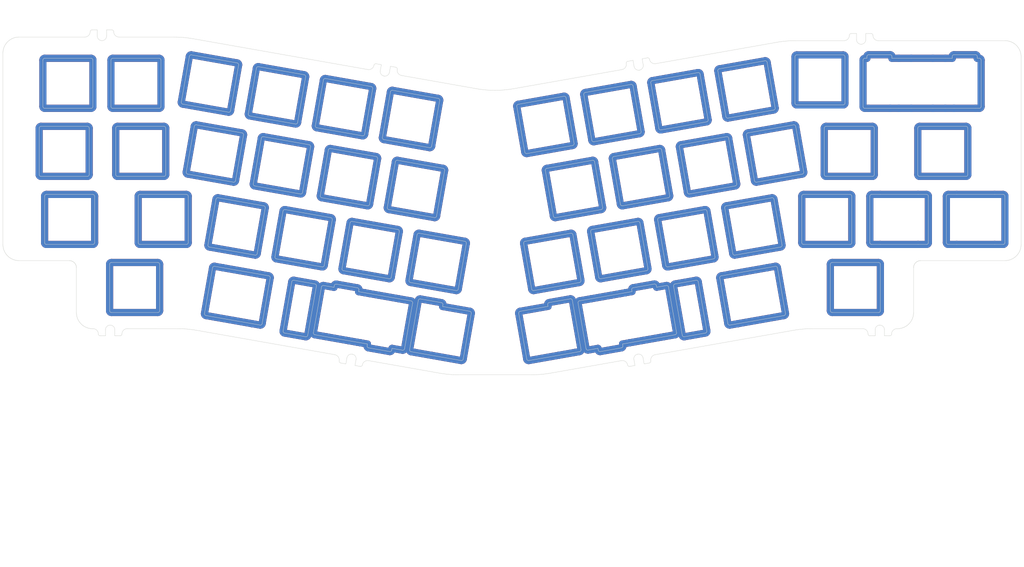
<source format=kicad_pcb>
(kicad_pcb (version 20221018) (generator pcbnew)
  (layers (0 "F.Cu" signal) (31 "B.Cu" signal) (34 "B.Paste" user) (35 "F.Paste" user) (36 "B.SilkS" user "B.Silkscreen") (37 "F.SilkS" user "F.Silkscreen") (38 "B.Mask" user) (39 "F.Mask" user) (44 "Edge.Cuts" user))
  (net 0 "")
  (footprint "MountingHole:MountingHole_2.2mm_M2" (layer "F.Cu") (at 180.039694 29.156453)
    (fp_text reference "REF**" hide)
    (fp_text value "MountingHole_2.2mm_M2")
    (pad "" np_thru_hole circle (at 0 0) (size 2.2 2.2) (drill 2.2) (layers "F&B.Cu" "*.Mask"))
  )
  (footprint "MountingHole:MountingHole_2.2mm_M2" (layer "F.Cu") (at 7.1863 23.312603)
    (fp_text reference "REF**" hide)
    (fp_text value "MountingHole_2.2mm_M2")
    (pad "" np_thru_hole circle (at 0 0) (size 2.2 2.2) (drill 2.2) (layers "*.Cu" "*.Mask"))
  )
  (footprint "MountingHole:MountingHole_2.2mm_M2" (layer "F.Cu") (at 219.608281 61.577998)
    (fp_text reference "REF**" hide)
    (fp_text value "MountingHole_2.2mm_M2")
    (pad "" np_thru_hole circle (at 0 0) (size 2.2 2.2) (drill 2.2) (layers "F&B.Cu" "*.Mask"))
  )
  (footprint "MountingHole:MountingHole_2.2mm_M2" (layer "F.Cu") (at 101.840707 30.810452)
    (fp_text reference "REF**" hide)
    (fp_text value "MountingHole_2.2mm_M2")
    (pad "" np_thru_hole circle (at 0 0) (size 2.2 2.2) (drill 2.2) (layers "F&B.Cu" "*.Mask"))
  )
  (footprint "MountingHole:MountingHole_2.2mm_M2" (layer "F.Cu") (at 52.891826 61.578008)
    (fp_text reference "REF**" hide)
    (fp_text value "MountingHole_2.2mm_M2")
    (pad "" np_thru_hole circle (at 0 0) (size 2.2 2.2) (drill 2.2) (layers "F&B.Cu" "*.Mask"))
  )
  (footprint "MountingHole:MountingHole_2.2mm_M2" (layer "F.Cu") (at 136.250061 85.245416)
    (fp_text reference "REF**" hide)
    (fp_text value "MountingHole_2.2mm_M2")
    (pad "" np_thru_hole circle (at 0 0) (size 2.2 2.2) (drill 2.2) (layers "F&B.Cu" "*.Mask"))
  )
  (footprint "MountingHole:MountingHole_2.2mm_M2" (layer "F.Cu") (at 274.838809 23.312603)
    (fp_text reference "REF**" hide)
    (fp_text value "MountingHole_2.2mm_M2")
    (pad "" np_thru_hole circle (at 0 0) (size 2.2 2.2) (drill 2.2) (layers "F&B.Cu" "*.Mask"))
  )
  (gr_line (start 206.623906 28.251411) (end 208.881332 41.053911) (stroke (width 2)) (layer "F.Cu"))
  (gr_arc (start 28.761301 7.287606) (mid 28.907755 6.934065) (end 29.261301 6.787606) (stroke (width 2)) (layer "F.Cu"))
  (gr_line (start 190.699973 44.767488) (end 203.502474 42.510063) (stroke (width 2)) (layer "F.Cu"))
  (gr_arc (start 189.242345 84.72769) (mid 188.86873 84.644869) (end 188.663118 84.322109) (stroke (width 2)) (layer "F.Cu"))
  (gr_arc (start 43.5948 25.837605) (mid 43.948363 25.984049) (end 44.094801 26.337605) (stroke (width 2)) (layer "F.Cu"))
  (gr_line (start 9.7113 7.287605) (end 9.711301 20.287605) (stroke (width 2)) (layer "F.Cu"))
  (gr_arc (start 52.088886 25.820336) (mid 52.294517 25.497619) (end 52.668115 25.414756) (stroke (width 2)) (layer "F.Cu"))
  (gr_line (start 107.350253 88.468132) (end 107.437077 87.975728) (stroke (width 2)) (layer "F.Cu"))
  (gr_line (start 271.2268 6.787606) (end 271.2268 6.287606) (stroke (width 2)) (layer "F.Cu"))
  (gr_line (start 201.920116 67.260856) (end 199.575041 67.674356) (stroke (width 2)) (layer "F.Cu"))
  (gr_arc (start 180.83506 69.963293) (mid 181.208668 70.046114) (end 181.414288 70.368873) (stroke (width 2)) (layer "F.Cu"))
  (gr_line (start 28.761301 7.287606) (end 28.7613 20.287604) (stroke (width 2)) (layer "F.Cu"))
  (gr_line (start 147.106502 71.798071) (end 159.909004 69.540645) (stroke (width 2)) (layer "F.Cu"))
  (gr_line (start 142.887699 78.177579) (end 145.145124 90.980079) (stroke (width 2)) (layer "F.Cu"))
  (gr_line (start 247.3508 6.787605) (end 247.3508 6.287606) (stroke (width 2)) (layer "F.Cu"))
  (gr_line (start 220.213801 6.335105) (end 220.213801 19.335105) (stroke (width 2)) (layer "F.Cu"))
  (gr_line (start 127.824673 58.010764) (end 115.022172 55.753336) (stroke (width 2)) (layer "F.Cu"))
  (gr_line (start 44.0948 39.337605) (end 44.094801 26.337605) (stroke (width 2)) (layer "F.Cu"))
  (gr_arc (start 23.7113 20.287606) (mid 23.56486 20.641171) (end 23.211299 20.787606) (stroke (width 2)) (layer "F.Cu"))
  (gr_arc (start 101.60964 14.70059) (mid 101.932399 14.906207) (end 102.01522 15.279818) (stroke (width 2)) (layer "F.Cu"))
  (gr_line (start 110.939462 88.08558) (end 113.196888 75.28308) (stroke (width 2)) (layer "F.Cu"))
  (gr_arc (start 42.7613 20.287605) (mid 42.614861 20.641171) (end 42.2613 20.787605) (stroke (width 2)) (layer "F.Cu"))
  (gr_line (start 193.073255 10.789165) (end 180.270754 13.04659) (stroke (width 2)) (layer "F.Cu"))
  (gr_arc (start 171.939386 48.075486) (mid 171.565787 47.99264) (end 171.360157 47.669905) (stroke (width 2)) (layer "F.Cu"))
  (gr_arc (start 150.342145 38.175404) (mid 150.424992 37.801808) (end 150.747724 37.596175) (stroke (width 2)) (layer "F.Cu"))
  (gr_arc (start 85.862477 69.955572) (mid 86.185299 70.161154) (end 86.268057 70.534799) (stroke (width 2)) (layer "F.Cu"))
  (gr_arc (start 89.610061 32.43633) (mid 89.815692 32.113606) (end 90.189289 32.030751) (stroke (width 2)) (layer "F.Cu"))
  (gr_line (start 254.6688 44.887605) (end 244.05005 44.887605) (stroke (width 2)) (layer "F.Cu"))
  (gr_line (start 258.8138 6.787605) (end 252.7638 6.787606) (stroke (width 2)) (layer "F.Cu"))
  (gr_line (start 118.518382 31.390318) (end 120.775809 18.587816) (stroke (width 2)) (layer "F.Cu"))
  (gr_line (start 258.8138 20.787605) (end 262.2888 20.787605) (stroke (width 2)) (layer "F.Cu"))
  (gr_line (start 93.830511 66.232647) (end 106.633012 68.490072) (stroke (width 2)) (layer "F.Cu"))
  (gr_line (start 28.380301 64.437606) (end 28.3803 77.437605) (stroke (width 2)) (layer "F.Cu"))
  (gr_arc (start 65.470614 27.672184) (mid 65.793345 27.877799) (end 65.876194 28.251412) (stroke (width 2)) (layer "F.Cu"))
  (gr_arc (start 241.168799 45.387605) (mid 241.315254 45.034064) (end 241.668801 44.887606) (stroke (width 2)) (layer "F.Cu"))
  (gr_line (start 239.2638 7.287604) (end 239.263801 20.287605) (stroke (width 2)) (layer "F.Cu"))
  (gr_arc (start 36.3813 45.387605) (mid 36.527753 45.034063) (end 36.8813 44.887604) (stroke (width 2)) (layer "F.Cu"))
  (gr_arc (start 244.119801 77.437605) (mid 243.973362 77.791172) (end 243.619801 77.937604) (stroke (width 2)) (layer "F.Cu"))
  (gr_line (start 263.10005 58.887606) (end 265.4813 58.887604) (stroke (width 2)) (layer "F.Cu"))
  (gr_line (start 10.211301 20.787605) (end 23.211299 20.787606) (stroke (width 2)) (layer "F.Cu"))
  (gr_arc (start 233.7138 5.835104) (mid 234.067363 5.981548) (end 234.213801 6.335104) (stroke (width 2)) (layer "F.Cu"))
  (gr_line (start 102.991791 34.288177) (end 90.189289 32.030751) (stroke (width 2)) (layer "F.Cu"))
  (gr_line (start 85.862477 69.955572) (end 79.953631 68.913683) (stroke (width 2)) (layer "F.Cu"))
  (gr_arc (start 165.729075 88.873714) (mid 165.355475 88.790864) (end 165.149848 88.468133) (stroke (width 2)) (layer "F.Cu"))
  (gr_arc (start 142.887699 78.177579) (mid 142.970517 77.803972) (end 143.293278 77.59835) (stroke (width 2)) (layer "F.Cu"))
  (gr_arc (start 114.442944 56.158917) (mid 114.648558 55.836176) (end 115.022172 55.753336) (stroke (width 2)) (layer "F.Cu"))
  (gr_line (start 68.997626 42.510064) (end 81.800127 44.767489) (stroke (width 2)) (layer "F.Cu"))
  (gr_line (start 80.997205 24.774322) (end 83.254631 11.971821) (stroke (width 2)) (layer "F.Cu"))
  (gr_line (start 75.069922 62.924649) (end 87.872424 65.182075) (stroke (width 2)) (layer "F.Cu"))
  (gr_arc (start 67.615477 22.922476) (mid 67.292705 22.716862) (end 67.209895 22.343248) (stroke (width 2)) (layer "F.Cu"))
  (gr_arc (start 214.722616 65.003429) (mid 215.096227 65.086271) (end 215.301844 65.409009) (stroke (width 2)) (layer "F.Cu"))
  (gr_arc (start 163.94124 30.141898) (mid 163.567627 30.059075) (end 163.362012 29.736318) (stroke (width 2)) (layer "F.Cu"))
  (gr_line (start 114.786691 74.547978) (end 112.355615 88.335287) (stroke (width 2)) (layer "F.Cu"))
  (gr_arc (start 80.997205 24.774322) (mid 80.791596 25.097091) (end 80.417977 25.179902) (stroke (width 2)) (layer "F.Cu"))
  (gr_arc (start 161.104587 16.933817) (mid 161.187429 16.560222) (end 161.510166 16.354588) (stroke (width 2)) (layer "F.Cu"))
  (gr_line (start 181.501111 70.861279) (end 181.414287 70.368872) (stroke (width 2)) (layer "F.Cu"))
  (gr_line (start 155.55208 17.405161) (end 142.74958 19.662587) (stroke (width 2)) (layer "F.Cu"))
  (gr_line (start 240.350801 6.787606) (end 239.7638 6.787604) (stroke (width 2)) (layer "F.Cu"))
  (gr_arc (start 107.350253 88.468132) (mid 107.14464 88.790869) (end 106.771026 88.873714) (stroke (width 2)) (layer "F.Cu"))
  (gr_line (start 108.370648 35.744329) (end 106.113221 48.546829) (stroke (width 2)) (layer "F.Cu"))
  (gr_line (start 169.033199 73.059706) (end 163.124353 74.101596) (stroke (width 2)) (layer "F.Cu"))
  (gr_arc (start 30.0948 26.337605) (mid 30.241254 25.984064) (end 30.5948 25.837604) (stroke (width 2)) (layer "F.Cu"))
  (gr_line (start 246.8508 20.787605) (end 249.2888 20.787605) (stroke (width 2)) (layer "F.Cu"))
  (gr_arc (start 28.8803 77.937605) (mid 28.526756 77.791156) (end 28.3803 77.437605) (stroke (width 2)) (layer "F.Cu"))
  (gr_arc (start 243.6198 63.937605) (mid 243.973363 64.08405) (end 244.119801 64.437606) (stroke (width 2)) (layer "F.Cu"))
  (gr_arc (start 270.7268 5.787605) (mid 271.080363 5.934049) (end 271.2268 6.287606) (stroke (width 2)) (layer "F.Cu"))
  (gr_arc (start 119.90053 50.977905) (mid 119.694922 51.300649) (end 119.321302 51.383483) (stroke (width 2)) (layer "F.Cu"))
  (gr_line (start 165.867089 68.490073) (end 178.669588 66.232647) (stroke (width 2)) (layer "F.Cu"))
  (gr_line (start 144.269849 58.589991) (end 146.527274 71.392493) (stroke (width 2)) (layer "F.Cu"))
  (gr_arc (start 197.835758 62.345421) (mid 197.75288 62.718994) (end 197.430178 62.924649) (stroke (width 2)) (layer "F.Cu"))
  (gr_arc (start 242.4053 39.337604) (mid 242.258861 39.69117) (end 241.9053 39.837605) (stroke (width 2)) (layer "F.Cu"))
  (gr_arc (start 160.332091 88.302207) (mid 160.249264 88.675835) (end 159.926511 88.881434) (stroke (width 2)) (layer "F.Cu"))
  (gr_line (start 151.007363 75.730434) (end 151.094187 76.222839) (stroke (width 2)) (layer "F.Cu"))
  (gr_arc (start 186.232043 70.5348) (mid 186.314892 70.161206) (end 186.637623 69.955573) (stroke (width 2)) (layer "F.Cu"))
  (gr_line (start 173.865235 86.423661) (end 175.129975 86.200654) (stroke (width 2)) (layer "F.Cu"))
  (gr_line (start 276.10005 44.887604) (end 265.481301 44.887605) (stroke (width 2)) (layer "F.Cu"))
  (gr_line (start 214.808618 79.204239) (end 217.153691 78.790739) (stroke (width 2)) (layer "F.Cu"))
  (gr_arc (start 195.909909 23.997245) (mid 195.827104 24.37087) (end 195.504329 24.576474) (stroke (width 2)) (layer "F.Cu"))
  (gr_line (start 268.09905 25.837605) (end 255.09905 25.837605) (stroke (width 2)) (layer "F.Cu"))
  (gr_line (start 212.377542 65.416929) (end 201.920116 67.260856) (stroke (width 2)) (layer "F.Cu"))
  (gr_line (start 50.706736 6.232748) (end 48.449311 19.03525) (stroke (width 2)) (layer "F.Cu"))
  (gr_line (start 214.670496 20.689249) (end 212.41307 7.886747) (stroke (width 2)) (layer "F.Cu"))
  (gr_line (start 171.956678 86.760191) (end 173.864472 86.423795) (stroke (width 2)) (layer "F.Cu"))
  (gr_line (start 57.691483 79.204239) (end 68.148911 81.048165) (stroke (width 2)) (layer "F.Cu"))
  (gr_line (start 174.312667 14.097163) (end 161.510166 16.354588) (stroke (width 2)) (layer "F.Cu"))
  (gr_arc (start 84.231201 30.98018) (mid 84.553942 31.185792) (end 84.636781 31.559409) (stroke (width 2)) (layer "F.Cu"))
  (gr_line (start 203.388265 61.874077) (end 216.190765 59.616652) (stroke (width 2)) (layer "F.Cu"))
  (gr_arc (start 125.972826 71.392492) (mid 125.767221 71.715241) (end 125.393598 71.798072) (stroke (width 2)) (layer "F.Cu"))
  (gr_arc (start 22.163551 25.837605) (mid 22.517116 25.984061) (end 22.663551 26.337604) (stroke (width 2)) (layer "F.Cu"))
  (gr_line (start 201.462415 23.525902) (end 214.264916 21.268477) (stroke (width 2)) (layer "F.Cu"))
  (gr_line (start 107.437077 87.975728) (end 110.360234 88.491159) (stroke (width 2)) (layer "F.Cu"))
  (gr_arc (start 8.66355 26.337605) (mid 8.809985 25.984039) (end 9.16355 25.837605) (stroke (width 2)) (layer "F.Cu"))
  (gr_arc (start 42.261301 6.787604) (mid 42.614863 6.934049) (end 42.7613 7.287605) (stroke (width 2)) (layer "F.Cu"))
  (gr_line (start 71.073212 81.056084) (end 73.330638 68.253584) (stroke (width 2)) (layer "F.Cu"))
  (gr_arc (start 62.236617 21.466324) (mid 62.031008 21.789097) (end 61.65739 21.871903) (stroke (width 2)) (layer "F.Cu"))
  (gr_arc (start 159.490819 75.25) (mid 159.573668 74.876401) (end 159.896398 74.670771) (stroke (width 2)) (layer "F.Cu"))
  (gr_arc (start 99.757794 28.082319) (mid 99.552185 28.405085) (end 99.178566 28.487899) (stroke (width 2)) (layer "F.Cu"))
  (gr_line (start 171.939386 48.075486) (end 184.741885 45.818059) (stroke (width 2)) (layer "F.Cu"))
  (gr_line (start 166.386879 48.546829) (end 164.129452 35.744329) (stroke (width 2)) (layer "F.Cu"))
  (gr_arc (start 70.849472 29.128333) (mid 71.055103 28.805612) (end 71.428701 28.722754) (stroke (width 2)) (layer "F.Cu"))
  (gr_arc (start 87.684211 70.784507) (mid 87.889826 70.461756) (end 88.263439 70.378928) (stroke (width 2)) (layer "F.Cu"))
  (gr_arc (start 174.520632 71.584411) (mid 174.603475 71.210807) (end 174.926212 71.005183) (stroke (width 2)) (layer "F.Cu"))
  (gr_arc (start 110.939463 88.08558) (mid 110.733861 88.408355) (end 110.360234 88.491159) (stroke (width 2)) (layer "F.Cu"))
  (gr_arc (start 239.7638 20.787606) (mid 239.410255 20.641157) (end 239.263801 20.287605) (stroke (width 2)) (layer "F.Cu"))
  (gr_line (start 100.862178 87.831823) (end 106.771026 88.873714) (stroke (width 2)) (layer "F.Cu"))
  (gr_line (start 83.836983 84.322108) (end 86.268057 70.534799) (stroke (width 2)) (layer "F.Cu"))
  (gr_arc (start 213.75969 45.829342) (mid 214.133314 45.912172) (end 214.338918 46.234922) (stroke (width 2)) (layer "F.Cu"))
  (gr_arc (start 262.60005 45.387605) (mid 262.746471 45.034017) (end 263.10005 44.887605) (stroke (width 2)) (layer "F.Cu"))
  (gr_line (start 270.7268 5.787605) (end 264.7268 5.787605) (stroke (width 2)) (layer "F.Cu"))
  (gr_line (start 228.905301 39.837605) (end 241.9053 39.837605) (stroke (width 2)) (layer "F.Cu"))
  (gr_line (start 41.8803 63.937604) (end 28.8803 63.937606) (stroke (width 2)) (layer "F.Cu"))
  (gr_arc (start 264.2268 6.287605) (mid 264.373254 5.934064) (end 264.7268 5.787605) (stroke (width 2)) (layer "F.Cu"))
  (gr_arc (start 112.591098 69.540646) (mid 112.268311 69.335055) (end 112.185517 68.961418) (stroke (width 2)) (layer "F.Cu"))
  (gr_line (start 121.59352 76.25592) (end 121.680344 75.763514) (stroke (width 2)) (layer "F.Cu"))
  (gr_line (start 240.3508 6.287606) (end 240.350801 6.787606) (stroke (width 2)) (layer "F.Cu"))
  (gr_line (start 142.343999 20.241815) (end 144.601426 33.044317) (stroke (width 2)) (layer "F.Cu"))
  (gr_arc (start 57.198256 65.409009) (mid 57.403849 65.086218) (end 57.777484 65.00343) (stroke (width 2)) (layer "F.Cu"))
  (gr_line (start 254.6688 58.887604) (end 257.05005 58.887605) (stroke (width 2)) (layer "F.Cu"))
  (gr_line (start 62.236617 21.466324) (end 64.494044 8.663823) (stroke (width 2)) (layer "F.Cu"))
  (gr_arc (start 179.865174 13.625819) (mid 179.948016 13.25222) (end 180.270754 13.04659) (stroke (width 2)) (layer "F.Cu"))
  (gr_line (start 171.43416 72.636352) (end 169.033199 73.059706) (stroke (width 2)) (layer "F.Cu"))
  (gr_arc (start 64.088465 8.084595) (mid 64.411206 8.290219) (end 64.494045 8.663824) (stroke (width 2)) (layer "F.Cu"))
  (gr_arc (start 216.596344 59.037423) (mid 216.513507 59.41103) (end 216.190765 59.616651) (stroke (width 2)) (layer "F.Cu"))
  (gr_arc (start 127.354977 90.98008) (mid 127.149334 91.302785) (end 126.775748 91.385658) (stroke (width 2)) (layer "F.Cu"))
  (gr_line (start 181.791023 51.973994) (end 184.048449 64.776495) (stroke (width 2)) (layer "F.Cu"))
  (gr_line (start 103.466901 73.059707) (end 101.06594 72.636352) (stroke (width 2)) (layer "F.Cu"))
  (gr_line (start 163.550223 35.33875) (end 150.747724 37.596175) (stroke (width 2)) (layer "F.Cu"))
  (gr_arc (start 182.310811 32.03075) (mid 182.684421 32.11359) (end 182.890039 32.436331) (stroke (width 2)) (layer "F.Cu"))
  (gr_line (start 30.594801 39.837605) (end 43.5948 39.837605) (stroke (width 2)) (layer "F.Cu"))
  (gr_arc (start 87.758214 45.81806) (mid 87.435411 45.612473) (end 87.352635 45.238832) (stroke (width 2)) (layer "F.Cu"))
  (gr_line (start 9.16355 39.837605) (end 22.16355 39.837605) (stroke (width 2)) (layer "F.Cu"))
  (gr_arc (start 151.007362 75.730433) (mid 151.0902 75.356846) (end 151.412942 75.151206) (stroke (width 2)) (layer "F.Cu"))
  (gr_line (start 50.381301 58.387604) (end 50.3813 45.387605) (stroke (width 2)) (layer "F.Cu"))
  (gr_line (start 68.149607 81.048287) (end 70.493984 81.461664) (stroke (width 2)) (layer "F.Cu"))
  (gr_line (start 176.238515 52.44534) (end 163.436014 54.702764) (stroke (width 2)) (layer "F.Cu"))
  (gr_line (start 145.180654 33.449895) (end 157.983154 31.192469) (stroke (width 2)) (layer "F.Cu"))
  (gr_line (start 163.94124 30.141898) (end 176.743742 27.884471) (stroke (width 2)) (layer "F.Cu"))
  (gr_line (start 55.346408 78.79074) (end 57.691483 79.204239) (stroke (width 2)) (layer "F.Cu"))
  (gr_arc (start 222.6188 58.887604) (mid 222.265256 58.741155) (end 222.1188 58.387604) (stroke (width 2)) (layer "F.Cu"))
  (gr_arc (start 10.687551 58.887605) (mid 10.334004 58.741145) (end 10.187551 58.387606) (stroke (width 2)) (layer "F.Cu"))
  (gr_line (start 177.149321 27.305243) (end 174.891894 14.502743) (stroke (width 2)) (layer "F.Cu"))
  (gr_line (start 278.981301 58.387606) (end 278.9813 45.387605) (stroke (width 2)) (layer "F.Cu"))
  (gr_line (start 8.66355 26.337605) (end 8.66355 39.337604) (stroke (width 2)) (layer "F.Cu"))
  (gr_arc (start 200.551608 48.665996) (mid 200.634458 48.292396) (end 200.957189 48.086768) (stroke (width 2)) (layer "F.Cu"))
  (gr_line (start 89.610061 32.43633) (end 87.352635 45.238832) (stroke (width 2)) (layer "F.Cu"))
  (gr_arc (start 55.346408 78.79074) (mid 55.023618 78.585151) (end 54.94083 78.211512) (stroke (width 2)) (layer "F.Cu"))
  (gr_arc (start 102.991791 34.288177) (mid 103.314602 34.493763) (end 103.397369 34.867405) (stroke (width 2)) (layer "F.Cu"))
  (gr_arc (start 209.46056 41.459492) (mid 209.086935 41.376678) (end 208.881332 41.053911) (stroke (width 2)) (layer "F.Cu"))
  (gr_line (start 162.327473 88.458079) (end 165.063023 87.975728) (stroke (width 2)) (layer "F.Cu"))
  (gr_line (start 184.236661 70.378928) (end 181.501111 70.861279) (stroke (width 2)) (layer "F.Cu"))
  (gr_line (start 192.546468 68.913683) (end 186.637623 69.955573) (stroke (width 2)) (layer "F.Cu"))
  (gr_line (start 183.439781 84.73541) (end 186.667736 84.166235) (stroke (width 2)) (layer "F.Cu"))
  (gr_line (start 70.579985 67.260857) (end 60.122559 65.416929) (stroke (width 2)) (layer "F.Cu"))
  (gr_line (start 241.9053 25.837605) (end 228.9053 25.837605) (stroke (width 2)) (layer "F.Cu"))
  (gr_arc (start 172.698899 72.413346) (mid 172.699281 72.413279) (end 172.699662 72.413211) (stroke (width 2)) (layer "F.Cu"))
  (gr_line (start 172.043502 87.252596) (end 171.956678 86.760191) (stroke (width 2)) (layer "F.Cu"))
  (gr_line (start 120.370229 18.008587) (end 107.567729 15.751163) (stroke (width 2)) (layer "F.Cu"))
  (gr_arc (start 9.7113 7.287605) (mid 9.857754 6.934064) (end 10.2113 6.787605) (stroke (width 2)) (layer "F.Cu"))
  (gr_arc (start 184.236661 70.378928) (mid 184.610283 70.461747) (end 184.81589 70.784507) (stroke (width 2)) (layer "F.Cu"))
  (gr_arc (start 235.6188 44.887605) (mid 235.972363 45.034049) (end 236.1188 45.387605) (stroke (width 2)) (layer "F.Cu"))
  (gr_line (start 198.625761 10.317823) (end 200.883187 23.120323) (stroke (width 2)) (layer "F.Cu"))
  (gr_arc (start 214.670496 20.689249) (mid 214.587689 21.062869) (end 214.264916 21.268477) (stroke (width 2)) (layer "F.Cu"))
  (gr_line (start 23.68755 44.887606) (end 10.68755 44.887604) (stroke (width 2)) (layer "F.Cu"))
  (gr_arc (start 10.18755 45.387606) (mid 10.333984 45.034039) (end 10.68755 44.887604) (stroke (width 2)) (layer "F.Cu"))
  (gr_line (start 220.713801 19.835105) (end 233.7138 19.835106) (stroke (width 2)) (layer "F.Cu"))
  (gr_arc (start 106.518802 49.126058) (mid 106.196007 48.920468) (end 106.113221 48.546829) (stroke (width 2)) (layer "F.Cu"))
  (gr_line (start 157.321789 74.109317) (end 151.412942 75.151207) (stroke (width 2)) (layer "F.Cu"))
  (gr_arc (start 158.388734 30.613241) (mid 158.305932 30.986875) (end 157.983154 31.19247) (stroke (width 2)) (layer "F.Cu"))
  (gr_line (start 222.6188 58.887604) (end 235.6188 58.887606) (stroke (width 2)) (layer "F.Cu"))
  (gr_line (start 184.627677 65.182075) (end 197.430178 62.924649) (stroke (width 2)) (layer "F.Cu"))
  (gr_line (start 57.198256 65.409009) (end 54.94083 78.211511) (stroke (width 2)) (layer "F.Cu"))
  (gr_line (start 257.55005 58.387604) (end 257.55005 45.387605) (stroke (width 2)) (layer "F.Cu"))
  (gr_line (start 114.442944 56.158917) (end 112.185518 68.961416) (stroke (width 2)) (layer "F.Cu"))
  (gr_arc (start 50.706736 6.232748) (mid 50.912385 5.910062) (end 51.285965 5.827169) (stroke (width 2)) (layer "F.Cu"))
  (gr_arc (start 153.178798 51.383484) (mid 152.805191 51.300644) (end 152.59957 50.977904) (stroke (width 2)) (layer "F.Cu"))
  (gr_arc (start 268.59905 39.337604) (mid 268.452608 39.691153) (end 268.09905 39.837605) (stroke (width 2)) (layer "F.Cu"))
  (gr_line (start 242.4053 39.337604) (end 242.405301 26.337605) (stroke (width 2)) (layer "F.Cu"))
  (gr_arc (start 68.148911 81.048165) (mid 68.149286 81.048068) (end 68.149607 81.048288) (stroke (width 2)) (layer "F.Cu"))
  (gr_line (start 257.050049 44.887604) (end 254.6688 44.887605) (stroke (width 2)) (layer "F.Cu"))
  (gr_line (start 85.832364 84.166235) (end 89.247925 84.768491) (stroke (width 2)) (layer "F.Cu"))
  (gr_line (start 249.288801 6.787604) (end 247.3508 6.787605) (stroke (width 2)) (layer "F.Cu"))
  (gr_line (start 244.119801 77.437605) (end 244.119801 64.437606) (stroke (width 2)) (layer "F.Cu"))
  (gr_line (start 87.684211 70.784506) (end 85.426786 83.587006) (stroke (width 2)) (layer "F.Cu"))
  (gr_arc (start 75.069922 62.924649) (mid 74.747119 62.719063) (end 74.664342 62.34542) (stroke (width 2)) (layer "F.Cu"))
  (gr_line (start 241.668801 58.887605) (end 244.05005 58.887606) (stroke (width 2)) (layer "F.Cu"))
  (gr_line (start 230.619801 77.937606) (end 243.619801 77.937604) (stroke (width 2)) (layer "F.Cu"))
  (gr_line (start 101.60964 14.70059) (end 88.807139 12.443165) (stroke (width 2)) (layer "F.Cu"))
  (gr_line (start 158.527837 89.128059) (end 159.926511 88.881434) (stroke (width 2)) (layer "F.Cu"))
  (gr_arc (start 206.623906 28.251411) (mid 206.706753 27.877824) (end 207.029487 27.672183) (stroke (width 2)) (layer "F.Cu"))
  (gr_arc (start 79.374403 69.319262) (mid 79.580028 68.996537) (end 79.953631 68.913683) (stroke (width 2)) (layer "F.Cu"))
  (gr_line (start 244.05005 58.887606) (end 254.6688 58.887604) (stroke (width 2)) (layer "F.Cu"))
  (gr_arc (start 9.16355 39.837605) (mid 8.810003 39.691144) (end 8.66355 39.337604) (stroke (width 2)) (layer "F.Cu"))
  (gr_arc (start 203.908054 41.930835) (mid 203.825251 42.304453) (end 203.502474 42.510063) (stroke (width 2)) (layer "F.Cu"))
  (gr_line (start 246.850801 5.787604) (end 240.8508 5.787605) (stroke (width 2)) (layer "F.Cu"))
  (gr_line (start 209.46056 41.459492) (end 222.263061 39.202064) (stroke (width 2)) (layer "F.Cu"))
  (gr_arc (start 121.274764 75.184287) (mid 121.597509 75.389909) (end 121.680344 75.763514) (stroke (width 2)) (layer "F.Cu"))
  (gr_arc (start 93.830511 66.232647) (mid 93.507716 66.027058) (end 93.424931 65.653418) (stroke (width 2)) (layer "F.Cu"))
  (gr_line (start 52.088886 25.820336) (end 49.83146 38.622837) (stroke (width 2)) (layer "F.Cu"))
  (gr_line (start 264.7268 20.787604) (end 270.7268 20.787604) (stroke (width 2)) (layer "F.Cu"))
  (gr_line (start 119.90053 50.977905) (end 122.157956 38.175403) (stroke (width 2)) (layer "F.Cu"))
  (gr_line (start 113.973247 89.128232) (end 118.670041 89.956403) (stroke (width 2)) (layer "F.Cu"))
  (gr_arc (start 212.377542 65.416929) (mid 212.37785 65.416717) (end 212.378238 65.416808) (stroke (width 2)) (layer "F.Cu"))
  (gr_line (start 163.124353 74.101596) (end 159.896398 74.670771) (stroke (width 2)) (layer "F.Cu"))
  (gr_line (start 127.354977 90.98008) (end 129.612402 78.177579) (stroke (width 2)) (layer "F.Cu"))
  (gr_arc (start 165.867089 68.490073) (mid 165.493491 68.407229) (end 165.287862 68.084494) (stroke (width 2)) (layer "F.Cu"))
  (gr_arc (start 179.075169 65.653419) (mid 178.992335 66.027036) (end 178.669588 66.232647) (stroke (width 2)) (layer "F.Cu"))
  (gr_arc (start 157.477928 55.753337) (mid 157.851546 55.836145) (end 158.057156 56.158917) (stroke (width 2)) (layer "F.Cu"))
  (gr_arc (start 144.269849 58.589991) (mid 144.352703 58.216404) (end 144.675429 58.010764) (stroke (width 2)) (layer "F.Cu"))
  (gr_line (start 252.7638 20.787604) (end 258.8138 20.787605) (stroke (width 2)) (layer "F.Cu"))
  (gr_arc (start 162.327473 88.458079) (mid 161.953845 88.375271) (end 161.748245 88.0525) (stroke (width 2)) (layer "F.Cu"))
  (gr_line (start 22.163551 25.837605) (end 9.16355 25.837605) (stroke (width 2)) (layer "F.Cu"))
  (gr_line (start 194.999104 49.137341) (end 182.196603 51.394766) (stroke (width 2)) (layer "F.Cu"))
  (gr_arc (start 49.8813 44.887606) (mid 50.234862 45.03405) (end 50.3813 45.387605) (stroke (width 2)) (layer "F.Cu"))
  (gr_line (start 121.274764 75.184287) (end 115.365917 74.142398) (stroke (width 2)) (layer "F.Cu"))
  (gr_arc (start 203.388265 61.874077) (mid 203.014641 61.791265) (end 202.809036 61.468496) (stroke (width 2)) (layer "F.Cu"))
  (gr_line (start 60.121861 65.416807) (end 57.777484 65.00343) (stroke (width 2)) (layer "F.Cu"))
  (gr_arc (start 129.206822 77.59835) (mid 129.529549 77.803985) (end 129.612402 78.177579) (stroke (width 2)) (layer "F.Cu"))
  (gr_arc (start 23.68755 44.887606) (mid 24.041115 45.034062) (end 24.187551 45.387605) (stroke (width 2)) (layer "F.Cu"))
  (gr_arc (start 77.348908 83.6858) (mid 77.026152 83.48019) (end 76.943328 83.106572) (stroke (width 2)) (layer "F.Cu"))
  (gr_line (start 264.2268 6.287605) (end 264.226801 6.787606) (stroke (width 2)) (layer "F.Cu"))
  (gr_line (start 22.66355 39.337605) (end 22.663551 26.337604) (stroke (width 2)) (layer "F.Cu"))
  (gr_line (start 236.1188 58.387606) (end 236.1188 45.387605) (stroke (width 2)) (layer "F.Cu"))
  (gr_arc (start 268.09905 25.837605) (mid 268.452616 25.984061) (end 268.599051 26.337605) (stroke (width 2)) (layer "F.Cu"))
  (gr_line (start 129.206822 77.59835) (end 121.59352 76.25592) (stroke (width 2)) (layer "F.Cu"))
  (gr_arc (start 271.8138 6.787604) (mid 272.167364 6.934048) (end 272.3138 7.287604) (stroke (width 2)) (layer "F.Cu"))
  (gr_line (start 197.835758 62.345421) (end 195.578331 49.54292) (stroke (width 2)) (layer "F.Cu"))
  (gr_arc (start 193.073256 10.789164) (mid 193.446873 10.871983) (end 193.652484 11.194744) (stroke (width 2)) (layer "F.Cu"))
  (gr_line (start 174.607457 72.076815) (end 172.699662 72.413211) (stroke (width 2)) (layer "F.Cu"))
  (gr_arc (start 114.78669 74.547977) (mid 114.992311 74.225237) (end 115.365917 74.142398) (stroke (width 2)) (layer "F.Cu"))
  (gr_arc (start 44.0948 39.337605) (mid 43.948361 39.691171) (end 43.5948 39.837605) (stroke (width 2)) (layer "F.Cu"))
  (gr_line (start 84.231201 30.98018) (end 71.4287 28.722755) (stroke (width 2)) (layer "F.Cu"))
  (gr_line (start 151.094187 76.222839) (end 143.293278 77.59835) (stroke (width 2)) (layer "F.Cu"))
  (gr_line (start 48.854889 19.614479) (end 61.65739 21.871903) (stroke (width 2)) (layer "F.Cu"))
  (gr_arc (start 201.0714 28.722754) (mid 201.445015 28.805589) (end 201.650629 29.128334) (stroke (width 2)) (layer "F.Cu"))
  (gr_line (start 153.178798 51.383484) (end 165.981299 49.126058) (stroke (width 2)) (layer "F.Cu"))
  (gr_arc (start 174.312667 14.097163) (mid 174.686277 14.179987) (end 174.891895 14.502743) (stroke (width 2)) (layer "F.Cu"))
  (gr_line (start 86.376066 26.230472) (end 99.178566 28.487898) (stroke (width 2)) (layer "F.Cu"))
  (gr_arc (start 28.380301 64.437606) (mid 28.526754 64.084065) (end 28.8803 63.937606) (stroke (width 2)) (layer "F.Cu"))
  (gr_arc (start 60.122559 65.416929) (mid 60.122152 65.417091) (end 60.121862 65.416807) (stroke (width 2)) (layer "F.Cu"))
  (gr_arc (start 255.099051 39.837605) (mid 254.745504 39.691145) (end 254.59905 39.337605) (stroke (width 2)) (layer "F.Cu"))
  (gr_line (start 195.909909 23.997245) (end 193.652484 11.194744) (stroke (width 2)) (layer "F.Cu"))
  (gr_line (start 186.232043 70.5348) (end 188.663118 84.322109) (stroke (width 2)) (layer "F.Cu"))
  (gr_arc (start 181.791023 51.973994) (mid 181.873874 51.600399) (end 182.196603 51.394766) (stroke (width 2)) (layer "F.Cu"))
  (gr_line (start 252.7638 6.787606) (end 249.288801 6.787604) (stroke (width 2)) (layer "F.Cu"))
  (gr_arc (start 85.832364 84.166235) (mid 85.50962 83.960615) (end 85.426785 83.587006) (stroke (width 2)) (layer "F.Cu"))
  (gr_arc (start 97.761494 71.038263) (mid 98.08431 71.243849) (end 98.167075 71.61749) (stroke (width 2)) (layer "F.Cu"))
  (gr_arc (start 241.9053 25.837605) (mid 242.258863 25.984049) (end 242.405301 26.337605) (stroke (width 2)) (layer "F.Cu"))
  (gr_line (start 262.2888 6.787605) (end 258.8138 6.787605) (stroke (width 2)) (layer "F.Cu"))
  (gr_line (start 36.8813 58.887605) (end 49.881301 58.887604) (stroke (width 2)) (layer "F.Cu"))
  (gr_line (start 50.237039 39.202065) (end 63.039541 41.459491) (stroke (width 2)) (layer "F.Cu"))
  (gr_line (start 244.05005 44.887605) (end 241.668801 44.887606) (stroke (width 2)) (layer "F.Cu"))
  (gr_line (start 77.348908 83.6858) (end 83.257756 84.72769) (stroke (width 2)) (layer "F.Cu"))
  (gr_arc (start 95.682357 52.850918) (mid 95.887949 52.528121) (end 96.261586 52.445339) (stroke (width 2)) (layer "F.Cu"))
  (gr_arc (start 263.10005 58.887606) (mid 262.746503 58.741145) (end 262.60005 58.387605) (stroke (width 2)) (layer "F.Cu"))
  (gr_arc (start 50.381301 58.387604) (mid 50.234862 58.741171) (end 49.881301 58.887604) (stroke (width 2)) (layer "F.Cu"))
  (gr_arc (start 36.8813 58.887605) (mid 36.527756 58.741156) (end 36.3813 58.387606) (stroke (width 2)) (layer "F.Cu"))
  (gr_line (start 112.591098 69.540646) (end 125.393598 71.798072) (stroke (width 2)) (layer "F.Cu"))
  (gr_line (start 272.313801 20.287605) (end 272.3138 7.287604) (stroke (width 2)) (layer "F.Cu"))
  (gr_line (start 265.481301 44.887605) (end 263.10005 44.887605) (stroke (width 2)) (layer "F.Cu"))
  (gr_arc (start 30.594801 39.837605) (mid 30.241256 39.691156) (end 30.0948 39.337605) (stroke (width 2)) (layer "F.Cu"))
  (gr_arc (start 234.2138 19.335104) (mid 234.067361 19.68867) (end 233.7138 19.835106) (stroke (width 2)) (layer "F.Cu"))
  (gr_line (start 222.66864 38.622838) (end 220.411214 25.820336) (stroke (width 2)) (layer "F.Cu"))
  (gr_line (start 98.635488 86.423771) (end 100.543423 86.760191) (stroke (width 2)) (layer "F.Cu"))
  (gr_line (start 185.147465 45.238832) (end 182.890039 32.436331) (stroke (width 2)) (layer "F.Cu"))
  (gr_arc (start 182.701829 26.833899) (mid 182.328223 26.75107) (end 182.122601 26.428319) (stroke (width 2)) (layer "F.Cu"))
  (gr_line (start 90.303497 51.394767) (end 77.500997 49.137341) (stroke (width 2)) (layer "F.Cu"))
  (gr_line (start 105.136653 29.53847) (end 117.939155 31.795896) (stroke (width 2)) (layer "F.Cu"))
  (gr_arc (start 50.237039 39.202065) (mid 49.914358 38.996418) (end 49.831459 38.622837) (stroke (width 2)) (layer "F.Cu"))
  (gr_line (start 42.261301 6.787604) (end 29.261301 6.787606) (stroke (width 2)) (layer "F.Cu"))
  (gr_arc (start 69.467324 9.540748) (mid 69.672948 9.217993) (end 70.046551 9.135167) (stroke (width 2)) (layer "F.Cu"))
  (gr_line (start 216.596344 59.037423) (end 214.338918 46.234922) (stroke (width 2)) (layer "F.Cu"))
  (gr_arc (start 166.386879 48.546829) (mid 166.303994 48.920379) (end 165.981299 49.126058) (stroke (width 2)) (layer "F.Cu"))
  (gr_line (start 95.682357 52.850918) (end 93.424931 65.653418) (stroke (width 2)) (layer "F.Cu"))
  (gr_line (start 24.18755 58.387604) (end 24.187551 45.387605) (stroke (width 2)) (layer "F.Cu"))
  (gr_line (start 271.8138 6.787604) (end 271.2268 6.787606) (stroke (width 2)) (layer "F.Cu"))
  (gr_line (start 228.4053 26.337606) (end 228.405301 39.337605) (stroke (width 2)) (layer "F.Cu"))
  (gr_arc (start 41.8803 63.937604) (mid 42.233863 64.084048) (end 42.3803 64.437604) (stroke (width 2)) (layer "F.Cu"))
  (gr_arc (start 194.999104 49.137341) (mid 195.372719 49.220177) (end 195.578331 49.54292) (stroke (width 2)) (layer "F.Cu"))
  (gr_arc (start 177.149321 27.305243) (mid 177.066518 27.678872) (end 176.743742 27.884471) (stroke (width 2)) (layer "F.Cu"))
  (gr_line (start 121.752376 37.596175) (end 108.949875 35.33875) (stroke (width 2)) (layer "F.Cu"))
  (gr_line (start 203.908054 41.930835) (end 201.650629 29.128334) (stroke (width 2)) (layer "F.Cu"))
  (gr_arc (start 187.863318 31.559409) (mid 187.946162 31.185802) (end 188.268899 30.980181) (stroke (width 2)) (layer "F.Cu"))
  (gr_arc (start 272.313801 20.287605) (mid 272.167361 20.641171) (end 271.813801 20.787606) (stroke (width 2)) (layer "F.Cu"))
  (gr_line (start 234.2138 19.335104) (end 234.213801 6.335104) (stroke (width 2)) (layer "F.Cu"))
  (gr_arc (start 82.379355 44.361908) (mid 82.173728 44.684647) (end 81.800127 44.767489) (stroke (width 2)) (layer "F.Cu"))
  (gr_line (start 264.226801 6.787606) (end 262.2888 6.787605) (stroke (width 2)) (layer "F.Cu"))
  (gr_line (start 42.7613 20.287605) (end 42.7613 7.287605) (stroke (width 2)) (layer "F.Cu"))
  (gr_line (start 145.724352 91.385659) (end 154.017665 89.923323) (stroke (width 2)) (layer "F.Cu"))
  (gr_line (start 195.556771 83.106573) (end 193.125697 69.319262) (stroke (width 2)) (layer "F.Cu"))
  (gr_arc (start 22.66355 39.337605) (mid 22.517108 39.691154) (end 22.16355 39.837605) (stroke (width 2)) (layer "F.Cu"))
  (gr_arc (start 69.691065 61.468497) (mid 69.48546 61.791263) (end 69.111836 61.874077) (stroke (width 2)) (layer "F.Cu"))
  (gr_line (start 179.075169 65.653419) (end 176.817743 52.850918) (stroke (width 2)) (layer "F.Cu"))
  (gr_arc (start 169.10273 34.867405) (mid 169.185576 34.493804) (end 169.50831 34.288177) (stroke (width 2)) (layer "F.Cu"))
  (gr_arc (start 86.376066 26.230472) (mid 86.053301 26.024855) (end 85.970485 25.651243) (stroke (width 2)) (layer "F.Cu"))
  (gr_line (start 98.080251 72.109895) (end 98.167075 71.61749) (stroke (width 2)) (layer "F.Cu"))
  (gr_line (start 58.161182 46.234921) (end 55.903756 59.037424) (stroke (width 2)) (layer "F.Cu"))
  (gr_arc (start 230.1198 64.437604) (mid 230.266254 64.084063) (end 230.6198 63.937605) (stroke (width 2)) (layer "F.Cu"))
  (gr_arc (start 63.618768 41.05391) (mid 63.413161 41.376668) (end 63.039541 41.459491) (stroke (width 2)) (layer "F.Cu"))
  (gr_arc (start 198.625761 10.317823) (mid 198.708601 9.944218) (end 199.031342 9.738594) (stroke (width 2)) (layer "F.Cu"))
  (gr_arc (start 113.972424 89.128088) (mid 113.972882 89.127952) (end 113.973247 89.128233) (stroke (width 2)) (layer "F.Cu"))
  (gr_line (start 211.833842 7.481169) (end 199.031341 9.738595) (stroke (width 2)) (layer "F.Cu"))
  (gr_arc (start 202.006117 81.461664) (mid 201.632503 81.378832) (end 201.426889 81.056083) (stroke (width 2)) (layer "F.Cu"))
  (gr_arc (start 184.627677 65.182075) (mid 184.254063 65.099229) (end 184.048449 64.776495) (stroke (width 2)) (layer "F.Cu"))
  (gr_arc (start 155.55208 17.405161) (mid 155.925683 17.487991) (end 156.131309 17.810741) (stroke (width 2)) (layer "F.Cu"))
  (gr_arc (start 82.849051 11.392594) (mid 83.171801 11.598214) (end 83.254631 11.971821) (stroke (width 2)) (layer "F.Cu"))
  (gr_arc (start 24.18755 58.387604) (mid 24.041108 58.741153) (end 23.687551 58.887604) (stroke (width 2)) (layer "F.Cu"))
  (gr_arc (start 217.559271 78.211511) (mid 217.476442 78.585133) (end 217.153691 78.790739) (stroke (width 2)) (layer "F.Cu"))
  (gr_line (start 99.988184 72.446316) (end 98.080251 72.109895) (stroke (width 2)) (layer "F.Cu"))
  (gr_arc (start 222.668641 38.622837) (mid 222.585841 38.996475) (end 222.263061 39.202064) (stroke (width 2)) (layer "F.Cu"))
  (gr_arc (start 101.139944 47.669905) (mid 100.934336 47.992656) (end 100.560715 48.075486) (stroke (width 2)) (layer "F.Cu"))
  (gr_line (start 278.4813 44.887605) (end 276.10005 44.887604) (stroke (width 2)) (layer "F.Cu"))
  (gr_arc (start 127.824673 58.010763) (mid 128.147424 58.216387) (end 128.230252 58.58999) (stroke (width 2)) (layer "F.Cu"))
  (gr_line (start 165.729075 88.873714) (end 171.637922 87.831823) (stroke (width 2)) (layer "F.Cu"))
  (gr_arc (start 187.073316 83.587006) (mid 186.990487 83.960619) (end 186.667736 84.166235) (stroke (width 2)) (layer "F.Cu"))
  (gr_arc (start 239.2638 7.287604) (mid 239.410254 6.934063) (end 239.7638 6.787604) (stroke (width 2)) (layer "F.Cu"))
  (gr_line (start 100.543423 86.760191) (end 100.456598 87.252596) (stroke (width 2)) (layer "F.Cu"))
  (gr_line (start 70.849473 29.128333) (end 68.592046 41.930836) (stroke (width 2)) (layer "F.Cu"))
  (gr_arc (start 278.981301 58.387606) (mid 278.834861 58.741172) (end 278.481301 58.887606) (stroke (width 2)) (layer "F.Cu"))
  (gr_line (start 233.7138 5.835104) (end 220.7138 5.835105) (stroke (width 2)) (layer "F.Cu"))
  (gr_arc (start 236.1188 58.387606) (mid 235.97236 58.741171) (end 235.6188 58.887606) (stroke (width 2)) (layer "F.Cu"))
  (gr_arc (start 76.921769 49.542921) (mid 77.12736 49.220129) (end 77.500997 49.137341) (stroke (width 2)) (layer "F.Cu"))
  (gr_arc (start 190.699973 44.767488) (mid 190.326364 44.684677) (end 190.120745 44.361908) (stroke (width 2)) (layer "F.Cu"))
  (gr_arc (start 118.518382 31.390318) (mid 118.312773 31.713079) (end 117.939155 31.795896) (stroke (width 2)) (layer "F.Cu"))
  (gr_line (start 36.3813 45.387605) (end 36.3813 58.387606) (stroke (width 2)) (layer "F.Cu"))
  (gr_line (start 270.7268 20.787604) (end 271.813801 20.787606) (stroke (width 2)) (layer "F.Cu"))
  (gr_line (start 107.21224 68.084495) (end 109.469666 55.281993) (stroke (width 2)) (layer "F.Cu"))
  (gr_line (start 219.831986 25.414756) (end 207.029486 27.672184) (stroke (width 2)) (layer "F.Cu"))
  (gr_line (start 99.757793 28.08232) (end 102.01522 15.279818) (stroke (width 2)) (layer "F.Cu"))
  (gr_arc (start 91.27342 70.401953) (mid 91.479044 70.079195) (end 91.852647 69.996374) (stroke (width 2)) (layer "F.Cu"))
  (gr_arc (start 230.619801 77.937606) (mid 230.266255 77.791157) (end 230.1198 77.437605) (stroke (width 2)) (layer "F.Cu"))
  (gr_line (start 30.0948 26.337605) (end 30.0948 39.337605) (stroke (width 2)) (layer "F.Cu"))
  (gr_line (start 106.518802 49.126058) (end 119.321302 51.383483) (stroke (width 2)) (layer "F.Cu"))
  (gr_arc (start 241.668801 58.887605) (mid 241.315256 58.741156) (end 241.168801 58.387605) (stroke (width 2)) (layer "F.Cu"))
  (gr_arc (start 173.865235 86.423662) (mid 173.864854 86.423729) (end 173.864472 86.423796) (stroke (width 2)) (layer "F.Cu"))
  (gr_arc (start 228.4053 26.337606) (mid 228.551753 25.984064) (end 228.9053 25.837605) (stroke (width 2)) (layer "F.Cu"))
  (gr_line (start 262.60005 45.387605) (end 262.60005 58.387605) (stroke (width 2)) (layer "F.Cu"))
  (gr_line (start 241.168799 45.387605) (end 241.168801 58.387605) (stroke (width 2)) (layer "F.Cu"))
  (gr_line (start 174.520632 71.584411) (end 174.607457 72.076815) (stroke (width 2)) (layer "F.Cu"))
  (gr_line (start 109.064086 54.702764) (end 96.261585 52.44534) (stroke (width 2)) (layer "F.Cu"))
  (gr_line (start 88.451651 64.776496) (end 90.709078 51.973995) (stroke (width 2)) (layer "F.Cu"))
  (gr_arc (start 158.527838 89.128058) (mid 158.527346 89.128146) (end 158.526853 89.128233) (stroke (width 2)) (layer "F.Cu"))
  (gr_arc (start 109.064086 54.702764) (mid 109.386907 54.908349) (end 109.469666 55.281993) (stroke (width 2)) (layer "F.Cu"))
  (gr_arc (start 220.713801 19.835105) (mid 220.360256 19.688656) (end 220.213801 19.335105) (stroke (width 2)) (layer "F.Cu"))
  (gr_line (start 255.099051 39.837605) (end 268.09905 39.837605) (stroke (width 2)) (layer "F.Cu"))
  (gr_line (start 29.2613 20.787604) (end 42.2613 20.787605) (stroke (width 2)) (layer "F.Cu"))
  (gr_arc (start 185.147465 45.238832) (mid 185.064581 45.612399) (end 184.741885 45.818059) (stroke (width 2)) (layer "F.Cu"))
  (gr_arc (start 98.635488 86.423771) (mid 98.635176 86.423717) (end 98.634865 86.423661) (stroke (width 2)) (layer "F.Cu"))
  (gr_arc (start 83.836983 84.322108) (mid 83.631377 84.644875) (end 83.257756 84.72769) (stroke (width 2)) (layer "F.Cu"))
  (gr_line (start 161.104587 16.933817) (end 163.362012 29.736318) (stroke (width 2)) (layer "F.Cu"))
  (gr_arc (start 105.136653 29.53847) (mid 104.813961 29.332826) (end 104.731073 28.959241) (stroke (width 2)) (layer "F.Cu"))
  (gr_line (start 10.18755 45.387606) (end 10.187551 58.387606) (stroke (width 2)) (layer "F.Cu"))
  (gr_line (start 169.10273 34.867405) (end 171.360157 47.669905) (stroke (width 2)) (layer "F.Cu"))
  (gr_arc (start 163.550223 35.33875) (mid 163.923847 35.421592) (end 164.129452 35.744329) (stroke (width 2)) (layer "F.Cu"))
  (gr_arc (start 192.546468 68.913683) (mid 192.920073 68.996508) (end 193.125697 69.319262) (stroke (width 2)) (layer "F.Cu"))
  (gr_arc (start 220.213801 6.335105) (mid 220.360255 5.981565) (end 220.7138 5.835105) (stroke (width 2)) (layer "F.Cu"))
  (gr_arc (start 195.556773 83.106572) (mid 195.473957 83.480195) (end 195.151192 83.6858) (stroke (width 2)) (layer "F.Cu"))
  (gr_arc (start 142.343999 20.241815) (mid 142.426843 19.868223) (end 142.74958 19.662587) (stroke (width 2)) (layer "F.Cu"))
  (gr_line (start 69.691065 61.468497) (end 71.94849 48.665996) (stroke (width 2)) (layer "F.Cu"))
  (gr_arc (start 107.212239 68.084494) (mid 107.006634 68.407248) (end 106.633012 68.490072) (stroke (width 2)) (layer "F.Cu"))
  (gr_line (start 240.8508 20.787604) (end 246.8508 20.787605) (stroke (width 2)) (layer "F.Cu"))
  (gr_arc (start 48.85489 19.614478) (mid 48.532108 19.408867) (end 48.449311 19.03525) (stroke (width 2)) (layer "F.Cu"))
  (gr_arc (start 106.9885 16.156742) (mid 107.194126 15.83398) (end 107.567729 15.751163) (stroke (width 2)) (layer "F.Cu"))
  (gr_line (start 64.088465 8.084595) (end 51.285965 5.827169) (stroke (width 2)) (layer "F.Cu"))
  (gr_arc (start 228.905301 39.837605) (mid 228.551756 39.691156) (end 228.405301 39.337605) (stroke (width 2)) (layer "F.Cu"))
  (gr_line (start 101.06594 72.636352) (end 99.988808 72.446425) (stroke (width 2)) (layer "F.Cu"))
  (gr_line (start 125.972826 71.392492) (end 128.230252 58.58999) (stroke (width 2)) (layer "F.Cu"))
  (gr_line (start 82.379356 44.361909) (end 84.636781 31.559409) (stroke (width 2)) (layer "F.Cu"))
  (gr_line (start 150.342145 38.175404) (end 152.59957 50.977904) (stroke (width 2)) (layer "F.Cu"))
  (gr_line (start 23.2113 6.787604) (end 10.2113 6.787605) (stroke (width 2)) (layer "F.Cu"))
  (gr_line (start 87.758214 45.81806) (end 100.560715 48.075486) (stroke (width 2)) (layer "F.Cu"))
  (gr_line (start 222.1188 45.387605) (end 222.1188 58.387604) (stroke (width 2)) (layer "F.Cu"))
  (gr_line (start 239.7638 20.787606) (end 240.8508 20.787604) (stroke (width 2)) (layer "F.Cu"))
  (gr_line (start 172.698899 72.413346) (end 171.43416 72.636352) (stroke (width 2)) (layer "F.Cu"))
  (gr_line (start 163.030434 55.281993) (end 165.287861 68.084495) (stroke (width 2)) (layer "F.Cu"))
  (gr_line (start 254.59905 26.337606) (end 254.59905 39.337605) (stroke (width 2)) (layer "F.Cu"))
  (gr_line (start 160.332091 88.302207) (end 157.901018 74.514897) (stroke (width 2)) (layer "F.Cu"))
  (gr_line (start 217.55927 78.211512) (end 215.301844 65.409009) (stroke (width 2)) (layer "F.Cu"))
  (gr_line (start 165.063023 87.975728) (end 165.149848 88.468133) (stroke (width 2)) (layer "F.Cu"))
  (gr_arc (start 68.997626 42.510064) (mid 68.674906 42.304418) (end 68.592046 41.930836) (stroke (width 2)) (layer "F.Cu"))
  (gr_arc (start 257.050049 44.887604) (mid 257.403616 45.03406) (end 257.55005 45.387605) (stroke (width 2)) (layer "F.Cu"))
  (gr_arc (start 90.303497 51.394767) (mid 90.626309 51.600354) (end 90.709078 51.973995) (stroke (width 2)) (layer "F.Cu"))
  (gr_line (start 112.791308 74.703852) (end 109.375747 74.101596) (stroke (width 2)) (layer "F.Cu"))
  (gr_line (start 88.227911 12.848743) (end 85.970485 25.651243) (stroke (width 2)) (layer "F.Cu"))
  (gr_line (start 202.006117 81.461664) (end 204.350493 81.048287) (stroke (width 2)) (layer "F.Cu"))
  (gr_line (start 200.55161 48.665997) (end 202.809036 61.468496) (stroke (width 2)) (layer "F.Cu"))
  (gr_line (start 154.017665 89.923323) (end 158.526852 89.128231) (stroke (width 2)) (layer "F.Cu"))
  (gr_arc (start 147.106502 71.798071) (mid 146.732896 71.715233) (end 146.527274 71.392493) (stroke (width 2)) (layer "F.Cu"))
  (gr_arc (start 222.1188 45.387605) (mid 222.265254 45.034065) (end 222.6188 44.887606) (stroke (width 2)) (layer "F.Cu"))
  (gr_arc (start 257.55005 58.387604) (mid 257.403608 58.741153) (end 257.05005 58.887605) (stroke (width 2)) (layer "F.Cu"))
  (gr_line (start 42.3803 77.437605) (end 42.3803 64.437604) (stroke (width 2)) (layer "F.Cu"))
  (gr_line (start 243.6198 63.937605) (end 230.6198 63.937605) (stroke (width 2)) (layer "F.Cu"))
  (gr_line (start 276.10005 58.887605) (end 278.481301 58.887606) (stroke (width 2)) (layer "F.Cu"))
  (gr_arc (start 219.831986 25.414756) (mid 220.205586 25.497589) (end 220.411214 25.820336) (stroke (width 2)) (layer "F.Cu"))
  (gr_arc (start 10.211301 20.787605) (mid 9.857756 20.641156) (end 9.711301 20.287605) (stroke (width 2)) (layer "F.Cu"))
  (gr_arc (start 121.752376 37.596175) (mid 122.075197 37.801758) (end 122.157956 38.175403) (stroke (width 2)) (layer "F.Cu"))
  (gr_line (start 89.247925 84.768491) (end 95.156772 85.81038) (stroke (width 2)) (layer "F.Cu"))
  (gr_arc (start 145.724352 91.385659) (mid 145.350741 91.30284) (end 145.145124 90.980079) (stroke (width 2)) (layer "F.Cu"))
  (gr_arc (start 145.180654 33.449895) (mid 144.807035 33.367079) (end 144.601426 33.044317) (stroke (width 2)) (layer "F.Cu"))
  (gr_arc (start 88.451651 64.776496) (mid 88.24607 65.099319) (end 87.872424 65.182075) (stroke (width 2)) (layer "F.Cu"))
  (gr_line (start 109.375747 74.101596) (end 103.466901 73.059707) (stroke (width 2)) (layer "F.Cu"))
  (gr_arc (start 71.073212 81.056084) (mid 70.867608 81.378832) (end 70.493984 81.461664) (stroke (width 2)) (layer "F.Cu"))
  (gr_arc (start 23.2113 6.787604) (mid 23.564863 6.934048) (end 23.711301 7.287604) (stroke (width 2)) (layer "F.Cu"))
  (gr_arc (start 176.238515 52.445339) (mid 176.612124 52.528181) (end 176.817743 52.850918) (stroke (width 2)) (layer "F.Cu"))
  (gr_line (start 118.670041 89.956403) (end 126.775748 91.385658) (stroke (width 2)) (layer "F.Cu"))
  (gr_line (start 97.557733 86.233734) (end 98.634865 86.42366) (stroke (width 2)) (layer "F.Cu"))
  (gr_arc (start 120.370228 18.008587) (mid 120.692996 18.214202) (end 120.775809 18.587816) (stroke (width 2)) (layer "F.Cu"))
  (gr_arc (start 172.043502 87.252596) (mid 171.960677 87.626211) (end 171.637922 87.831824) (stroke (width 2)) (layer "F.Cu"))
  (gr_line (start 95.156772 85.81038) (end 97.557733 86.233734) (stroke (width 2)) (layer "F.Cu"))
  (gr_line (start 10.687551 58.887605) (end 23.687551 58.887604) (stroke (width 2)) (layer "F.Cu"))
  (gr_line (start 79.374403 69.319262) (end 76.943329 83.106573) (stroke (width 2)) (layer "F.Cu"))
  (gr_line (start 268.59905 39.337604) (end 268.599051 26.337605) (stroke (width 2)) (layer "F.Cu"))
  (gr_line (start 175.129975 86.200654) (end 177.530935 85.777299) (stroke (width 2)) (layer "F.Cu"))
  (gr_arc (start 199.169461 68.253584) (mid 199.252319 67.880004) (end 199.575041 67.674356) (stroke (width 2)) (layer "F.Cu"))
  (gr_line (start 43.5948 25.837605) (end 30.5948 25.837604) (stroke (width 2)) (layer "F.Cu"))
  (gr_line (start 67.615477 22.922476) (end 80.417977 25.179902) (stroke (width 2)) (layer "F.Cu"))
  (gr_line (start 180.83506 69.963293) (end 174.926212 71.005183) (stroke (width 2)) (layer "F.Cu"))
  (gr_arc (start 201.462415 23.525902) (mid 201.088817 23.443068) (end 200.883186 23.120323) (stroke (width 2)) (layer "F.Cu"))
  (gr_arc (start 163.030434 55.281993) (mid 163.113286 54.908401) (end 163.436014 54.702764) (stroke (width 2)) (layer "F.Cu"))
  (gr_line (start 182.310811 32.03075) (end 169.50831 34.288177) (stroke (width 2)) (layer "F.Cu"))
  (gr_line (start 69.467324 9.540748) (end 67.209895 22.343248) (stroke (width 2)) (layer "F.Cu"))
  (gr_line (start 101.139944 47.669905) (end 103.397369 34.867405) (stroke (width 2)) (layer "F.Cu"))
  (gr_line (start 71.542911 48.086767) (end 58.74041 45.829342) (stroke (width 2)) (layer "F.Cu"))
  (gr_line (start 187.863318 31.559409) (end 190.120745 44.361909) (stroke (width 2)) (layer "F.Cu"))
  (gr_line (start 72.925059 67.674355) (end 70.579985 67.260857) (stroke (width 2)) (layer "F.Cu"))
  (gr_line (start 265.4813 58.887604) (end 276.10005 58.887605) (stroke (width 2)) (layer "F.Cu"))
  (gr_line (start 235.6188 44.887605) (end 222.6188 44.887606) (stroke (width 2)) (layer "F.Cu"))
  (gr_line (start 158.388734 30.613241) (end 156.131309 17.810741) (stroke (width 2)) (layer "F.Cu"))
  (gr_line (start 49.8813 44.887606) (end 36.8813 44.887604) (stroke (width 2)) (layer "F.Cu"))
  (gr_arc (start 112.791308 74.703852) (mid 113.11412 74.909441) (end 113.196888 75.28308) (stroke (width 2)) (layer "F.Cu"))
  (gr_line (start 91.273421 70.401954) (end 91.186596 70.894358) (stroke (width 2)) (layer "F.Cu"))
  (gr_arc (start 211.833842 7.481169) (mid 212.207466 7.563981) (end 212.41307 7.886747) (stroke (width 2)) (layer "F.Cu"))
  (gr_arc (start 100.862179 87.831824) (mid 100.539431 87.626208) (end 100.456598 87.252596) (stroke (width 2)) (layer "F.Cu"))
  (gr_arc (start 72.925059 67.674355) (mid 73.247776 67.87998) (end 73.330639 68.253584) (stroke (width 2)) (layer "F.Cu"))
  (gr_line (start 199.169463 68.253584) (end 201.426889 81.056083) (stroke (width 2)) (layer "F.Cu"))
  (gr_arc (start 29.2613 20.787604) (mid 28.907757 20.641155) (end 28.7613 20.287604) (stroke (width 2)) (layer "F.Cu"))
  (gr_line (start 201.0714 28.722755) (end 188.268899 30.980181) (stroke (width 2)) (layer "F.Cu"))
  (gr_line (start 82.849051 11.392594) (end 70.046551 9.135167) (stroke (width 2)) (layer "F.Cu"))
  (gr_line (start 262.2888 20.787605) (end 264.7268 20.787604) (stroke (width 2)) (layer "F.Cu"))
  (gr_line (start 160.314583 68.961417) (end 158.057156 56.158917) (stroke (width 2)) (layer "F.Cu"))
  (gr_line (start 76.921769 49.542921) (end 74.664342 62.34542) (stroke (width 2)) (layer "F.Cu"))
  (gr_arc (start 278.4813 44.887605) (mid 278.834863 45.034049) (end 278.9813 45.387605) (stroke (width 2)) (layer "F.Cu"))
  (gr_line (start 213.75969 45.829342) (end 200.957189 48.086768) (stroke (width 2)) (layer "F.Cu"))
  (gr_line (start 23.7113 20.287606) (end 23.711301 7.287604) (stroke (width 2)) (layer "F.Cu"))
  (gr_arc (start 42.3803 77.437605) (mid 42.233861 77.791171) (end 41.8803 77.937605) (stroke (width 2)) (layer "F.Cu"))
  (gr_line (start 204.35119 81.048165) (end 214.808618 79.204239) (stroke (width 2)) (layer "F.Cu"))
  (gr_line (start 177.530935 85.777299) (end 183.439781 84.73541) (stroke (width 2)) (layer "F.Cu"))
  (gr_line (start 159.490819 75.249999) (end 161.748245 88.0525) (stroke (width 2)) (layer "F.Cu"))
  (gr_line (start 65.470615 27.672183) (end 52.668115 25.414756) (stroke (width 2)) (layer "F.Cu"))
  (gr_line (start 63.618768 41.05391) (end 65.876194 28.251412) (stroke (width 2)) (layer "F.Cu"))
  (gr_arc (start 240.3508 6.287606) (mid 240.497253 5.934064) (end 240.8508 5.787605) (stroke (width 2)) (layer "F.Cu"))
  (gr_arc (start 108.370648 35.744329) (mid 108.57624 35.421568) (end 108.949875 35.33875) (stroke (width 2)) (layer "F.Cu"))
  (gr_line (start 28.8803 77.937605) (end 41.8803 77.937605) (stroke (width 2)) (layer "F.Cu"))
  (gr_line (start 187.073315 83.587007) (end 184.815889 70.784506) (stroke (width 2)) (layer "F.Cu"))
  (gr_line (start 230.1198 64.437604) (end 230.1198 77.437605) (stroke (width 2)) (layer "F.Cu"))
  (gr_arc (start 88.227912 12.848744) (mid 88.433537 12.525987) (end 88.807139 12.443165) (stroke (width 2)) (layer "F.Cu"))
  (gr_arc (start 58.161182 46.234921) (mid 58.366774 45.912135) (end 58.74041 45.829342) (stroke (width 2)) (layer "F.Cu"))
  (gr_line (start 157.477928 55.753337) (end 144.675427 58.010763) (stroke (width 2)) (layer "F.Cu"))
  (gr_arc (start 157.32179 74.109316) (mid 157.695398 74.192149) (end 157.901018 74.514897) (stroke (width 2)) (layer "F.Cu"))
  (gr_arc (start 112.761195 88.914515) (mid 112.43844 88.708903) (end 112.355615 88.335287) (stroke (width 2)) (layer "F.Cu"))
  (gr_line (start 249.2888 20.787605) (end 252.7638 20.787604) (stroke (width 2)) (layer "F.Cu"))
  (gr_arc (start 99.988184 72.446316) (mid 99.988496 72.44637) (end 99.988808 72.446425) (stroke (width 2)) (layer "F.Cu"))
  (gr_line (start 214.722616 65.003429) (end 212.378239 65.416807) (stroke (width 2)) (layer "F.Cu"))
  (gr_line (start 189.242345 84.72769) (end 195.151192 83.6858) (stroke (width 2)) (layer "F.Cu"))
  (gr_arc (start 71.542911 48.086767) (mid 71.865651 48.292381) (end 71.948491 48.665996) (stroke (width 2)) (layer "F.Cu"))
  (gr_arc (start 56.309337 59.616652) (mid 55.9866 59.411028) (end 55.903756 59.037424) (stroke (width 2)) (layer "F.Cu"))
  (gr_line (start 91.186596 70.894358) (end 88.263439 70.378928) (stroke (width 2)) (layer "F.Cu"))
  (gr_line (start 182.701829 26.833899) (end 195.50433 24.576473) (stroke (width 2)) (layer "F.Cu"))
  (gr_arc (start 246.850801 5.787604) (mid 247.204365 5.934049) (end 247.3508 6.287606) (stroke (width 2)) (layer "F.Cu"))
  (gr_arc (start 160.314584 68.961417) (mid 160.231752 69.335038) (end 159.909004 69.540645) (stroke (width 2)) (layer "F.Cu"))
  (gr_line (start 56.309336 59.616652) (end 69.111836 61.874077) (stroke (width 2)) (layer "F.Cu"))
  (gr_line (start 179.865175 13.625818) (end 182.122602 26.428321) (stroke (width 2)) (layer "F.Cu"))
  (gr_line (start 106.9885 16.156742) (end 104.731074 28.959242) (stroke (width 2)) (layer "F.Cu"))
  (gr_arc (start 204.35119 81.048165) (mid 204.350876 81.04843) (end 204.350494 81.048288) (stroke (width 2)) (layer "F.Cu"))
  (gr_line (start 97.761494 71.038263) (end 91.852648 69.996374) (stroke (width 2)) (layer "F.Cu"))
  (gr_line (start 112.761195 88.914515) (end 113.972423 89.128087) (stroke (width 2)) (layer "F.Cu"))
  (gr_arc (start 254.59905 26.337606) (mid 254.745471 25.984018) (end 255.09905 25.837605) (stroke (width 2)) (layer "F.Cu"))
  (gr_arc (start 77.348908 83.6858) (mid 77.026152 83.48019) (end 76.943328 83.106572) (stroke (width 2)) (layer "B.Cu"))
  (gr_arc (start 257.55005 58.387604) (mid 257.403608 58.741153) (end 257.05005 58.887605) (stroke (width 2)) (layer "B.Cu"))
  (gr_line (start 230.619801 77.937606) (end 243.619801 77.937604) (stroke (width 2)) (layer "B.Cu"))
  (gr_line (start 10.18755 45.387606) (end 10.187551 58.387606) (stroke (width 2)) (layer "B.Cu"))
  (gr_line (start 241.168799 45.387605) (end 241.168801 58.387605) (stroke (width 2)) (layer "B.Cu"))
  (gr_line (start 278.4813 44.887605) (end 276.10005 44.887604) (stroke (width 2)) (layer "B.Cu"))
  (gr_arc (start 171.939386 48.075486) (mid 171.565787 47.99264) (end 171.360157 47.669905) (stroke (width 2)) (layer "B.Cu"))
  (gr_line (start 184.236661 70.378928) (end 181.501111 70.861279) (stroke (width 2)) (layer "B.Cu"))
  (gr_arc (start 255.099051 39.837605) (mid 254.745504 39.691145) (end 254.59905 39.337605) (stroke (width 2)) (layer "B.Cu"))
  (gr_line (start 107.437077 87.975728) (end 110.360234 88.491159) (stroke (width 2)) (layer "B.Cu"))
  (gr_line (start 222.66864 38.622838) (end 220.411214 25.820336) (stroke (width 2)) (layer "B.Cu"))
  (gr_arc (start 264.2268 6.287605) (mid 264.373254 5.934064) (end 264.7268 5.787605) (stroke (width 2)) (layer "B.Cu"))
  (gr_arc (start 157.477928 55.753337) (mid 157.851546 55.836145) (end 158.057156 56.158917) (stroke (width 2)) (layer "B.Cu"))
  (gr_line (start 22.66355 39.337605) (end 22.663551 26.337604) (stroke (width 2)) (layer "B.Cu"))
  (gr_arc (start 243.6198 63.937605) (mid 243.973363 64.08405) (end 244.119801 64.437606) (stroke (width 2)) (layer "B.Cu"))
  (gr_line (start 67.615477 22.922476) (end 80.417977 25.179902) (stroke (width 2)) (layer "B.Cu"))
  (gr_arc (start 28.761301 7.287606) (mid 28.907755 6.934065) (end 29.261301 6.787606) (stroke (width 2)) (layer "B.Cu"))
  (gr_line (start 179.075169 65.653419) (end 176.817743 52.850918) (stroke (width 2)) (layer "B.Cu"))
  (gr_line (start 201.920116 67.260856) (end 199.575041 67.674356) (stroke (width 2)) (layer "B.Cu"))
  (gr_arc (start 184.627677 65.182075) (mid 184.254063 65.099229) (end 184.048449 64.776495) (stroke (width 2)) (layer "B.Cu"))
  (gr_line (start 142.887699 78.177579) (end 145.145124 90.980079) (stroke (width 2)) (layer "B.Cu"))
  (gr_line (start 28.380301 64.437606) (end 28.3803 77.437605) (stroke (width 2)) (layer "B.Cu"))
  (gr_arc (start 202.006117 81.461664) (mid 201.632503 81.378832) (end 201.426889 81.056083) (stroke (width 2)) (layer "B.Cu"))
  (gr_arc (start 99.988184 72.446316) (mid 99.988496 72.44637) (end 99.988808 72.446425) (stroke (width 2)) (layer "B.Cu"))
  (gr_line (start 214.722616 65.003429) (end 212.378239 65.416807) (stroke (width 2)) (layer "B.Cu"))
  (gr_line (start 108.370648 35.744329) (end 106.113221 48.546829) (stroke (width 2)) (layer "B.Cu"))
  (gr_line (start 71.073212 81.056084) (end 73.330638 68.253584) (stroke (width 2)) (layer "B.Cu"))
  (gr_line (start 100.862178 87.831823) (end 106.771026 88.873714) (stroke (width 2)) (layer "B.Cu"))
  (gr_arc (start 161.104587 16.933817) (mid 161.187429 16.560222) (end 161.510166 16.354588) (stroke (width 2)) (layer "B.Cu"))
  (gr_line (start 162.327473 88.458079) (end 165.063023 87.975728) (stroke (width 2)) (layer "B.Cu"))
  (gr_arc (start 100.862179 87.831824) (mid 100.539431 87.626208) (end 100.456598 87.252596) (stroke (width 2)) (layer "B.Cu"))
  (gr_line (start 195.909909 23.997245) (end 193.652484 11.194744) (stroke (width 2)) (layer "B.Cu"))
  (gr_line (start 165.867089 68.490073) (end 178.669588 66.232647) (stroke (width 2)) (layer "B.Cu"))
  (gr_arc (start 101.60964 14.70059) (mid 101.932399 14.906207) (end 102.01522 15.279818) (stroke (width 2)) (layer "B.Cu"))
  (gr_arc (start 50.381301 58.387604) (mid 50.234862 58.741171) (end 49.881301 58.887604) (stroke (width 2)) (layer "B.Cu"))
  (gr_arc (start 36.8813 58.887605) (mid 36.527756 58.741156) (end 36.3813 58.387606) (stroke (width 2)) (layer "B.Cu"))
  (gr_line (start 254.6688 58.887604) (end 257.05005 58.887605) (stroke (width 2)) (layer "B.Cu"))
  (gr_arc (start 42.261301 6.787604) (mid 42.614863 6.934049) (end 42.7613 7.287605) (stroke (width 2)) (layer "B.Cu"))
  (gr_line (start 9.7113 7.287605) (end 9.711301 20.287605) (stroke (width 2)) (layer "B.Cu"))
  (gr_arc (start 82.379355 44.361908) (mid 82.173728 44.684647) (end 81.800127 44.767489) (stroke (width 2)) (layer "B.Cu"))
  (gr_arc (start 186.232043 70.5348) (mid 186.314892 70.161206) (end 186.637623 69.955573) (stroke (width 2)) (layer "B.Cu"))
  (gr_arc (start 102.991791 34.288177) (mid 103.314602 34.493763) (end 103.397369 34.867405) (stroke (width 2)) (layer "B.Cu"))
  (gr_line (start 177.530935 85.777299) (end 183.439781 84.73541) (stroke (width 2)) (layer "B.Cu"))
  (gr_line (start 113.973247 89.128232) (end 118.670041 89.956403) (stroke (width 2)) (layer "B.Cu"))
  (gr_arc (start 192.546468 68.913683) (mid 192.920073 68.996508) (end 193.125697 69.319262) (stroke (width 2)) (layer "B.Cu"))
  (gr_line (start 10.687551 58.887605) (end 23.687551 58.887604) (stroke (width 2)) (layer "B.Cu"))
  (gr_arc (start 172.043502 87.252596) (mid 171.960677 87.626211) (end 171.637922 87.831824) (stroke (width 2)) (layer "B.Cu"))
  (gr_arc (start 23.68755 44.887606) (mid 24.041115 45.034062) (end 24.187551 45.387605) (stroke (width 2)) (layer "B.Cu"))
  (gr_arc (start 68.148911 81.048165) (mid 68.149286 81.048068) (end 68.149607 81.048288) (stroke (width 2)) (layer "B.Cu"))
  (gr_line (start 271.8138 6.787604) (end 271.2268 6.787606) (stroke (width 2)) (layer "B.Cu"))
  (gr_line (start 157.321789 74.109317) (end 151.412942 75.151207) (stroke (width 2)) (layer "B.Cu"))
  (gr_line (start 222.6188 58.887604) (end 235.6188 58.887606) (stroke (width 2)) (layer "B.Cu"))
  (gr_line (start 93.830511 66.232647) (end 106.633012 68.490072) (stroke (width 2)) (layer "B.Cu"))
  (gr_arc (start 8.66355 26.337605) (mid 8.809985 25.984039) (end 9.16355 25.837605) (stroke (width 2)) (layer "B.Cu"))
  (gr_line (start 114.442944 56.158917) (end 112.185518 68.961416) (stroke (width 2)) (layer "B.Cu"))
  (gr_line (start 63.618768 41.05391) (end 65.876194 28.251412) (stroke (width 2)) (layer "B.Cu"))
  (gr_line (start 254.59905 26.337606) (end 254.59905 39.337605) (stroke (width 2)) (layer "B.Cu"))
  (gr_arc (start 162.327473 88.458079) (mid 161.953845 88.375271) (end 161.748245 88.0525) (stroke (width 2)) (layer "B.Cu"))
  (gr_arc (start 217.559271 78.211511) (mid 217.476442 78.585133) (end 217.153691 78.790739) (stroke (width 2)) (layer "B.Cu"))
  (gr_arc (start 165.867089 68.490073) (mid 165.493491 68.407229) (end 165.287862 68.084494) (stroke (width 2)) (layer "B.Cu"))
  (gr_line (start 240.3508 6.287606) (end 240.350801 6.787606) (stroke (width 2)) (layer "B.Cu"))
  (gr_arc (start 206.623906 28.251411) (mid 206.706753 27.877824) (end 207.029487 27.672183) (stroke (width 2)) (layer "B.Cu"))
  (gr_line (start 24.18755 58.387604) (end 24.187551 45.387605) (stroke (width 2)) (layer "B.Cu"))
  (gr_line (start 160.332091 88.302207) (end 157.901018 74.514897) (stroke (width 2)) (layer "B.Cu"))
  (gr_arc (start 82.849051 11.392594) (mid 83.171801 11.598214) (end 83.254631 11.971821) (stroke (width 2)) (layer "B.Cu"))
  (gr_line (start 95.156772 85.81038) (end 97.557733 86.233734) (stroke (width 2)) (layer "B.Cu"))
  (gr_line (start 222.1188 45.387605) (end 222.1188 58.387604) (stroke (width 2)) (layer "B.Cu"))
  (gr_arc (start 69.467324 9.540748) (mid 69.672948 9.217993) (end 70.046551 9.135167) (stroke (width 2)) (layer "B.Cu"))
  (gr_line (start 276.10005 58.887605) (end 278.481301 58.887606) (stroke (width 2)) (layer "B.Cu"))
  (gr_line (start 121.59352 76.25592) (end 121.680344 75.763514) (stroke (width 2)) (layer "B.Cu"))
  (gr_line (start 60.121861 65.416807) (end 57.777484 65.00343) (stroke (width 2)) (layer "B.Cu"))
  (gr_line (start 197.835758 62.345421) (end 195.578331 49.54292) (stroke (width 2)) (layer "B.Cu"))
  (gr_line (start 175.129975 86.200654) (end 177.530935 85.777299) (stroke (width 2)) (layer "B.Cu"))
  (gr_line (start 203.388265 61.874077) (end 216.190765 59.616652) (stroke (width 2)) (layer "B.Cu"))
  (gr_line (start 158.527837 89.128059) (end 159.926511 88.881434) (stroke (width 2)) (layer "B.Cu"))
  (gr_arc (start 174.312667 14.097163) (mid 174.686277 14.179987) (end 174.891895 14.502743) (stroke (width 2)) (layer "B.Cu"))
  (gr_line (start 23.7113 20.287606) (end 23.711301 7.287604) (stroke (width 2)) (layer "B.Cu"))
  (gr_arc (start 91.27342 70.401953) (mid 91.479044 70.079195) (end 91.852647 69.996374) (stroke (width 2)) (layer "B.Cu"))
  (gr_line (start 219.831986 25.414756) (end 207.029486 27.672184) (stroke (width 2)) (layer "B.Cu"))
  (gr_arc (start 98.635488 86.423771) (mid 98.635176 86.423717) (end 98.634865 86.423661) (stroke (width 2)) (layer "B.Cu"))
  (gr_line (start 86.376066 26.230472) (end 99.178566 28.487898) (stroke (width 2)) (layer "B.Cu"))
  (gr_arc (start 93.830511 66.232647) (mid 93.507716 66.027058) (end 93.424931 65.653418) (stroke (width 2)) (layer "B.Cu"))
  (gr_line (start 97.557733 86.233734) (end 98.634865 86.42366) (stroke (width 2)) (layer "B.Cu"))
  (gr_arc (start 23.2113 6.787604) (mid 23.564863 6.934048) (end 23.711301 7.287604) (stroke (width 2)) (layer "B.Cu"))
  (gr_arc (start 230.1198 64.437604) (mid 230.266254 64.084063) (end 230.6198 63.937605) (stroke (width 2)) (layer "B.Cu"))
  (gr_arc (start 180.83506 69.963293) (mid 181.208668 70.046114) (end 181.414288 70.368873) (stroke (width 2)) (layer "B.Cu"))
  (gr_line (start 88.227911 12.848743) (end 85.970485 25.651243) (stroke (width 2)) (layer "B.Cu"))
  (gr_line (start 242.4053 39.337604) (end 242.405301 26.337605) (stroke (width 2)) (layer "B.Cu"))
  (gr_arc (start 204.35119 81.048165) (mid 204.350876 81.04843) (end 204.350494 81.048288) (stroke (width 2)) (layer "B.Cu"))
  (gr_line (start 184.627677 65.182075) (end 197.430178 62.924649) (stroke (width 2)) (layer "B.Cu"))
  (gr_arc (start 28.380301 64.437606) (mid 28.526754 64.084065) (end 28.8803 63.937606) (stroke (width 2)) (layer "B.Cu"))
  (gr_line (start 268.09905 25.837605) (end 255.09905 25.837605) (stroke (width 2)) (layer "B.Cu"))
  (gr_arc (start 120.370228 18.008587) (mid 120.692996 18.214202) (end 120.775809 18.587816) (stroke (width 2)) (layer "B.Cu"))
  (gr_line (start 147.106502 71.798071) (end 159.909004 69.540645) (stroke (width 2)) (layer "B.Cu"))
  (gr_arc (start 145.180654 33.449895) (mid 144.807035 33.367079) (end 144.601426 33.044317) (stroke (width 2)) (layer "B.Cu"))
  (gr_line (start 52.088886 25.820336) (end 49.83146 38.622837) (stroke (width 2)) (layer "B.Cu"))
  (gr_arc (start 157.32179 74.109316) (mid 157.695398 74.192149) (end 157.901018 74.514897) (stroke (width 2)) (layer "B.Cu"))
  (gr_arc (start 166.386879 48.546829) (mid 166.303994 48.920379) (end 165.981299 49.126058) (stroke (width 2)) (layer "B.Cu"))
  (gr_line (start 68.149607 81.048287) (end 70.493984 81.461664) (stroke (width 2)) (layer "B.Cu"))
  (gr_arc (start 216.596344 59.037423) (mid 216.513507 59.41103) (end 216.190765 59.616651) (stroke (width 2)) (layer "B.Cu"))
  (gr_arc (start 228.4053 26.337606) (mid 228.551753 25.984064) (end 228.9053 25.837605) (stroke (width 2)) (layer "B.Cu"))
  (gr_line (start 76.921769 49.542921) (end 74.664342 62.34542) (stroke (width 2)) (layer "B.Cu"))
  (gr_line (start 144.269849 58.589991) (end 146.527274 71.392493) (stroke (width 2)) (layer "B.Cu"))
  (gr_arc (start 50.237039 39.202065) (mid 49.914358 38.996418) (end 49.831459 38.622837) (stroke (width 2)) (layer "B.Cu"))
  (gr_line (start 169.033199 73.059706) (end 163.124353 74.101596) (stroke (width 2)) (layer "B.Cu"))
  (gr_arc (start 151.007362 75.730433) (mid 151.0902 75.356846) (end 151.412942 75.151206) (stroke (width 2)) (layer "B.Cu"))
  (gr_line (start 42.7613 20.287605) (end 42.7613 7.287605) (stroke (width 2)) (layer "B.Cu"))
  (gr_line (start 88.451651 64.776496) (end 90.709078 51.973995) (stroke (width 2)) (layer "B.Cu"))
  (gr_line (start 121.274764 75.184287) (end 115.365917 74.142398) (stroke (width 2)) (layer "B.Cu"))
  (gr_arc (start 220.713801 19.835105) (mid 220.360256 19.688656) (end 220.213801 19.335105) (stroke (width 2)) (layer "B.Cu"))
  (gr_arc (start 228.905301 39.837605) (mid 228.551756 39.691156) (end 228.405301 39.337605) (stroke (width 2)) (layer "B.Cu"))
  (gr_line (start 234.2138 19.335104) (end 234.213801 6.335104) (stroke (width 2)) (layer "B.Cu"))
  (gr_line (start 272.313801 20.287605) (end 272.3138 7.287604) (stroke (width 2)) (layer "B.Cu"))
  (gr_line (start 233.7138 5.835104) (end 220.7138 5.835105) (stroke (width 2)) (layer "B.Cu"))
  (gr_arc (start 142.343999 20.241815) (mid 142.426843 19.868223) (end 142.74958 19.662587) (stroke (width 2)) (layer "B.Cu"))
  (gr_arc (start 240.3508 6.287606) (mid 240.497253 5.934064) (end 240.8508 5.787605) (stroke (width 2)) (layer "B.Cu"))
  (gr_line (start 161.104587 16.933817) (end 163.362012 29.736318) (stroke (width 2)) (layer "B.Cu"))
  (gr_line (start 85.832364 84.166235) (end 89.247925 84.768491) (stroke (width 2)) (layer "B.Cu"))
  (gr_line (start 105.136653 29.53847) (end 117.939155 31.795896) (stroke (width 2)) (layer "B.Cu"))
  (gr_line (start 265.4813 58.887604) (end 276.10005 58.887605) (stroke (width 2)) (layer "B.Cu"))
  (gr_arc (start 254.59905 26.337606) (mid 254.745471 25.984018) (end 255.09905 25.837605) (stroke (width 2)) (layer "B.Cu"))
  (gr_line (start 180.83506 69.963293) (end 174.926212 71.005183) (stroke (width 2)) (layer "B.Cu"))
  (gr_line (start 264.2268 6.287605) (end 264.226801 6.787606) (stroke (width 2)) (layer "B.Cu"))
  (gr_arc (start 10.687551 58.887605) (mid 10.334004 58.741145) (end 10.187551 58.387606) (stroke (width 2)) (layer "B.Cu"))
  (gr_line (start 118.518382 31.390318) (end 120.775809 18.587816) (stroke (width 2)) (layer "B.Cu"))
  (gr_line (start 107.350253 88.468132) (end 107.437077 87.975728) (stroke (width 2)) (layer "B.Cu"))
  (gr_line (start 244.05005 58.887606) (end 254.6688 58.887604) (stroke (width 2)) (layer "B.Cu"))
  (gr_line (start 163.124353 74.101596) (end 159.896398 74.670771) (stroke (width 2)) (layer "B.Cu"))
  (gr_line (start 112.761195 88.914515) (end 113.972423 89.128087) (stroke (width 2)) (layer "B.Cu"))
  (gr_line (start 23.2113 6.787604) (end 10.2113 6.787605) (stroke (width 2)) (layer "B.Cu"))
  (gr_line (start 228.4053 26.337606) (end 228.405301 39.337605) (stroke (width 2)) (layer "B.Cu"))
  (gr_line (start 217.55927 78.211512) (end 215.301844 65.409009) (stroke (width 2)) (layer "B.Cu"))
  (gr_arc (start 234.2138 19.335104) (mid 234.067361 19.68867) (end 233.7138 19.835106) (stroke (width 2)) (layer "B.Cu"))
  (gr_line (start 174.607457 72.076815) (end 172.699662 72.413211) (stroke (width 2)) (layer "B.Cu"))
  (gr_arc (start 203.908054 41.930835) (mid 203.825251 42.304453) (end 203.502474 42.510063) (stroke (width 2)) (layer "B.Cu"))
  (gr_line (start 172.698899 72.413346) (end 171.43416 72.636352) (stroke (width 2)) (layer "B.Cu"))
  (gr_arc (start 112.761195 88.914515) (mid 112.43844 88.708903) (end 112.355615 88.335287) (stroke (width 2)) (layer "B.Cu"))
  (gr_arc (start 219.831986 25.414756) (mid 220.205586 25.497589) (end 220.411214 25.820336) (stroke (width 2)) (layer "B.Cu"))
  (gr_arc (start 173.865235 86.423662) (mid 173.864854 86.423729) (end 173.864472 86.423796) (stroke (width 2)) (layer "B.Cu"))
  (gr_line (start 68.997626 42.510064) (end 81.800127 44.767489) (stroke (width 2)) (layer "B.Cu"))
  (gr_line (start 228.905301 39.837605) (end 241.9053 39.837605) (stroke (width 2)) (layer "B.Cu"))
  (gr_line (start 103.466901 73.059707) (end 101.06594 72.636352) (stroke (width 2)) (layer "B.Cu"))
  (gr_arc (start 242.4053 39.337604) (mid 242.258861 39.69117) (end 241.9053 39.837605) (stroke (width 2)) (layer "B.Cu"))
  (gr_arc (start 165.729075 88.873714) (mid 165.355475 88.790864) (end 165.149848 88.468133) (stroke (width 2)) (layer "B.Cu"))
  (gr_line (start 100.543423 86.760191) (end 100.456598 87.252596) (stroke (width 2)) (layer "B.Cu"))
  (gr_arc (start 147.106502 71.798071) (mid 146.732896 71.715233) (end 146.527274 71.392493) (stroke (width 2)) (layer "B.Cu"))
  (gr_line (start 85.862477 69.955572) (end 79.953631 68.913683) (stroke (width 2)) (layer "B.Cu"))
  (gr_line (start 192.546468 68.913683) (end 186.637623 69.955573) (stroke (width 2)) (layer "B.Cu"))
  (gr_line (start 181.501111 70.861279) (end 181.414287 70.368872) (stroke (width 2)) (layer "B.Cu"))
  (gr_arc (start 153.178798 51.383484) (mid 152.805191 51.300644) (end 152.59957 50.977904) (stroke (width 2)) (layer "B.Cu"))
  (gr_line (start 174.520632 71.584411) (end 174.607457 72.076815) (stroke (width 2)) (layer "B.Cu"))
  (gr_arc (start 52.088886 25.820336) (mid 52.294517 25.497619) (end 52.668115 25.414756) (stroke (width 2)) (layer "B.Cu"))
  (gr_arc (start 200.551608 48.665996) (mid 200.634458 48.292396) (end 200.957189 48.086768) (stroke (width 2)) (layer "B.Cu"))
  (gr_arc (start 203.388265 61.874077) (mid 203.014641 61.791265) (end 202.809036 61.468496) (stroke (width 2)) (layer "B.Cu"))
  (gr_line (start 10.211301 20.787605) (end 23.211299 20.787606) (stroke (width 2)) (layer "B.Cu"))
  (gr_line (start 262.2888 20.787605) (end 264.7268 20.787604) (stroke (width 2)) (layer "B.Cu"))
  (gr_line (start 265.481301 44.887605) (end 263.10005 44.887605) (stroke (width 2)) (layer "B.Cu"))
  (gr_line (start 235.6188 44.887605) (end 222.6188 44.887606) (stroke (width 2)) (layer "B.Cu"))
  (gr_line (start 22.163551 25.837605) (end 9.16355 25.837605) (stroke (width 2)) (layer "B.Cu"))
  (gr_arc (start 87.684211 70.784507) (mid 87.889826 70.461756) (end 88.263439 70.378928) (stroke (width 2)) (layer "B.Cu"))
  (gr_line (start 262.2888 6.787605) (end 258.8138 6.787605) (stroke (width 2)) (layer "B.Cu"))
  (gr_arc (start 214.722616 65.003429) (mid 215.096227 65.086271) (end 215.301844 65.409009) (stroke (width 2)) (layer "B.Cu"))
  (gr_line (start 239.2638 7.287604) (end 239.263801 20.287605) (stroke (width 2)) (layer "B.Cu"))
  (gr_line (start 201.0714 28.722755) (end 188.268899 30.980181) (stroke (width 2)) (layer "B.Cu"))
  (gr_arc (start 62.236617 21.466324) (mid 62.031008 21.789097) (end 61.65739 21.871903) (stroke (width 2)) (layer "B.Cu"))
  (gr_arc (start 69.691065 61.468497) (mid 69.48546 61.791263) (end 69.111836 61.874077) (stroke (width 2)) (layer "B.Cu"))
  (gr_arc (start 268.09905 25.837605) (mid 268.452616 25.984061) (end 268.599051 26.337605) (stroke (width 2)) (layer "B.Cu"))
  (gr_arc (start 144.269849 58.589991) (mid 144.352703 58.216404) (end 144.675429 58.010764) (stroke (width 2)) (layer "B.Cu"))
  (gr_line (start 151.094187 76.222839) (end 143.293278 77.59835) (stroke (width 2)) (layer "B.Cu"))
  (gr_line (start 252.7638 6.787606) (end 249.288801 6.787604) (stroke (width 2)) (layer "B.Cu"))
  (gr_arc (start 22.163551 25.837605) (mid 22.517116 25.984061) (end 22.663551 26.337604) (stroke (width 2)) (layer "B.Cu"))
  (gr_line (start 101.06594 72.636352) (end 99.988808 72.446425) (stroke (width 2)) (layer "B.Cu"))
  (gr_line (start 71.542911 48.086767) (end 58.74041 45.829342) (stroke (width 2)) (layer "B.Cu"))
  (gr_arc (start 28.8803 77.937605) (mid 28.526756 77.791156) (end 28.3803 77.437605) (stroke (width 2)) (layer "B.Cu"))
  (gr_arc (start 179.075169 65.653419) (mid 178.992335 66.027036) (end 178.669588 66.232647) (stroke (width 2)) (layer "B.Cu"))
  (gr_arc (start 113.972424 89.128088) (mid 113.972882 89.127952) (end 113.973247 89.128233) (stroke (width 2)) (layer "B.Cu"))
  (gr_arc (start 211.833842 7.481169) (mid 212.207466 7.563981) (end 212.41307 7.886747) (stroke (width 2)) (layer "B.Cu"))
  (gr_line (start 177.149321 27.305243) (end 174.891894 14.502743) (stroke (width 2)) (layer "B.Cu"))
  (gr_arc (start 43.5948 25.837605) (mid 43.948363 25.984049) (end 44.094801 26.337605) (stroke (width 2)) (layer "B.Cu"))
  (gr_line (start 150.342145 38.175404) (end 152.59957 50.977904) (stroke (width 2)) (layer "B.Cu"))
  (gr_arc (start 118.518382 31.390318) (mid 118.312773 31.713079) (end 117.939155 31.795896) (stroke (width 2)) (layer "B.Cu"))
  (gr_line (start 9.16355 39.837605) (end 22.16355 39.837605) (stroke (width 2)) (layer "B.Cu"))
  (gr_line (start 165.063023 87.975728) (end 165.149848 88.468133) (stroke (width 2)) (layer "B.Cu"))
  (gr_line (start 271.2268 6.787606) (end 271.2268 6.287606) (stroke (width 2)) (layer "B.Cu"))
  (gr_arc (start 257.050049 44.887604) (mid 257.403616 45.03406) (end 257.55005 45.387605) (stroke (width 2)) (layer "B.Cu"))
  (gr_arc (start 107.212239 68.084494) (mid 107.006634 68.407248) (end 106.633012 68.490072) (stroke (width 2)) (layer "B.Cu"))
  (gr_line (start 193.073255 10.789165) (end 180.270754 13.04659) (stroke (width 2)) (layer "B.Cu"))
  (gr_arc (start 241.668801 58.887605) (mid 241.315256 58.741156) (end 241.168801 58.387605) (stroke (width 2)) (layer "B.Cu"))
  (gr_arc (start 158.527838 89.128058) (mid 158.527346 89.128146) (end 158.526853 89.128233) (stroke (width 2)) (layer "B.Cu"))
  (gr_arc (start 214.670496 20.689249) (mid 214.587689 21.062869) (end 214.264916 21.268477) (stroke (width 2)) (layer "B.Cu"))
  (gr_arc (start 36.3813 45.387605) (mid 36.527753 45.034063) (end 36.8813 44.887604) (stroke (width 2)) (layer "B.Cu"))
  (gr_line (start 276.10005 44.887604) (end 265.481301 44.887605) (stroke (width 2)) (layer "B.Cu"))
  (gr_arc (start 241.9053 25.837605) (mid 242.258863 25.984049) (end 242.405301 26.337605) (stroke (width 2)) (layer "B.Cu"))
  (gr_arc (start 239.7638 20.787606) (mid 239.410255 20.641157) (end 239.263801 20.287605) (stroke (width 2)) (layer "B.Cu"))
  (gr_line (start 159.490819 75.249999) (end 161.748245 88.0525) (stroke (width 2)) (layer "B.Cu"))
  (gr_arc (start 87.758214 45.81806) (mid 87.435411 45.612473) (end 87.352635 45.238832) (stroke (width 2)) (layer "B.Cu"))
  (gr_arc (start 159.490819 75.25) (mid 159.573668 74.876401) (end 159.896398 74.670771) (stroke (width 2)) (layer "B.Cu"))
  (gr_line (start 171.956678 86.760191) (end 173.864472 86.423795) (stroke (width 2)) (layer "B.Cu"))
  (gr_arc (start 182.310811 32.03075) (mid 182.684421 32.11359) (end 182.890039 32.436331) (stroke (width 2)) (layer "B.Cu"))
  (gr_arc (start 24.18755 58.387604) (mid 24.041108 58.741153) (end 23.687551 58.887604) (stroke (width 2)) (layer "B.Cu"))
  (gr_arc (start 158.388734 30.613241) (mid 158.305932 30.986875) (end 157.983154 31.19247) (stroke (width 2)) (layer "B.Cu"))
  (gr_arc (start 106.9885 16.156742) (mid 107.194126 15.83398) (end 107.567729 15.751163) (stroke (width 2)) (layer "B.Cu"))
  (gr_line (start 183.439781 84.73541) (end 186.667736 84.166235) (stroke (width 2)) (layer "B.Cu"))
  (gr_line (start 114.786691 74.547978) (end 112.355615 88.335287) (stroke (width 2)) (layer "B.Cu"))
  (gr_line (start 107.21224 68.084495) (end 109.469666 55.281993) (stroke (width 2)) (layer "B.Cu"))
  (gr_line (start 204.35119 81.048165) (end 214.808618 79.204239) (stroke (width 2)) (layer "B.Cu"))
  (gr_arc (start 177.149321 27.305243) (mid 177.066518 27.678872) (end 176.743742 27.884471) (stroke (width 2)) (layer "B.Cu"))
  (gr_line (start 166.386879 48.546829) (end 164.129452 35.744329) (stroke (width 2)) (layer "B.Cu"))
  (gr_line (start 241.668801 58.887605) (end 244.05005 58.887606) (stroke (width 2)) (layer "B.Cu"))
  (gr_arc (start 60.122559 65.416929) (mid 60.122152 65.417091) (end 60.121862 65.416807) (stroke (width 2)) (layer "B.Cu"))
  (gr_line (start 98.080251 72.109895) (end 98.167075 71.61749) (stroke (width 2)) (layer "B.Cu"))
  (gr_line (start 249.2888 20.787605) (end 252.7638 20.787604) (stroke (width 2)) (layer "B.Cu"))
  (gr_line (start 172.043502 87.252596) (end 171.956678 86.760191) (stroke (width 2)) (layer "B.Cu"))
  (gr_line (start 70.849473 29.128333) (end 68.592046 41.930836) (stroke (width 2)) (layer "B.Cu"))
  (gr_arc (start 50.706736 6.232748) (mid 50.912385 5.910062) (end 51.285965 5.827169) (stroke (width 2)) (layer "B.Cu"))
  (gr_line (start 109.064086 54.702764) (end 96.261585 52.44534) (stroke (width 2)) (layer "B.Cu"))
  (gr_arc (start 41.8803 63.937604) (mid 42.233863 64.084048) (end 42.3803 64.437604) (stroke (width 2)) (layer "B.Cu"))
  (gr_arc (start 57.198256 65.409009) (mid 57.403849 65.086218) (end 57.777484 65.00343) (stroke (width 2)) (layer "B.Cu"))
  (gr_line (start 44.0948 39.337605) (end 44.094801 26.337605) (stroke (width 2)) (layer "B.Cu"))
  (gr_line (start 163.550223 35.33875) (end 150.747724 37.596175) (stroke (width 2)) (layer "B.Cu"))
  (gr_arc (start 101.139944 47.669905) (mid 100.934336 47.992656) (end 100.560715 48.075486) (stroke (width 2)) (layer "B.Cu"))
  (gr_arc (start 174.520632 71.584411) (mid 174.603475 71.210807) (end 174.926212 71.005183) (stroke (width 2)) (layer "B.Cu"))
  (gr_line (start 90.303497 51.394767) (end 77.500997 49.137341) (stroke (width 2)) (layer "B.Cu"))
  (gr_arc (start 270.7268 5.787605) (mid 271.080363 5.934049) (end 271.2268 6.287606) (stroke (width 2)) (layer "B.Cu"))
  (gr_arc (start 80.997205 24.774322) (mid 80.791596 25.097091) (end 80.417977 25.179902) (stroke (width 2)) (layer "B.Cu"))
  (gr_line (start 258.8138 6.787605) (end 252.7638 6.787606) (stroke (width 2)) (layer "B.Cu"))
  (gr_line (start 214.808618 79.204239) (end 217.153691 78.790739) (stroke (width 2)) (layer "B.Cu"))
  (gr_line (start 212.377542 65.416929) (end 201.920116 67.260856) (stroke (width 2)) (layer "B.Cu"))
  (gr_arc (start 163.030434 55.281993) (mid 163.113286 54.908401) (end 163.436014 54.702764) (stroke (width 2)) (layer "B.Cu"))
  (gr_line (start 145.724352 91.385659) (end 154.017665 89.923323) (stroke (width 2)) (layer "B.Cu"))
  (gr_line (start 209.46056 41.459492) (end 222.263061 39.202064) (stroke (width 2)) (layer "B.Cu"))
  (gr_arc (start 114.442944 56.158917) (mid 114.648558 55.836176) (end 115.022172 55.753336) (stroke (width 2)) (layer "B.Cu"))
  (gr_line (start 244.119801 77.437605) (end 244.119801 64.437606) (stroke (width 2)) (layer "B.Cu"))
  (gr_line (start 158.388734 30.613241) (end 156.131309 17.810741) (stroke (width 2)) (layer "B.Cu"))
  (gr_arc (start 42.3803 77.437605) (mid 42.233861 77.791171) (end 41.8803 77.937605) (stroke (width 2)) (layer "B.Cu"))
  (gr_line (start 69.691065 61.468497) (end 71.94849 48.665996) (stroke (width 2)) (layer "B.Cu"))
  (gr_arc (start 75.069922 62.924649) (mid 74.747119 62.719063) (end 74.664342 62.34542) (stroke (width 2)) (layer "B.Cu"))
  (gr_line (start 30.0948 26.337605) (end 30.0948 39.337605) (stroke (width 2)) (layer "B.Cu"))
  (gr_line (start 201.462415 23.525902) (end 214.264916 21.268477) (stroke (width 2)) (layer "B.Cu"))
  (gr_line (start 80.997205 24.774322) (end 83.254631 11.971821) (stroke (width 2)) (layer "B.Cu"))
  (gr_arc (start 181.791023 51.973994) (mid 181.873874 51.600399) (end 182.196603 51.394766) (stroke (width 2)) (layer "B.Cu"))
  (gr_arc (start 107.350253 88.468132) (mid 107.14464 88.790869) (end 106.771026 88.873714) (stroke (width 2)) (layer "B.Cu"))
  (gr_arc (start 88.227912 12.848744) (mid 88.433537 12.525987) (end 88.807139 12.443165) (stroke (width 2)) (layer "B.Cu"))
  (gr_line (start 213.75969 45.829342) (end 200.957189 48.086768) (stroke (width 2)) (layer "B.Cu"))
  (gr_line (start 101.139944 47.669905) (end 103.397369 34.867405) (stroke (width 2)) (layer "B.Cu"))
  (gr_line (start 112.591098 69.540646) (end 125.393598 71.798072) (stroke (width 2)) (layer "B.Cu"))
  (gr_line (start 98.635488 86.423771) (end 100.543423 86.760191) (stroke (width 2)) (layer "B.Cu"))
  (gr_line (start 42.261301 6.787604) (end 29.261301 6.787606) (stroke (width 2)) (layer "B.Cu"))
  (gr_arc (start 268.59905 39.337604) (mid 268.452608 39.691153) (end 268.09905 39.837605) (stroke (width 2)) (layer "B.Cu"))
  (gr_line (start 258.8138 20.787605) (end 262.2888 20.787605) (stroke (width 2)) (layer "B.Cu"))
  (gr_line (start 163.94124 30.141898) (end 176.743742 27.884471) (stroke (width 2)) (layer "B.Cu"))
  (gr_arc (start 42.7613 20.287605) (mid 42.614861 20.641171) (end 42.2613 20.787605) (stroke (width 2)) (layer "B.Cu"))
  (gr_line (start 241.9053 25.837605) (end 228.9053 25.837605) (stroke (width 2)) (layer "B.Cu"))
  (gr_arc (start 195.909909 23.997245) (mid 195.827104 24.37087) (end 195.504329 24.576474) (stroke (width 2)) (layer "B.Cu"))
  (gr_line (start 202.006117 81.461664) (end 204.350493 81.048287) (stroke (width 2)) (layer "B.Cu"))
  (gr_arc (start 239.2638 7.287604) (mid 239.410254 6.934063) (end 239.7638 6.787604) (stroke (width 2)) (layer "B.Cu"))
  (gr_line (start 82.849051 11.392594) (end 70.046551 9.135167) (stroke (width 2)) (layer "B.Cu"))
  (gr_arc (start 142.887699 78.177579) (mid 142.970517 77.803972) (end 143.293278 77.59835) (stroke (width 2)) (layer "B.Cu"))
  (gr_arc (start 119.90053 50.977905) (mid 119.694922 51.300649) (end 119.321302 51.383483) (stroke (width 2)) (layer "B.Cu"))
  (gr_arc (start 213.75969 45.829342) (mid 214.133314 45.912172) (end 214.338918 46.234922) (stroke (width 2)) (layer "B.Cu"))
  (gr_arc (start 160.314584 68.961417) (mid 160.231752 69.335038) (end 159.909004 69.540645) (stroke (width 2)) (layer "B.Cu"))
  (gr_line (start 72.925059 67.674355) (end 70.579985 67.260857) (stroke (width 2)) (layer "B.Cu"))
  (gr_line (start 230.1198 64.437604) (end 230.1198 77.437605) (stroke (width 2)) (layer "B.Cu"))
  (gr_arc (start 246.850801 5.787604) (mid 247.204365 5.934049) (end 247.3508 6.287606) (stroke (width 2)) (layer "B.Cu"))
  (gr_line (start 87.758214 45.81806) (end 100.560715 48.075486) (stroke (width 2)) (layer "B.Cu"))
  (gr_line (start 179.865175 13.625818) (end 182.122602 26.428321) (stroke (width 2)) (layer "B.Cu"))
  (gr_line (start 106.9885 16.156742) (end 104.731074 28.959242) (stroke (width 2)) (layer "B.Cu"))
  (gr_line (start 240.350801 6.787606) (end 239.7638 6.787604) (stroke (width 2)) (layer "B.Cu"))
  (gr_line (start 211.833842 7.481169) (end 199.031341 9.738595) (stroke (width 2)) (layer "B.Cu"))
  (gr_arc (start 145.724352 91.385659) (mid 145.350741 91.30284) (end 145.145124 90.980079) (stroke (width 2)) (layer "B.Cu"))
  (gr_arc (start 112.591098 69.540646) (mid 112.268311 69.335055) (end 112.185517 68.961418) (stroke (width 2)) (layer "B.Cu"))
  (gr_arc (start 212.377542 65.416929) (mid 212.37785 65.416717) (end 212.378238 65.416808) (stroke (width 2)) (layer "B.Cu"))
  (gr_arc (start 88.451651 64.776496) (mid 88.24607 65.099319) (end 87.872424 65.182075) (stroke (width 2)) (layer "B.Cu"))
  (gr_line (start 163.030434 55.281993) (end 165.287861 68.084495) (stroke (width 2)) (layer "B.Cu"))
  (gr_arc (start 235.6188 44.887605) (mid 235.972363 45.034049) (end 236.1188 45.387605) (stroke (width 2)) (layer "B.Cu"))
  (gr_line (start 58.161182 46.234921) (end 55.903756 59.037424) (stroke (width 2)) (layer "B.Cu"))
  (gr_line (start 169.10273 34.867405) (end 171.360157 47.669905) (stroke (width 2)) (layer "B.Cu"))
  (gr_line (start 8.66355 26.337605) (end 8.66355 39.337604) (stroke (width 2)) (layer "B.Cu"))
  (gr_line (start 153.178798 51.383484) (end 165.981299 49.126058) (stroke (width 2)) (layer "B.Cu"))
  (gr_arc (start 241.168799 45.387605) (mid 241.315254 45.034064) (end 241.668801 44.887606) (stroke (width 2)) (layer "B.Cu"))
  (gr_line (start 270.7268 20.787604) (end 271.813801 20.787606) (stroke (width 2)) (layer "B.Cu"))
  (gr_line (start 50.706736 6.232748) (end 48.449311 19.03525) (stroke (width 2)) (layer "B.Cu"))
  (gr_arc (start 71.542911 48.086767) (mid 71.865651 48.292381) (end 71.948491 48.665996) (stroke (width 2)) (layer "B.Cu"))
  (gr_line (start 195.556771 83.106573) (end 193.125697 69.319262) (stroke (width 2)) (layer "B.Cu"))
  (gr_arc (start 110.939463 88.08558) (mid 110.733861 88.408355) (end 110.360234 88.491159) (stroke (width 2)) (layer "B.Cu"))
  (gr_line (start 206.623906 28.251411) (end 208.881332 41.053911) (stroke (width 2)) (layer "B.Cu"))
  (gr_arc (start 29.2613 20.787604) (mid 28.907757 20.641155) (end 28.7613 20.287604) (stroke (width 2)) (layer "B.Cu"))
  (gr_line (start 155.55208 17.405161) (end 142.74958 19.662587) (stroke (width 2)) (layer "B.Cu"))
  (gr_arc (start 155.55208 17.405161) (mid 155.925683 17.487991) (end 156.131309 17.810741) (stroke (width 2)) (layer "B.Cu"))
  (gr_arc (start 236.1188 58.387606) (mid 235.97236 58.741171) (end 235.6188 58.887606) (stroke (width 2)) (layer "B.Cu"))
  (gr_line (start 121.752376 37.596175) (end 108.949875 35.33875) (stroke (width 2)) (layer "B.Cu"))
  (gr_line (start 262.60005 45.387605) (end 262.60005 58.387605) (stroke (width 2)) (layer "B.Cu"))
  (gr_arc (start 89.610061 32.43633) (mid 89.815692 32.113606) (end 90.189289 32.030751) (stroke (width 2)) (layer "B.Cu"))
  (gr_line (start 43.5948 25.837605) (end 30.5948 25.837604) (stroke (width 2)) (layer "B.Cu"))
  (gr_arc (start 129.206822 77.59835) (mid 129.529549 77.803985) (end 129.612402 78.177579) (stroke (width 2)) (layer "B.Cu"))
  (gr_line (start 57.691483 79.204239) (end 68.148911 81.048165) (stroke (width 2)) (layer "B.Cu"))
  (gr_line (start 109.375747 74.101596) (end 103.466901 73.059707) (stroke (width 2)) (layer "B.Cu"))
  (gr_arc (start 262.60005 45.387605) (mid 262.746471 45.034017) (end 263.10005 44.887605) (stroke (width 2)) (layer "B.Cu"))
  (gr_line (start 64.088465 8.084595) (end 51.285965 5.827169) (stroke (width 2)) (layer "B.Cu"))
  (gr_arc (start 97.761494 71.038263) (mid 98.08431 71.243849) (end 98.167075 71.61749) (stroke (width 2)) (layer "B.Cu"))
  (gr_line (start 194.999104 49.137341) (end 182.196603 51.394766) (stroke (width 2)) (layer "B.Cu"))
  (gr_arc (start 185.147465 45.238832) (mid 185.064581 45.612399) (end 184.741885 45.818059) (stroke (width 2)) (layer "B.Cu"))
  (gr_arc (start 195.556773 83.106572) (mid 195.473957 83.480195) (end 195.151192 83.6858) (stroke (width 2)) (layer "B.Cu"))
  (gr_arc (start 187.863318 31.559409) (mid 187.946162 31.185802) (end 188.268899 30.980181) (stroke (width 2)) (layer "B.Cu"))
  (gr_line (start 91.186596 70.894358) (end 88.263439 70.378928) (stroke (width 2)) (layer "B.Cu"))
  (gr_line (start 154.017665 89.923323) (end 158.526852 89.128231) (stroke (width 2)) (layer "B.Cu"))
  (gr_arc (start 184.236661 70.378928) (mid 184.610283 70.461747) (end 184.81589 70.784507) (stroke (width 2)) (layer "B.Cu"))
  (gr_arc (start 30.0948 26.337605) (mid 30.241254 25.984064) (end 30.5948 25.837604) (stroke (width 2)) (layer "B.Cu"))
  (gr_line (start 182.310811 32.03075) (end 169.50831 34.288177) (stroke (width 2)) (layer "B.Cu"))
  (gr_line (start 151.007363 75.730434) (end 151.094187 76.222839) (stroke (width 2)) (layer "B.Cu"))
  (gr_line (start 75.069922 62.924649) (end 87.872424 65.182075) (stroke (width 2)) (layer "B.Cu"))
  (gr_line (start 264.7268 20.787604) (end 270.7268 20.787604) (stroke (width 2)) (layer "B.Cu"))
  (gr_line (start 254.6688 44.887605) (end 244.05005 44.887605) (stroke (width 2)) (layer "B.Cu"))
  (gr_line (start 171.43416 72.636352) (end 169.033199 73.059706) (stroke (width 2)) (layer "B.Cu"))
  (gr_line (start 36.3813 45.387605) (end 36.3813 58.387606) (stroke (width 2)) (layer "B.Cu"))
  (gr_arc (start 125.972826 71.392492) (mid 125.767221 71.715241) (end 125.393598 71.798072) (stroke (width 2)) (layer "B.Cu"))
  (gr_arc (start 194.999104 49.137341) (mid 195.372719 49.220177) (end 195.578331 49.54292) (stroke (width 2)) (layer "B.Cu"))
  (gr_line (start 91.273421 70.401954) (end 91.186596 70.894358) (stroke (width 2)) (layer "B.Cu"))
  (gr_line (start 57.198256 65.409009) (end 54.94083 78.211511) (stroke (width 2)) (layer "B.Cu"))
  (gr_arc (start 44.0948 39.337605) (mid 43.948361 39.691171) (end 43.5948 39.837605) (stroke (width 2)) (layer "B.Cu"))
  (gr_line (start 23.68755 44.887606) (end 10.68755 44.887604) (stroke (width 2)) (layer "B.Cu"))
  (gr_arc (start 56.309337 59.616652) (mid 55.9866 59.411028) (end 55.903756 59.037424) (stroke (width 2)) (layer "B.Cu"))
  (gr_line (start 160.314583 68.961417) (end 158.057156 56.158917) (stroke (width 2)) (layer "B.Cu"))
  (gr_arc (start 84.231201 30.98018) (mid 84.553942 31.185792) (end 84.636781 31.559409) (stroke (width 2)) (layer "B.Cu"))
  (gr_line (start 42.3803 77.437605) (end 42.3803 64.437604) (stroke (width 2)) (layer "B.Cu"))
  (gr_arc (start 179.865174 13.625819) (mid 179.948016 13.25222) (end 180.270754 13.04659) (stroke (width 2)) (layer "B.Cu"))
  (gr_arc (start 85.862477 69.955572) (mid 86.185299 70.161154) (end 86.268057 70.534799) (stroke (width 2)) (layer "B.Cu"))
  (gr_line (start 186.232043 70.5348) (end 188.663118 84.322109) (stroke (width 2)) (layer "B.Cu"))
  (gr_line (start 246.850801 5.787604) (end 240.8508 5.787605) (stroke (width 2)) (layer "B.Cu"))
  (gr_line (start 55.346408 78.79074) (end 57.691483 79.204239) (stroke (width 2)) (layer "B.Cu"))
  (gr_arc (start 160.332091 88.302207) (mid 160.249264 88.675835) (end 159.926511 88.881434) (stroke (width 2)) (layer "B.Cu"))
  (gr_line (start 157.477928 55.753337) (end 144.675427 58.010763) (stroke (width 2)) (layer "B.Cu"))
  (gr_line (start 264.226801 6.787606) (end 262.2888 6.787605) (stroke (width 2)) (layer "B.Cu"))
  (gr_line (start 28.8803 77.937605) (end 41.8803 77.937605) (stroke (width 2)) (layer "B.Cu"))
  (gr_arc (start 65.470614 27.672184) (mid 65.793345 27.877799) (end 65.876194 28.251412) (stroke (width 2)) (layer "B.Cu"))
  (gr_arc (start 67.615477 22.922476) (mid 67.292705 22.716862) (end 67.209895 22.343248) (stroke (width 2)) (layer "B.Cu"))
  (gr_line (start 30.594801 39.837605) (end 43.5948 39.837605) (stroke (width 2)) (layer "B.Cu"))
  (gr_line (start 200.55161 48.665997) (end 202.809036 61.468496) (stroke (width 2)) (layer "B.Cu"))
  (gr_arc (start 90.303497 51.394767) (mid 90.626309 51.600354) (end 90.709078 51.973995) (stroke (width 2)) (layer "B.Cu"))
  (gr_line (start 119.90053 50.977905) (end 122.157956 38.175403) (stroke (width 2)) (layer "B.Cu"))
  (gr_arc (start 58.161182 46.234921) (mid 58.366774 45.912135) (end 58.74041 45.829342) (stroke (width 2)) (layer "B.Cu"))
  (gr_line (start 263.10005 58.887606) (end 265.4813 58.887604) (stroke (width 2)) (layer "B.Cu"))
  (gr_arc (start 68.997626 42.510064) (mid 68.674906 42.304418) (end 68.592046 41.930836) (stroke (width 2)) (layer "B.Cu"))
  (gr_line (start 249.288801 6.787604) (end 247.3508 6.787605) (stroke (width 2)) (layer "B.Cu"))
  (gr_arc (start 176.238515 52.445339) (mid 176.612124 52.528181) (end 176.817743 52.850918) (stroke (width 2)) (layer "B.Cu"))
  (gr_line (start 220.213801 6.335105) (end 220.213801 19.335105) (stroke (width 2)) (layer "B.Cu"))
  (gr_line (start 173.865235 86.423661) (end 175.129975 86.200654) (stroke (width 2)) (layer "B.Cu"))
  (gr_line (start 176.238515 52.44534) (end 163.436014 54.702764) (stroke (width 2)) (layer "B.Cu"))
  (gr_arc (start 9.7113 7.287605) (mid 9.857754 6.934064) (end 10.2113 6.787605) (stroke (width 2)) (layer "B.Cu"))
  (gr_line (start 29.2613 20.787604) (end 42.2613 20.787605) (stroke (width 2)) (layer "B.Cu"))
  (gr_line (start 112.791308 74.703852) (end 109.375747 74.101596) (stroke (width 2)) (layer "B.Cu"))
  (gr_arc (start 10.18755 45.387606) (mid 10.333984 45.034039) (end 10.68755 44.887604) (stroke (width 2)) (layer "B.Cu"))
  (gr_arc (start 48.85489 19.614478) (mid 48.532108 19.408867) (end 48.449311 19.03525) (stroke (width 2)) (layer "B.Cu"))
  (gr_line (start 181.791023 51.973994) (end 184.048449 64.776495) (stroke (width 2)) (layer "B.Cu"))
  (gr_arc (start 278.981301 58.387606) (mid 278.834861 58.741172) (end 278.481301 58.887606) (stroke (width 2)) (layer "B.Cu"))
  (gr_line (start 48.854889 19.614479) (end 61.65739 21.871903) (stroke (width 2)) (layer "B.Cu"))
  (gr_line (start 220.713801 19.835105) (end 233.7138 19.835106) (stroke (width 2)) (layer "B.Cu"))
  (gr_arc (start 172.698899 72.413346) (mid 172.699281 72.413279) (end 172.699662 72.413211) (stroke (width 2)) (layer "B.Cu"))
  (gr_arc (start 76.921769 49.542921) (mid 77.12736 49.220129) (end 77.500997 49.137341) (stroke (width 2)) (layer "B.Cu"))
  (gr_line (start 97.761494 71.038263) (end 91.852648 69.996374) (stroke (width 2)) (layer "B.Cu"))
  (gr_line (start 185.147465 45.238832) (end 182.890039 32.436331) (stroke (width 2)) (layer "B.Cu"))
  (gr_line (start 28.761301 7.287606) (end 28.7613 20.287604) (stroke (width 2)) (layer "B.Cu"))
  (gr_line (start 187.073315 83.587007) (end 184.815889 70.784506) (stroke (width 2)) (layer "B.Cu"))
  (gr_arc (start 150.342145 38.175404) (mid 150.424992 37.801808) (end 150.747724 37.596175) (stroke (width 2)) (layer "B.Cu"))
  (gr_arc (start 79.374403 69.319262) (mid 79.580028 68.996537) (end 79.953631 68.913683) (stroke (width 2)) (layer "B.Cu"))
  (gr_line (start 190.699973 44.767488) (end 203.502474 42.510063) (stroke (width 2)) (layer "B.Cu"))
  (gr_arc (start 193.073256 10.789164) (mid 193.446873 10.871983) (end 193.652484 11.194744) (stroke (width 2)) (layer "B.Cu"))
  (gr_line (start 84.231201 30.98018) (end 71.4287 28.722755) (stroke (width 2)) (layer "B.Cu"))
  (gr_line (start 240.8508 20.787604) (end 246.8508 20.787605) (stroke (width 2)) (layer "B.Cu"))
  (gr_line (start 101.60964 14.70059) (end 88.807139 12.443165) (stroke (width 2)) (layer "B.Cu"))
  (gr_line (start 82.379356 44.361909) (end 84.636781 31.559409) (stroke (width 2)) (layer "B.Cu"))
  (gr_line (start 129.206822 77.59835) (end 121.59352 76.25592) (stroke (width 2)) (layer "B.Cu"))
  (gr_arc (start 64.088465 8.084595) (mid 64.411206 8.290219) (end 64.494045 8.663824) (stroke (width 2)) (layer "B.Cu"))
  (gr_line (start 171.939386 48.075486) (end 184.741885 45.818059) (stroke (width 2)) (layer "B.Cu"))
  (gr_arc (start 22.66355 39.337605) (mid 22.517108 39.691154) (end 22.16355 39.837605) (stroke (width 2)) (layer "B.Cu"))
  (gr_line (start 127.354977 90.98008) (end 129.612402 78.177579) (stroke (width 2)) (layer "B.Cu"))
  (gr_line (start 165.729075 88.873714) (end 171.637922 87.831823) (stroke (width 2)) (layer "B.Cu"))
  (gr_arc (start 114.78669 74.547977) (mid 114.992311 74.225237) (end 115.365917 74.142398) (stroke (width 2)) (layer "B.Cu"))
  (gr_line (start 87.684211 70.784506) (end 85.426786 83.587006) (stroke (width 2)) (layer "B.Cu"))
  (gr_line (start 102.991791 34.288177) (end 90.189289 32.030751) (stroke (width 2)) (layer "B.Cu"))
  (gr_arc (start 222.668641 38.622837) (mid 222.585841 38.996475) (end 222.263061 39.202064) (stroke (width 2)) (layer "B.Cu"))
  (gr_line (start 244.05005 44.887605) (end 241.668801 44.887606) (stroke (width 2)) (layer "B.Cu"))
  (gr_line (start 236.1188 58.387606) (end 236.1188 45.387605) (stroke (width 2)) (layer "B.Cu"))
  (gr_line (start 89.247925 84.768491) (end 95.156772 85.81038) (stroke (width 2)) (layer "B.Cu"))
  (gr_arc (start 49.8813 44.887606) (mid 50.234862 45.03405) (end 50.3813 45.387605) (stroke (width 2)) (layer "B.Cu"))
  (gr_line (start 99.757793 28.08232) (end 102.01522 15.279818) (stroke (width 2)) (layer "B.Cu"))
  (gr_line (start 49.8813 44.887606) (end 36.8813 44.887604) (stroke (width 2)) (layer "B.Cu"))
  (gr_line (start 70.579985 67.260857) (end 60.122559 65.416929) (stroke (width 2)) (layer "B.Cu"))
  (gr_line (start 199.169463 68.253584) (end 201.426889 81.056083) (stroke (width 2)) (layer "B.Cu"))
  (gr_line (start 145.180654 33.449895) (end 157.983154 31.192469) (stroke (width 2)) (layer "B.Cu"))
  (gr_line (start 69.467324 9.540748) (end 67.209895 22.343248) (stroke (width 2)) (layer "B.Cu"))
  (gr_line (start 36.8813 58.887605) (end 49.881301 58.887604) (stroke (width 2)) (layer "B.Cu"))
  (gr_line (start 142.343999 20.241815) (end 144.601426 33.044317) (stroke (width 2)) (layer "B.Cu"))
  (gr_line (start 203.908054 41.930835) (end 201.650629 29.128334) (stroke (width 2)) (layer "B.Cu"))
  (gr_line (start 127.824673 58.010764) (end 115.022172 55.753336) (stroke (width 2)) (layer "B.Cu"))
  (gr_line (start 89.610061 32.43633) (end 87.352635 45.238832) (stroke (width 2)) (layer "B.Cu"))
  (gr_arc (start 63.618768 41.05391) (mid 63.413161 41.376668) (end 63.039541 41.459491) (stroke (width 2)) (layer "B.Cu"))
  (gr_arc (start 163.94124 30.141898) (mid 163.567627 30.059075) (end 163.362012 29.736318) (stroke (width 2)) (layer "B.Cu"))
  (gr_arc (start 95.682357 52.850918) (mid 95.887949 52.528121) (end 96.261586 52.445339) (stroke (width 2)) (layer "B.Cu"))
  (gr_arc (start 278.4813 44.887605) (mid 278.834863 45.034049) (end 278.9813 45.387605) (stroke (width 2)) (layer "B.Cu"))
  (gr_line (start 110.939462 88.08558) (end 113.196888 75.28308) (stroke (width 2)) (layer "B.Cu"))
  (gr_arc (start 182.701829 26.833899) (mid 182.328223 26.75107) (end 182.122601 26.428319) (stroke (width 2)) (layer "B.Cu"))
  (gr_arc (start 209.46056 41.459492) (mid 209.086935 41.376678) (end 208.881332 41.053911) (stroke (width 2)) (layer "B.Cu"))
  (gr_line (start 62.236617 21.466324) (end 64.494044 8.663823) (stroke (width 2)) (layer "B.Cu"))
  (gr_arc (start 55.346408 78.79074) (mid 55.023618 78.585151) (end 54.94083 78.211512) (stroke (width 2)) (layer "B.Cu"))
  (gr_line (start 99.988184 72.446316) (end 98.080251 72.109895) (stroke (width 2)) (layer "B.Cu"))
  (gr_line (start 257.55005 58.387604) (end 257.55005 45.387605) (stroke (width 2)) (layer "B.Cu"))
  (gr_arc (start 83.836983 84.322108) (mid 83.631377 84.644875) (end 83.257756 84.72769) (stroke (width 2)) (layer "B.Cu"))
  (gr_arc (start 85.832364 84.166235) (mid 85.50962 83.960615) (end 85.426785 83.587006) (stroke (width 2)) (layer "B.Cu"))
  (gr_line (start 257.050049 44.887604) (end 254.6688 44.887605) (stroke (width 2)) (layer "B.Cu"))
  (gr_arc (start 112.791308 74.703852) (mid 113.11412 74.909441) (end 113.196888 75.28308) (stroke (width 2)) (layer "B.Cu"))
  (gr_arc (start 222.1188 45.387605) (mid 222.265254 45.034065) (end 222.6188 44.887606) (stroke (width 2)) (layer "B.Cu"))
  (gr_line (start 216.596344 59.037423) (end 214.338918 46.234922) (stroke (width 2)) (layer "B.Cu"))
  (gr_line (start 50.381301 58.387604) (end 50.3813 45.387605) (stroke (width 2)) (layer "B.Cu"))
  (gr_line (start 65.470615 27.672183) (end 52.668115 25.414756) (stroke (width 2)) (layer "B.Cu"))
  (gr_arc (start 230.619801 77.937606) (mid 230.266255 77.791157) (end 230.1198 77.437605) (stroke (width 2)) (layer "B.Cu"))
  (gr_arc (start 23.7113 20.287606) (mid 23.56486 20.641171) (end 23.211299 20.787606) (stroke (width 2)) (layer "B.Cu"))
  (gr_line (start 56.309336 59.616652) (end 69.111836 61.874077) (stroke (width 2)) (layer "B.Cu"))
  (gr_arc (start 263.10005 58.887606) (mid 262.746503 58.741145) (end 262.60005 58.387605) (stroke (width 2)) (layer "B.Cu"))
  (gr_arc (start 233.7138 5.835104) (mid 234.067363 5.981548) (end 234.213801 6.335104) (stroke (width 2)) (layer "B.Cu"))
  (gr_arc (start 163.550223 35.33875) (mid 163.923847 35.421592) (end 164.129452 35.744329) (stroke (width 2)) (layer "B.Cu"))
  (gr_line (start 270.7268 5.787605) (end 264.7268 5.787605) (stroke (width 2)) (layer "B.Cu"))
  (gr_line (start 120.370229 18.008587) (end 107.567729 15.751163) (stroke (width 2)) (layer "B.Cu"))
  (gr_arc (start 272.313801 20.287605) (mid 272.167361 20.641171) (end 271.813801 20.787606) (stroke (width 2)) (layer "B.Cu"))
  (gr_arc (start 86.376066 26.230472) (mid 86.053301 26.024855) (end 85.970485 25.651243) (stroke (width 2)) (layer "B.Cu"))
  (gr_arc (start 70.849472 29.128333) (mid 71.055103 28.805612) (end 71.428701 28.722754) (stroke (width 2)) (layer "B.Cu"))
  (gr_arc (start 121.274764 75.184287) (mid 121.597509 75.389909) (end 121.680344 75.763514) (stroke (width 2)) (layer "B.Cu"))
  (gr_line (start 198.625761 10.317823) (end 200.883187 23.120323) (stroke (width 2)) (layer "B.Cu"))
  (gr_arc (start 72.925059 67.674355) (mid 73.247776 67.87998) (end 73.330639 68.253584) (stroke (width 2)) (layer "B.Cu"))
  (gr_arc (start 121.752376 37.596175) (mid 122.075197 37.801758) (end 122.157956 38.175403) (stroke (width 2)) (layer "B.Cu"))
  (gr_line (start 95.682357 52.850918) (end 93.424931 65.653418) (stroke (width 2)) (layer "B.Cu"))
  (gr_line (start 187.863318 31.559409) (end 190.120745 44.361909) (stroke (width 2)) (layer "B.Cu"))
  (gr_arc (start 99.757794 28.082319) (mid 99.552185 28.405085) (end 99.178566 28.487899) (stroke (width 2)) (layer "B.Cu"))
  (gr_arc (start 187.073316 83.587006) (mid 186.990487 83.960619) (end 186.667736 84.166235) (stroke (width 2)) (layer "B.Cu"))
  (gr_line (start 252.7638 20.787604) (end 258.8138 20.787605) (stroke (width 2)) (layer "B.Cu"))
  (gr_arc (start 105.136653 29.53847) (mid 104.813961 29.332826) (end 104.731073 28.959241) (stroke (width 2)) (layer "B.Cu"))
  (gr_line (start 243.6198 63.937605) (end 230.6198 63.937605) (stroke (width 2)) (layer "B.Cu"))
  (gr_arc (start 199.169461 68.253584) (mid 199.252319 67.880004) (end 199.575041 67.674356) (stroke (width 2)) (layer "B.Cu"))
  (gr_line (start 214.670496 20.689249) (end 212.41307 7.886747) (stroke (width 2)) (layer "B.Cu"))
  (gr_arc (start 10.211301 20.787605) (mid 9.857756 20.641156) (end 9.711301 20.287605) (stroke (width 2)) (layer "B.Cu"))
  (gr_line (start 83.836983 84.322108) (end 86.268057 70.534799) (stroke (width 2)) (layer "B.Cu"))
  (gr_arc (start 127.354977 90.98008) (mid 127.149334 91.302785) (end 126.775748 91.385658) (stroke (width 2)) (layer "B.Cu"))
  (gr_line (start 118.670041 89.956403) (end 126.775748 91.385658) (stroke (width 2)) (layer "B.Cu"))
  (gr_line (start 174.312667 14.097163) (end 161.510166 16.354588) (stroke (width 2)) (layer "B.Cu"))
  (gr_arc (start 30.594801 39.837605) (mid 30.241256 39.691156) (end 30.0948 39.337605) (stroke (width 2)) (layer "B.Cu"))
  (gr_line (start 268.59905 39.337604) (end 268.599051 26.337605) (stroke (width 2)) (layer "B.Cu"))
  (gr_line (start 255.099051 39.837605) (end 268.09905 39.837605) (stroke (width 2)) (layer "B.Cu"))
  (gr_arc (start 201.462415 23.525902) (mid 201.088817 23.443068) (end 200.883186 23.120323) (stroke (width 2)) (layer "B.Cu"))
  (gr_line (start 239.7638 20.787606) (end 240.8508 20.787604) (stroke (width 2)) (layer "B.Cu"))
  (gr_arc (start 220.213801 6.335105) (mid 220.360255 5.981565) (end 220.7138 5.835105) (stroke (width 2)) (layer "B.Cu"))
  (gr_arc (start 271.8138 6.787604) (mid 272.167364 6.934048) (end 272.3138 7.287604) (stroke (width 2)) (layer "B.Cu"))
  (gr_line (start 247.3508 6.787605) (end 247.3508 6.287606) (stroke (width 2)) (layer "B.Cu"))
  (gr_line (start 182.701829 26.833899) (end 195.50433 24.576473) (stroke (width 2)) (layer "B.Cu"))
  (gr_line (start 246.8508 20.787605) (end 249.2888 20.787605) (stroke (width 2)) (layer "B.Cu"))
  (gr_arc (start 106.518802 49.126058) (mid 106.196007 48.920468) (end 106.113221 48.546829) (stroke (width 2)) (layer "B.Cu"))
  (gr_line (start 125.972826 71.392492) (end 128.230252 58.58999) (stroke (width 2)) (layer "B.Cu"))
  (gr_arc (start 244.119801 77.437605) (mid 243.973362 77.791172) (end 243.619801 77.937604) (stroke (width 2)) (layer "B.Cu"))
  (gr_arc (start 108.370648 35.744329) (mid 108.57624 35.421568) (end 108.949875 35.33875) (stroke (width 2)) (layer "B.Cu"))
  (gr_arc (start 222.6188 58.887604) (mid 222.265256 58.741155) (end 222.1188 58.387604) (stroke (width 2)) (layer "B.Cu"))
  (gr_arc (start 169.10273 34.867405) (mid 169.185576 34.493804) (end 169.50831 34.288177) (stroke (width 2)) (layer "B.Cu"))
  (gr_line (start 189.242345 84.72769) (end 195.151192 83.6858) (stroke (width 2)) (layer "B.Cu"))
  (gr_arc (start 201.0714 28.722754) (mid 201.445015 28.805589) (end 201.650629 29.128334) (stroke (width 2)) (layer "B.Cu"))
  (gr_line (start 278.981301 58.387606) (end 278.9813 45.387605) (stroke (width 2)) (layer "B.Cu"))
  (gr_arc (start 109.064086 54.702764) (mid 109.386907 54.908349) (end 109.469666 55.281993) (stroke (width 2)) (layer "B.Cu"))
  (gr_arc (start 197.835758 62.345421) (mid 197.75288 62.718994) (end 197.430178 62.924649) (stroke (width 2)) (layer "B.Cu"))
  (gr_arc (start 9.16355 39.837605) (mid 8.810003 39.691144) (end 8.66355 39.337604) (stroke (width 2)) (layer "B.Cu"))
  (gr_line (start 50.237039 39.202065) (end 63.039541 41.459491) (stroke (width 2)) (layer "B.Cu"))
  (gr_arc (start 189.242345 84.72769) (mid 188.86873 84.644869) (end 188.663118 84.322109) (stroke (width 2)) (layer "B.Cu"))
  (gr_line (start 41.8803 63.937604) (end 28.8803 63.937606) (stroke (width 2)) (layer "B.Cu"))
  (gr_line (start 106.518802 49.126058) (end 119.321302 51.383483) (stroke (width 2)) (layer "B.Cu"))
  (gr_line (start 79.374403 69.319262) (end 76.943329 83.106573) (stroke (width 2)) (layer "B.Cu"))
  (gr_line (start 77.348908 83.6858) (end 83.257756 84.72769) (stroke (width 2)) (layer "B.Cu"))
  (gr_arc (start 190.699973 44.767488) (mid 190.326364 44.684677) (end 190.120745 44.361908) (stroke (width 2)) (layer "B.Cu"))
  (gr_arc (start 71.073212 81.056084) (mid 70.867608 81.378832) (end 70.493984 81.461664) (stroke (width 2)) (layer "B.Cu"))
  (gr_arc (start 127.824673 58.010763) (mid 128.147424 58.216387) (end 128.230252 58.58999) (stroke (width 2)) (layer "B.Cu"))
  (gr_arc (start 198.625761 10.317823) (mid 198.708601 9.944218) (end 199.031342 9.738594) (stroke (width 2)) (layer "B.Cu"))
  (gr_line (start -0.462105 61.764422) (end -0.317052 61.932798) (stroke (width 0.1)) (layer "Edge.Cuts"))
  (gr_arc (start 88.451652 64.776495) (mid 88.246071 65.099319) (end 87.872424 65.182075) (stroke (width 0.1)) (layer "Edge.Cuts"))
  (gr_line (start 36.3813 45.387606) (end 36.381301 58.387605) (stroke (width 0.1)) (layer "Edge.Cuts"))
  (gr_line (start 163.030435 55.281993) (end 165.287862 68.084495) (stroke (width 0.1)) (layer "Edge.Cuts"))
  (gr_line (start 1.296727 63.069976) (end 1.501525 63.149011) (stroke (width 0.1)) (layer "Edge.Cuts"))
  (gr_line (start 118.518383 31.390317) (end 120.77581 18.587816) (stroke (width 0.1)) (layer "Edge.Cuts"))
  (gr_line (start 75.069923 62.92465) (end 87.872424 65.182075) (stroke (width 0.1)) (layer "Edge.Cuts"))
  (gr_line (start 107.350254 88.468133) (end 107.437078 87.975729) (stroke (width 0.1)) (layer "Edge.Cuts"))
  (gr_line (start 254.135167 63.869298) (end 254.062596 63.932155) (stroke (width 0.1)) (layer "Edge.Cuts"))
  (gr_arc (start 228.905301 39.837606) (mid 228.551755 39.691157) (end 228.405301 39.337605) (stroke (width 0.1)) (layer "Edge.Cuts"))
  (gr_arc (start 108.370647 35.744328) (mid 108.57624 35.421567) (end 108.949877 35.33875) (stroke (width 0.1)) (layer "Edge.Cuts"))
  (gr_line (start -0.001481 2.00977) (end -0.163174 2.163647) (stroke (width 0.1)) (layer "Edge.Cuts"))
  (gr_line (start 28.8803 77.937605) (end 41.8803 77.937605) (stroke (width 0.1)) (layer "Edge.Cuts"))
  (gr_line (start 255.304394 63.415226) (end 255.202832 63.42295) (stroke (width 0.1)) (layer "Edge.Cuts"))
  (gr_line (start -0.842822 3.035222) (end -0.951067 3.226622) (stroke (width 0.1)) (layer "Edge.Cuts"))
  (gr_line (start 93.830511 66.232648) (end 106.633012 68.490072) (stroke (width 0.1)) (layer "Edge.Cuts"))
  (gr_line (start 262.2888 6.787605) (end 258.813802 6.787603) (stroke (width 0.1)) (layer "Edge.Cuts"))
  (gr_arc (start 160.314585 68.961417) (mid 160.231753 69.335038) (end 159.909005 69.540645) (stroke (width 0.1)) (layer "Edge.Cuts"))
  (gr_line (start 17.092805 63.412516) (end 3.018805 63.412519) (stroke (width 0.1)) (layer "Edge.Cuts"))
  (gr_arc (start 185.147466 45.238831) (mid 185.064582 45.6124) (end 184.741884 45.818058) (stroke (width 0.1)) (layer "Edge.Cuts"))
  (gr_line (start 0.166894 62.393425) (end 0.341579 62.529508) (stroke (width 0.1)) (layer "Edge.Cuts"))
  (gr_arc (start 76.92177 49.54292) (mid 77.127361 49.220129) (end 77.500998 49.13734) (stroke (width 0.1)) (layer "Edge.Cuts"))
  (gr_line (start -0.462105 2.493716) (end -0.598186 2.6684) (stroke (width 0.1)) (layer "Edge.Cuts"))
  (gr_line (start 18.940564 64.647149) (end 18.901041 64.557951) (stroke (width 0.1)) (layer "Edge.Cuts"))
  (gr_line (start 249.288801 6.787604) (end 247.350801 6.787605) (stroke (width 0.1)) (layer "Edge.Cuts"))
  (gr_arc (start 107.21224 68.084493) (mid 107.006635 68.407248) (end 106.633012 68.490072) (stroke (width 0.1)) (layer "Edge.Cuts"))
  (gr_arc (start 142.343999 20.241815) (mid 142.426844 19.868223) (end 142.749581 19.662588) (stroke (width 0.1)) (layer "Edge.Cuts"))
  (gr_arc (start 181.233021 8.282065) (mid 180.112168 8.033599) (end 179.495338 7.065323) (stroke (width 0.1)) (layer "Edge.Cuts"))
  (gr_line (start 198.625762 10.317823) (end 200.883188 23.120321) (stroke (width 0.1)) (layer "Edge.Cuts"))
  (gr_line (start 264.226801 6.787605) (end 262.2888 6.787605) (stroke (width 0.1)) (layer "Edge.Cuts"))
  (gr_line (start 175.429208 92.773942) (end 173.951999 93.034415) (stroke (width 0.1)) (layer "Edge.Cuts"))
  (gr_line (start 1.921928 0.981342) (end 1.710047 1.04014) (stroke (width 0.1)) (layer "Edge.Cuts"))
  (gr_arc (start 242.405299 39.337605) (mid 242.25886 39.691169) (end 241.905301 39.837604) (stroke (width 0.1)) (layer "Edge.Cuts"))
  (gr_line (start 283.16379 60.634626) (end 283.242825 60.429828) (stroke (width 0.1)) (layer "Edge.Cuts"))
  (gr_arc (start 181.791024 51.973995) (mid 181.873875 51.600399) (end 182.196605 51.394767) (stroke (width 0.1)) (layer "Edge.Cuts"))
  (gr_line (start 242.405299 39.337605) (end 242.405302 26.337605) (stroke (width 0.1)) (layer "Edge.Cuts"))
  (gr_line (start 255.099052 39.837605) (end 268.099051 39.837604) (stroke (width 0.1)) (layer "Edge.Cuts"))
  (gr_line (start 253.470301 64.912706) (end 253.447965 65.009463) (stroke (width 0.1)) (layer "Edge.Cuts"))
  (gr_line (start 249.789322 82.376254) (end 250.004194 82.327805) (stroke (width 0.1)) (layer "Edge.Cuts"))
  (gr_line (start 171.95668 86.76019) (end 186.667737 84.166235) (stroke (width 0.1)) (layer "Edge.Cuts"))
  (gr_line (start 142.343999 20.241815) (end 144.601426 33.044317) (stroke (width 0.1)) (layer "Edge.Cuts"))
  (gr_line (start 124.613903 95.33848) (end 125.268168 95.359893) (stroke (width 0.1)) (layer "Edge.Cuts"))
  (gr_line (start 217.05166 2.031535) (end 216.401992 2.109864) (stroke (width 0.1)) (layer "Edge.Cuts"))
  (gr_line (start 282.478644 3.49084) (end 282.337209 3.327561) (stroke (width 0.1)) (layer "Edge.Cuts"))
  (gr_arc (start 195.909908 23.997246) (mid 195.827103 24.370869) (end 195.50433 24.576473) (stroke (width 0.1)) (layer "Edge.Cuts"))
  (gr_arc (start 71.073212 81.056084) (mid 70.867609 81.378832) (end 70.493986 81.461663) (stroke (width 0.1)) (layer "Edge.Cuts"))
  (gr_line (start 52.088885 25.820335) (end 49.831462 38.622838) (stroke (width 0.1)) (layer "Edge.Cuts"))
  (gr_arc (start 180.835061 69.963293) (mid 181.208669 70.046115) (end 181.414288 70.368875) (stroke (width 0.1)) (layer "Edge.Cuts"))
  (gr_line (start 182.310812 32.030749) (end 169.50831 34.288177) (stroke (width 0.1)) (layer "Edge.Cuts"))
  (gr_line (start 211.833842 7.481169) (end 199.031341 9.738596) (stroke (width 0.1)) (layer "Edge.Cuts"))
  (gr_arc (start 153.178799 51.383484) (mid 152.805192 51.300645) (end 152.599571 50.977904) (stroke (width 0.1)) (layer "Edge.Cuts"))
  (gr_line (start 57.198258 65.40901) (end 54.940829 78.211511) (stroke (width 0.1)) (layer "Edge.Cuts"))
  (gr_line (start 219.008592 1.8818) (end 218.355193 1.917483) (stroke (width 0.1)) (layer "Edge.Cuts"))
  (gr_line (start 29.836301 84.46282) (end 29.836301 82.762818) (stroke (width 0.1)) (layer "Edge.Cuts"))
  (gr_line (start 19.092806 77.962818) (end 19.098334 78.18596) (stroke (width 0.1)) (layer "Edge.Cuts"))
  (gr_arc (start 171.939386 48.075487) (mid 171.565787 47.992641) (end 171.36016 47.669906) (stroke (width 0.1)) (layer "Edge.Cuts"))
  (gr_arc (start 88.227913 12.848743) (mid 88.433539 12.525987) (end 88.807141 12.443164) (stroke (width 0.1)) (layer "Edge.Cuts"))
  (gr_line (start 217.702806 1.967402) (end 217.05166 2.031535) (stroke (width 0.1)) (layer "Edge.Cuts"))
  (gr_line (start -1.217688 60.429795) (end -1.138652 60.634589) (stroke (width 0.1)) (layer "Edge.Cuts"))
  (gr_line (start 171.635086 91.412095) (end 151.792811 94.910825) (stroke (width 0.1)) (layer "Edge.Cuts"))
  (gr_line (start 281.125344 62.882484) (end 281.316744 62.774234) (stroke (width 0.1)) (layer "Edge.Cuts"))
  (gr_line (start 176.188515 89.593777) (end 176.188515 89.593777) (stroke (width 0.1)) (layer "Edge.Cuts"))
  (gr_line (start 245.263299 84.46352) (end 245.2633 82.763519) (stroke (width 0.1)) (layer "Edge.Cuts"))
  (gr_arc (start 169.10273 34.867405) (mid 169.185576 34.493804) (end 169.50831 34.288177) (stroke (width 0.1)) (layer "Edge.Cuts"))
  (gr_line (start 253.528701 64.72488) (end 253.497255 64.817802) (stroke (width 0.1)) (layer "Edge.Cuts"))
  (gr_line (start 24.18755 58.387604) (end 24.187551 45.387605) (stroke (width 0.1)) (layer "Edge.Cuts"))
  (gr_line (start 282.73769 3.837264) (end 282.612232 3.66084) (stroke (width 0.1)) (layer "Edge.Cuts"))
  (gr_line (start 23.369665 82.457286) (end 23.592806 82.462818) (stroke (width 0.1)) (layer "Edge.Cuts"))
  (gr_line (start 120.370229 18.008587) (end 107.567726 15.751161) (stroke (width 0.1)) (layer "Edge.Cuts"))
  (gr_line (start 69.691064 61.468496) (end 71.94849 48.665996) (stroke (width 0.1)) (layer "Edge.Cuts"))
  (gr_line (start 68.997628 42.510061) (end 81.800127 44.76749) (stroke (width 0.1)) (layer "Edge.Cuts"))
  (gr_line (start 280.757861 2.206885) (end 280.553511 2.12631) (stroke (width 0.1)) (layer "Edge.Cuts"))
  (gr_line (start 149.198401 95.252365) (end 149.84945 95.188246) (stroke (width 0.1)) (layer "Edge.Cuts"))
  (gr_arc (start 200.551611 48.665994) (mid 200.634462 48.292397) (end 200.95719 48.086768) (stroke (width 0.1)) (layer "Edge.Cuts"))
  (gr_arc (start 179.872501 91.482758) (mid 179.789639 91.856341) (end 179.46692 92.061983) (stroke (width 0.1)) (layer "Edge.Cuts"))
  (gr_line (start 171.939386 48.075487) (end 184.741884 45.818058) (stroke (width 0.1)) (layer "Edge.Cuts"))
  (gr_line (start 0.708399 62.774142) (end 0.899797 62.882387) (stroke (width 0.1)) (layer "Edge.Cuts"))
  (gr_arc (start 89.610061 32.43633) (mid 89.815693 32.113605) (end 90.189291 32.030748) (stroke (width 0.1)) (layer "Edge.Cuts"))
  (gr_line (start 219.662772 1.860375) (end 219.008592 1.8818) (stroke (width 0.1)) (layer "Edge.Cuts"))
  (gr_arc (start 120.370228 18.008587) (mid 120.692996 18.214202) (end 120.77581 18.587816) (stroke (width 0.1)) (layer "Edge.Cuts"))
  (gr_line (start 249.352085 82.4415) (end 249.571831 82.414206) (stroke (width 0.1)) (layer "Edge.Cuts"))
  (gr_line (start 22.663549 39.337605) (end 22.663552 26.337605) (stroke (width 0.1)) (layer "Edge.Cuts"))
  (gr_line (start 19.142122 78.627336) (end 19.180071 78.844827) (stroke (width 0.1)) (layer "Edge.Cuts"))
  (gr_line (start 254.907504 63.475584) (end 254.812597 63.502533) (stroke (width 0.1)) (layer "Edge.Cuts"))
  (gr_line (start 1.096031 1.277095) (end 0.899798 1.375757) (stroke (width 0.1)) (layer "Edge.Cuts"))
  (gr_arc (start 106.988501 16.156739) (mid 107.194126 15.833981) (end 107.567726 15.751161) (stroke (width 0.1)) (layer "Edge.Cuts"))
  (gr_arc (start 121.752378 37.596173) (mid 122.0752 37.801757) (end 122.157956 38.175403) (stroke (width 0.1)) (layer "Edge.Cuts"))
  (gr_line (start 253.41765 65.208037) (end 253.409919 65.309601) (stroke (width 0.1)) (layer "Edge.Cuts"))
  (gr_line (start 112.761195 88.914512) (end 126.775749 91.385659) (stroke (width 0.1)) (layer "Edge.Cuts"))
  (gr_line (start 283.41479 5.446336) (end 283.36454 5.228623) (stroke (width 0.1)) (layer "Edge.Cuts"))
  (gr_line (start 107.212239 68.084494) (end 109.469666 55.281994) (stroke (width 0.1)) (layer "Edge.Cuts"))
  (gr_line (start 190.699975 44.767489) (end 203.502473 42.510063) (stroke (width 0.1)) (layer "Edge.Cuts"))
  (gr_line (start 98.080252 72.109896) (end 98.167076 71.617492) (stroke (width 0.1)) (layer "Edge.Cuts"))
  (gr_line (start 24.936301 -1.154372) (end 23.4363 -1.154376) (stroke (width 0.1)) (layer "Edge.Cuts"))
  (gr_line (start 114.786692 74.547977) (end 112.355616 88.335284) (stroke (width 0.1)) (layer "Edge.Cuts"))
  (gr_line (start 161.104589 16.933817) (end 163.362013 29.736318) (stroke (width 0.1)) (layer "Edge.Cuts"))
  (gr_line (start 19.731179 80.273229) (end 19.848857 80.459427) (stroke (width 0.1)) (layer "Edge.Cuts"))
  (gr_line (start 255.102742 63.435666) (end 255.004259 63.453256) (stroke (width 0.1)) (layer "Edge.Cuts"))
  (gr_arc (start 127.354977 90.980077) (mid 127.149335 91.302783) (end 126.775749 91.385659) (stroke (width 0.1)) (layer "Edge.Cuts"))
  (gr_line (start 135.595664 15.743984) (end 136.249307 15.751105) (stroke (width 0.1)) (layer "Edge.Cuts"))
  (gr_line (start 142.887699 78.177579) (end 145.145125 90.98008) (stroke (width 0.1)) (layer "Edge.Cuts"))
  (gr_line (start 132.335638 15.494729) (end 132.985773 15.573065) (stroke (width 0.1)) (layer "Edge.Cuts"))
  (gr_arc (start 87.758216 45.818057) (mid 87.435414 45.612471) (end 87.352637 45.238832) (stroke (width 0.1)) (layer "Edge.Cuts"))
  (gr_line (start 71.073212 81.056084) (end 73.330638 68.253585) (stroke (width 0.1)) (layer "Edge.Cuts"))
  (gr_line (start 1.921927 63.276802) (end 2.1368 63.325252) (stroke (width 0.1)) (layer "Edge.Cuts"))
  (gr_line (start 280.553511 2.12631) (end 280.344426 2.05556) (stroke (width 0.1)) (layer "Edge.Cuts"))
  (gr_arc (start 278.981301 58.387604) (mid 278.834862 58.741171) (end 278.4813 58.887604) (stroke (width 0.1)) (layer "Edge.Cuts"))
  (gr_line (start 252.763801 20.787604) (end 258.8138 20.787604) (stroke (width 0.1)) (layer "Edge.Cuts"))
  (gr_line (start 52.053186 82.811961) (end 51.405224 82.719454) (stroke (width 0.1)) (layer "Edge.Cuts"))
  (gr_line (start 110.10151 11.603072) (end 131.039804 15.295329) (stroke (width 0.1)) (layer "Edge.Cuts"))
  (gr_line (start 243.963298 81.46352) (end 243.963298 81.46352) (stroke (width 0.1)) (layer "Edge.Cuts"))
  (gr_line (start 174.312667 14.097163) (end 161.510166 16.354587) (stroke (width 0.1)) (layer "Edge.Cuts"))
  (gr_line (start 127.354977 90.980077) (end 129.612403 78.177578) (stroke (width 0.1)) (layer "Edge.Cuts"))
  (gr_arc (start 160.332092 88.302207) (mid 160.249264 88.675836) (end 159.92651 88.881434) (stroke (width 0.1)) (layer "Edge.Cuts"))
  (gr_line (start 209.46056 41.459491) (end 222.263063 39.202065) (stroke (width 0.1)) (layer "Edge.Cuts"))
  (gr_arc (start 28.761301 7.287605) (mid 28.907755 6.934065) (end 29.261301 6.787606) (stroke (width 0.1)) (layer "Edge.Cuts"))
  (gr_line (start 253.497255 64.817802) (end 253.470301 64.912706) (stroke (width 0.1)) (layer "Edge.Cuts"))
  (gr_line (start 2.574035 63.390497) (end 2.795664 63.406987) (stroke (width 0.1)) (layer "Edge.Cuts"))
  (gr_line (start 17.290481 63.422304) (end 17.191979 63.414975) (stroke (width 0.1)) (layer "Edge.Cuts"))
  (gr_line (start 283.242825 60.429828) (end 283.311819 60.2213) (stroke (width 0.1)) (layer "Edge.Cuts"))
  (gr_line (start 214.670496 20.689249) (end 212.413073 7.886748) (stroke (width 0.1)) (layer "Edge.Cuts"))
  (gr_line (start 9.163551 39.837605) (end 22.163551 39.837605) (stroke (width 0.1)) (layer "Edge.Cuts"))
  (gr_line (start 1.501525 63.149011) (end 1.710047 63.218003) (stroke (width 0.1)) (layer "Edge.Cuts"))
  (gr_line (start -0.317052 61.932798) (end -0.163176 62.094493) (stroke (width 0.1)) (layer "Edge.Cuts"))
  (gr_line (start 17.191979 63.414975) (end 17.092805 63.412516) (stroke (width 0.1)) (layer "Edge.Cuts"))
  (gr_arc (start 8.66355 26.337605) (mid 8.809985 25.98404) (end 9.163549 25.837606) (stroke (width 0.1)) (layer "Edge.Cuts"))
  (gr_arc (start 24.18755 58.387604) (mid 24.041108 58.741153) (end 23.68755 58.887605) (stroke (width 0.1)) (layer "Edge.Cuts"))
  (gr_line (start -1.049728 3.422853) (end -1.138651 3.623551) (stroke (width 0.1)) (layer "Edge.Cuts"))
  (gr_line (start 177.149322 27.305241) (end 174.891894 14.502742) (stroke (width 0.1)) (layer "Edge.Cuts"))
  (gr_line (start 166.38688 48.54683) (end 164.129452 35.744329) (stroke (width 0.1)) (layer "Edge.Cuts"))
  (gr_arc (start 186.232044 70.534799) (mid 186.314894 70.161205) (end 186.637624 69.955571) (stroke (width 0.1)) (layer "Edge.Cuts"))
  (gr_line (start 233.7138 5.835104) (end 220.713801 5.835104) (stroke (width 0.1)) (layer "Edge.Cuts"))
  (gr_line (start 18.857191 64.470739) (end 18.809081 64.385672) (stroke (width 0.1)) (layer "Edge.Cuts"))
  (gr_arc (start 246.850802 5.787604) (mid 247.204364 5.934049) (end 247.350801 6.287604) (stroke (width 0.1)) (layer "Edge.Cuts"))
  (gr_line (start 89.610061 32.43633) (end 87.352637 45.238832) (stroke (width 0.1)) (layer "Edge.Cuts"))
  (gr_line (start 187.863319 31.559407) (end 190.120748 44.361911) (stroke (width 0.1)) (layer "Edge.Cuts"))
  (gr_line (start 144.269849 58.589991) (end 146.527274 71.392492) (stroke (width 0.1)) (layer "Edge.Cuts"))
  (gr_line (start 244.05005 44.887605) (end 241.668801 44.887605) (stroke (width 0.1)) (layer "Edge.Cuts"))
  (gr_line (start -0.951067 3.226622) (end -1.049728 3.422853) (stroke (width 0.1)) (layer "Edge.Cuts"))
  (gr_arc (start 163.030435 55.281993) (mid 163.113287 54.908402) (end 163.436014 54.702764) (stroke (width 0.1)) (layer "Edge.Cuts"))
  (gr_line (start 219.831985 25.414757) (end 207.029486 27.672184) (stroke (width 0.1)) (layer "Edge.Cuts"))
  (gr_line (start 250.424599 82.200015) (end 250.629394 82.12098) (stroke (width 0.1)) (layer "Edge.Cuts"))
  (gr_line (start 2.574035 0.867647) (end 2.354292 0.894943) (stroke (width 0.1)) (layer "Edge.Cuts"))
  (gr_arc (start 50.381302 58.387604) (mid 50.234863 58.741171) (end 49.881302 58.887606) (stroke (width 0.1)) (layer "Edge.Cuts"))
  (gr_arc (start 222.668641 38.622837) (mid 222.585842 38.996474) (end 222.263063 39.202065) (stroke (width 0.1)) (layer "Edge.Cuts"))
  (gr_arc (start 209.46056 41.459491) (mid 209.086936 41.376677) (end 208.881331 41.053911) (stroke (width 0.1)) (layer "Edge.Cuts"))
  (gr_line (start 254.289129 63.754171) (end 254.210718 63.809928) (stroke (width 0.1)) (layer "Edge.Cuts"))
  (gr_line (start 279.229455 63.407093) (end 279.451084 63.390606) (stroke (width 0.1)) (layer "Edge.Cuts"))
  (gr_line (start 280.523608 63.149117) (end 280.728407 63.070076) (stroke (width 0.1)) (layer "Edge.Cuts"))
  (gr_arc (start 72.925058 67.674355) (mid 73.247775 67.87998) (end 73.33064 68.253585) (stroke (width 0.1)) (layer "Edge.Cuts"))
  (gr_line (start 253.604568 64.545473) (end 253.564514 64.63406) (stroke (width 0.1)) (layer "Edge.Cuts"))
  (gr_line (start 23.711301 20.287605) (end 23.711302 7.287604) (stroke (width 0.1)) (layer "Edge.Cuts"))
  (gr_line (start 186.232044 70.534799) (end 188.663119 84.322108) (stroke (width 0.1)) (layer "Edge.Cuts"))
  (gr_arc (start 165.867077 68.490001) (mid 165.49351 68.407174) (end 165.287863 68.084495) (stroke (width 0.1)) (layer "Edge.Cuts"))
  (gr_line (start 102.991793 34.288177) (end 90.189291 32.030748) (stroke (width 0.1)) (layer "Edge.Cuts"))
  (gr_arc (start 182.310812 32.030749) (mid 182.684422 32.11359) (end 182.890041 32.43633) (stroke (width 0.1)) (layer "Edge.Cuts"))
  (gr_line (start 24.936301 0.545626) (end 24.936301 -1.154372) (stroke (width 0.1)) (layer "Edge.Cuts"))
  (gr_arc (start 85.862479 69.955574) (mid 86.185298 70.161156) (end 86.268061 70.5348) (stroke (width 0.1)) (layer "Edge.Cuts"))
  (gr_line (start 283.303902 5.015085) (end 283.233153 4.805995) (stroke (width 0.1)) (layer "Edge.Cuts"))
  (gr_line (start 250.004194 82.327805) (end 250.216074 82.269007) (stroke (width 0.1)) (layer "Edge.Cuts"))
  (gr_line (start 19.622934 80.081828) (end 19.731179 80.273229) (stroke (width 0.1)) (layer "Edge.Cuts"))
  (gr_arc (start 90.303497 51.394767) (mid 90.626309 51.600354) (end 90.70908 51.973995) (stroke (width 0.1)) (layer "Edge.Cuts"))
  (gr_line (start -1.459174 59.357286) (end -1.431879 59.577032) (stroke (width 0.1)) (layer "Edge.Cuts"))
  (gr_arc (start 26.236301 1.845608) (mid 25.317076 1.464851) (end 24.936301 0.545626) (stroke (width 0.1)) (layer "Edge.Cuts"))
  (gr_arc (start 172.995606 8.211398) (mid 172.747112 9.33222) (end 171.778868 9.949083) (stroke (width 0.1)) (layer "Edge.Cuts"))
  (gr_line (start 184.236662 70.378927) (end 181.501111 70.861279) (stroke (width 0.1)) (layer "Edge.Cuts"))
  (gr_arc (start 222.618801 58.887604) (mid 222.265257 58.741155) (end 222.118801 58.387604) (stroke (width 0.1)) (layer "Edge.Cuts"))
  (gr_arc (start 23.711301 20.287605) (mid 23.564861 20.641171) (end 23.211301 20.787604) (stroke (width 0.1)) (layer "Edge.Cuts"))
  (gr_line (start 18.202405 63.748538) (end 18.119653 63.696239) (stroke (width 0.1)) (layer "Edge.Cuts"))
  (gr_line (start 2.136797 0.932893) (end 1.921928 0.981342) (stroke (width 0.1)) (layer "Edge.Cuts"))
  (gr_line (start 246.850802 5.787604) (end 240.850799 5.787606) (stroke (width 0.1)) (layer "Edge.Cuts"))
  (gr_line (start 271.8138 6.787604) (end 271.226801 6.787607) (stroke (width 0.1)) (layer "Edge.Cuts"))
  (gr_line (start 121.593522 76.255919) (end 121.680345 75.763514) (stroke (width 0.1)) (layer "Edge.Cuts"))
  (gr_line (start 244.119802 77.437605) (end 244.119801 64.437605) (stroke (width 0.1)) (layer "Edge.Cuts"))
  (gr_line (start 67.615478 22.922477) (end 80.417977 25.179902) (stroke (width 0.1)) (layer "Edge.Cuts"))
  (gr_line (start 252.975839 79.886297) (end 253.064764 79.6856) (stroke (width 0.1)) (layer "Edge.Cuts"))
  (gr_line (start 27.536302 0.545626) (end 27.536302 0.545626) (stroke (width 0.1)) (layer "Edge.Cuts"))
  (gr_line (start 253.064764 79.6856) (end 253.143801 79.480805) (stroke (width 0.1)) (layer "Edge.Cuts"))
  (gr_arc (start 228.4053 26.337606) (mid 228.551754 25.984064) (end 228.905301 25.837606) (stroke (width 0.1)) (layer "Edge.Cuts"))
  (gr_line (start 23.736301 82.462818) (end 23.592806 82.462818) (stroke (width 0.1)) (layer "Edge.Cuts"))
  (gr_line (start 224.354977 82.470658) (end 223.7008 82.49207) (stroke (width 0.1)) (layer "Edge.Cuts"))
  (gr_line (start 1.710047 63.218003) (end 1.921927 63.276802) (stroke (width 0.1)) (layer "Edge.Cuts"))
  (gr_arc (start 65.470615 27.672184) (mid 65.793344 27.877798) (end 65.876197 28.251409) (stroke (width 0.1)) (layer "Edge.Cuts"))
  (gr_line (start -1.459178 4.900859) (end -1.475663 5.122485) (stroke (width 0.1)) (layer "Edge.Cuts"))
  (gr_line (start 253.804683 64.215939) (end 253.748922 64.294351) (stroke (width 0.1)) (layer "Edge.Cuts"))
  (gr_line (start -0.84282 61.222919) (end -0.72514 61.409114) (stroke (width 0.1)) (layer "Edge.Cuts"))
  (gr_line (start 56.309336 59.616651) (end 69.111837 61.874077) (stroke (width 0.1)) (layer "Edge.Cuts"))
  (gr_line (start 181.089237 89.745072) (end 219.800228 82.919224) (stroke (width 0.1)) (layer "Edge.Cuts"))
  (gr_arc (start 9.711301 7.287605) (mid 9.857755 6.934065) (end 10.2113 6.787605) (stroke (width 0.1)) (layer "Edge.Cuts"))
  (gr_line (start 179.865176 13.625819) (end 182.122602 26.428319) (stroke (width 0.1)) (layer "Edge.Cuts"))
  (gr_line (start 19.180071 78.844827) (end 19.228522 79.059696) (stroke (width 0.1)) (layer "Edge.Cuts"))
  (gr_arc (start 172.995606 8.211398) (mid 173.078423 7.837773) (end 173.401186 7.632171) (stroke (width 0.1)) (layer "Edge.Cuts"))
  (gr_line (start 181.791024 51.973995) (end 184.04845 64.776495) (stroke (width 0.1)) (layer "Edge.Cuts"))
  (gr_line (start 282.867956 61.222973) (end 282.976203 61.031569) (stroke (width 0.1)) (layer "Edge.Cuts"))
  (gr_line (start 72.925058 67.674355) (end 57.777485 65.003428) (stroke (width 0.1)) (layer "Edge.Cuts"))
  (gr_arc (start 236.118801 58.387604) (mid 235.972362 58.741171) (end 235.618801 58.887606) (stroke (width 0.1)) (layer "Edge.Cuts"))
  (gr_line (start 282.337209 3.327561) (end 282.188213 3.171279) (stroke (width 0.1)) (layer "Edge.Cuts"))
  (gr_line (start 19.032488 64.925016) (end 19.006354 64.830849) (stroke (width 0.1)) (layer "Edge.Cuts"))
  (gr_line (start 145.724354 91.385656) (end 159.92651 88.881434) (stroke (width 0.1)) (layer "Edge.Cuts"))
  (gr_line (start 155.552082 17.40516) (end 142.749581 19.662588) (stroke (width 0.1)) (layer "Edge.Cuts"))
  (gr_line (start 90.303497 51.394767) (end 77.500998 49.13734) (stroke (width 0.1)) (layer "Edge.Cuts"))
  (gr_line (start 134.289319 15.687011) (end 134.942257 15.722618) (stroke (width 0.1)) (layer "Edge.Cuts"))
  (gr_arc (start 87.684212 70.784506) (mid 87.889827 70.461756) (end 88.263441 70.378927) (stroke (width 0.1)) (layer "Edge.Cuts"))
  (gr_line (start 125.972827 71.392494) (end 128.230253 58.589991) (stroke (width 0.1)) (layer "Edge.Cuts"))
  (gr_line (start 100.865107 91.411565) (end 120.712811 94.91122) (stroke (width 0.1)) (layer "Edge.Cuts"))
  (gr_arc (start 216.596345 59.037424) (mid 216.513508 59.41103) (end 216.190766 59.616652) (stroke (width 0.1)) (layer "Edge.Cuts"))
  (gr_line (start -0.598186 2.6684) (end -0.725141 2.849025) (stroke (width 0.1)) (layer "Edge.Cuts"))
  (gr_arc (start 268.599051 39.337605) (mid 268.452609 39.691154) (end 268.099051 39.837604) (stroke (width 0.1)) (layer "Edge.Cuts"))
  (gr_line (start 3.018804 0.845625) (end 2.795664 0.851155) (stroke (width 0.1)) (layer "Edge.Cuts"))
  (gr_arc (start 114.442943 56.158918) (mid 114.648557 55.836175) (end 115.022172 55.753337) (stroke (width 0.1)) (layer "Edge.Cuts"))
  (gr_line (start 0.522202 1.601681) (end 0.341577 1.728636) (stroke (width 0.1)) (layer "Edge.Cuts"))
  (gr_line (start 235.618801 44.887602) (end 222.6188 44.887606) (stroke (width 0.1)) (layer "Edge.Cuts"))
  (gr_line (start 129.206822 77.598352) (end 121.593522 76.255919) (stroke (width 0.1)) (layer "Edge.Cuts"))
  (gr_line (start 0.522202 62.656462) (end 0.708399 62.774142) (stroke (width 0.1)) (layer "Edge.Cuts"))
  (gr_line (start 283.50036 6.121661) (end 283.482982 5.893136) (stroke (width 0.1)) (layer "Edge.Cuts"))
  (gr_line (start 279.006311 63.412516) (end 255.407312 63.412518) (stroke (width 0.1)) (layer "Edge.Cuts"))
  (gr_line (start 18.507019 63.998302) (end 18.435155 63.929911) (stroke (width 0.1)) (layer "Edge.Cuts"))
  (gr_line (start 2.795664 0.851155) (end 2.574035 0.867647) (stroke (width 0.1)) (layer "Edge.Cuts"))
  (gr_arc (start 106.518803 49.126058) (mid 106.196008 48.920469) (end 106.113221 48.546831) (stroke (width 0.1)) (layer "Edge.Cuts"))
  (gr_arc (start 239.763801 20.787605) (mid 239.410256 20.641157) (end 239.263799 20.287606) (stroke (width 0.1)) (layer "Edge.Cuts"))
  (gr_line (start 241.6688 58.887605) (end 244.050051 58.887605) (stroke (width 0.1)) (layer "Edge.Cuts"))
  (gr_arc (start 142.887699 78.177579) (mid 142.970517 77.803972) (end 143.293278 77.59835) (stroke (width 0.1)) (layer "Edge.Cuts"))
  (gr_line (start 82.849052 11.392594) (end 70.046552 9.135167) (stroke (width 0.1)) (layer "Edge.Cuts"))
  (gr_line (start 254.454026 63.653997) (end 254.370275 63.702151) (stroke (width 0.1)) (layer "Edge.Cuts"))
  (gr_line (start 1.096031 62.98105) (end 1.296727 63.069976) (stroke (width 0.1)) (layer "Edge.Cuts"))
  (gr_line (start 22.495929 82.327103) (end 22.710799 82.375552) (stroke (width 0.1)) (layer "Edge.Cuts"))
  (gr_line (start 253.564514 64.63406) (end 253.528701 64.72488) (stroke (width 0.1)) (layer "Edge.Cuts"))
  (gr_line (start 134.942257 15.722618) (end 135.595664 15.743984) (stroke (width 0.1)) (layer "Edge.Cuts"))
  (gr_line (start 282.963089 4.208287) (end 282.854738 4.019842) (stroke (width 0.1)) (layer "Edge.Cuts"))
  (gr_line (start 283.062464 4.402314) (end 282.963089 4.208287) (stroke (width 0.1)) (layer "Edge.Cuts"))
  (gr_line (start 36.881299 58.887605) (end 49.881302 58.887606) (stroke (width 0.1)) (layer "Edge.Cuts"))
  (gr_arc (start 28.380299 64.437603) (mid 28.526755 64.084062) (end 28.880303 63.937604) (stroke (width 0.1)) (layer "Edge.Cuts"))
  (gr_arc (start 244.119802 77.437605) (mid 243.973363 77.791173) (end 243.619801 77.937606) (stroke (width 0.1)) (layer "Edge.Cuts"))
  (gr_line (start 20.410828 81.144801) (end 20.57252 81.298674) (stroke (width 0.1)) (layer "Edge.Cuts"))
  (gr_line (start 19.090348 65.313344) (end 19.08302 65.214842) (stroke (width 0.1)) (layer "Edge.Cuts"))
  (gr_arc (start 211.833842 7.481169) (mid 212.207466 7.563981) (end 212.413073 7.886748) (stroke (width 0.1)) (layer "Edge.Cuts"))
  (gr_line (start 280.31508 63.218106) (end 280.523608 63.149117) (stroke (width 0.1)) (layer "Edge.Cuts"))
  (gr_line (start 42.761301 20.287606) (end 42.7613 7.287605) (stroke (width 0.1)) (layer "Edge.Cuts"))
  (gr_arc (start 199.169462 68.253582) (mid 199.252321 67.880004) (end 199.575042 67.674354) (stroke (width 0.1)) (layer "Edge.Cuts"))
  (gr_line (start 22.710799 82.375552) (end 22.928292 82.413501) (stroke (width 0.1)) (layer "Edge.Cuts"))
  (gr_line (start 249.571831 82.414206) (end 249.789322 82.376254) (stroke (width 0.1)) (layer "Edge.Cuts"))
  (gr_arc (start 263.100049 58.887602) (mid 262.746505 58.741142) (end 262.60005 58.387605) (stroke (width 0.1)) (layer "Edge.Cuts"))
  (gr_line (start 47.776837 0.874176) (end 47.122644 0.852762) (stroke (width 0.1)) (layer "Edge.Cuts"))
  (gr_arc (start 93.830511 66.232648) (mid 93.507716 66.027059) (end 93.424933 65.65342) (stroke (width 0.1)) (layer "Edge.Cuts"))
  (gr_line (start 174.878397 7.3717) (end 173.401186 7.632171) (stroke (width 0.1)) (layer "Edge.Cuts"))
  (gr_line (start 240.350801 6.787605) (end 239.7638 6.787604) (stroke (width 0.1)) (layer "Edge.Cuts"))
  (gr_line (start 29.261302 20.787605) (end 42.261301 20.787605) (stroke (width 0.1)) (layer "Edge.Cuts"))
  (gr_line (start 282.026624 62.24845) (end 282.188318 62.09457) (stroke (width 0.1)) (layer "Edge.Cuts"))
  (gr_line (start 253.409919 65.309601) (end 253.40731 65.412518) (stroke (width 0.1)) (layer "Edge.Cuts"))
  (gr_line (start -0.598187 61.589738) (end -0.462105 61.764422) (stroke (width 0.1)) (layer "Edge.Cuts"))
  (gr_line (start 160.332092 88.302207) (end 157.901021 74.514897) (stroke (width 0.1)) (layer "Edge.Cuts"))
  (gr_arc (start 83.836984 84.322109) (mid 83.631377 84.644876) (end 83.257756 84.727689) (stroke (width 0.1)) (layer "Edge.Cuts"))
  (gr_line (start 1.501524 1.109135) (end 1.296729 1.18817) (stroke (width 0.1)) (layer "Edge.Cuts"))
  (gr_line (start 0.341577 1.728636) (end 0.166894 1.864719) (stroke (width 0.1)) (layer "Edge.Cuts"))
  (gr_line (start 279.913179 1.944668) (end 279.691578 1.905093) (stroke (width 0.1)) (layer "Edge.Cuts"))
  (gr_line (start 131.039804 15.295329) (end 131.686903 15.40215) (stroke (width 0.1)) (layer "Edge.Cuts"))
  (gr_arc (start 179.07517 65.653418) (mid 178.992337 66.027035) (end 178.66959 66.232645) (stroke (width 0.1)) (layer "Edge.Cuts"))
  (gr_line (start 241.168801 45.387603) (end 241.168801 58.387606) (stroke (width 0.1)) (layer "Edge.Cuts"))
  (gr_line (start 51.677505 1.301327) (end 100.647377 9.936038) (stroke (width 0.1)) (layer "Edge.Cuts"))
  (gr_line (start 253.696895 64.375492) (end 253.648738 64.459241) (stroke (width 0.1)) (layer "Edge.Cuts"))
  (gr_line (start 265.481302 44.887605) (end 263.100052 44.887603) (stroke (width 0.1)) (layer "Edge.Cuts"))
  (gr_arc (start 178.916108 6.659743) (mid 179.289717 6.742579) (end 179.495336 7.06532) (stroke (width 0.1)) (layer "Edge.Cuts"))
  (gr_line (start 253.212796 79.27228) (end 253.271594 79.0604) (stroke (width 0.1)) (layer "Edge.Cuts"))
  (gr_line (start 220.317501 1.853227) (end 219.662772 1.860375) (stroke (width 0.1)) (layer "Edge.Cuts"))
  (gr_line (start 105.136654 29.53847) (end 117.939157 31.795897) (stroke (width 0.1)) (layer "Edge.Cuts"))
  (gr_line (start 189.242346 84.727689) (end 195.151193 83.6858) (stroke (width 0.1)) (layer "Edge.Cuts"))
  (gr_line (start 174.607458 72.076814) (end 159.896399 74.670771) (stroke (width 0.1)) (layer "Edge.Cuts"))
  (gr_line (start 19.098334 78.18596) (end 19.114826 78.407588) (stroke (width 0.1)) (layer "Edge.Cuts"))
  (gr_arc (start 239.163299 82.463518) (mid 240.223965 82.902856) (end 240.6633 83.963519) (stroke (width 0.1)) (layer "Edge.Cuts"))
  (gr_line (start 252.763801 6.787605) (end 249.288801 6.787604) (stroke (width 0.1)) (layer "Edge.Cuts"))
  (gr_line (start 180.835061 69.963293) (end 174.926213 71.005181) (stroke (width 0.1)) (layer "Edge.Cuts"))
  (gr_line (start -1.28668 4.036868) (end -1.34548 4.248749) (stroke (width 0.1)) (layer "Edge.Cuts"))
  (gr_line (start 50.3835 1.102188) (end 49.733816 1.02387) (stroke (width 0.1)) (layer "Edge.Cuts"))
  (gr_line (start 192.546469 68.913683) (end 186.637624 69.955571) (stroke (width 0.1)) (layer "Edge.Cuts"))
  (gr_arc (start 91.273421 70.401953) (mid 91.479045 70.079195) (end 91.852648 69.996374) (stroke (width 0.1)) (layer "Edge.Cuts"))
  (gr_arc (start 278.481301 44.887604) (mid 278.834864 45.034049) (end 278.9813 45.387605) (stroke (width 0.1)) (layer "Edge.Cuts"))
  (gr_line (start 247.350801 6.787605) (end 247.350801 6.287604) (stroke (width 0.1)) (layer "Edge.Cuts"))
  (gr_line (start 48.43025 0.909842) (end 47.776837 0.874176) (stroke (width 0.1)) (layer "Edge.Cuts"))
  (gr_line (start 282.976203 61.031569) (end 283.074864 60.835331) (stroke (width 0.1)) (layer "Edge.Cuts"))
  (gr_arc (start 172.043502 87.252597) (mid 171.960677 87.626211) (end 171.637923 87.831823) (stroke (width 0.1)) (layer "Edge.Cuts"))
  (gr_line (start 83.836984 84.322109) (end 86.268061 70.5348) (stroke (width 0.1)) (layer "Edge.Cuts"))
  (gr_line (start 282.031933 3.02228) (end 281.868655 2.880841) (stroke (width 0.1)) (layer "Edge.Cuts"))
  (gr_arc (start 176.67959 10.100383) (mid 175.708168 9.885051) (end 175.1736 9.045873) (stroke (width 0.1)) (layer "Edge.Cuts"))
  (gr_line (start 281.868655 2.880841) (end 281.698661 2.747251) (stroke (width 0.1)) (layer "Edge.Cuts"))
  (gr_arc (start 102.991793 34.288177) (mid 103.31454 34.493787) (end 103.397369 34.867405) (stroke (width 0.1)) (layer "Edge.Cuts"))
  (gr_line (start 280.929107 62.981149) (end 281.125344 62.882484) (stroke (width 0.1)) (layer "Edge.Cuts"))
  (gr_arc (start 50.23704 39.202065) (mid 49.914358 38.996418) (end 49.831459 38.622837) (stroke (width 0.1)) (layer "Edge.Cuts"))
  (gr_line (start 242.663301 84.463521) (end 241.1633 84.463521) (stroke (width 0.1)) (layer "Edge.Cuts"))
  (gr_line (start 283.152582 4.601647) (end 283.062464 4.402314) (stroke (width 0.1)) (layer "Edge.Cuts"))
  (gr_line (start 281.522237 2.621789) (end 281.339661 2.504737) (stroke (width 0.1)) (layer "Edge.Cuts"))
  (gr_line (start 19.08302 65.214842) (end 19.070888 65.117178) (stroke (width 0.1)) (layer "Edge.Cuts"))
  (gr_line (start 254.062596 63.932155) (end 253.993139 63.998372) (stroke (width 0.1)) (layer "Edge.Cuts"))
  (gr_arc (start 179.865175 13.625818) (mid 179.948017 13.252221) (end 180.270754 13.04659) (stroke (width 0.1)) (layer "Edge.Cuts"))
  (gr_line (start 254.210718 63.809928) (end 254.135167 63.869298) (stroke (width 0.1)) (layer "Edge.Cuts"))
  (gr_line (start 21.670033 82.031353) (end 21.870731 82.120276) (stroke (width 0.1)) (layer "Edge.Cuts"))
  (gr_line (start 272.313801 20.287602) (end 272.313802 7.287608) (stroke (width 0.1)) (layer "Edge.Cuts"))
  (gr_arc (start 189.242346 84.727689) (mid 188.868731 84.644868) (end 188.663119 84.322108) (stroke (width 0.1)) (layer "Edge.Cuts"))
  (gr_line (start 233.9388 1.853228) (end 220.317501 1.853227) (stroke (width 0.1)) (layer "Edge.Cuts"))
  (gr_line (start 2.795664 63.406987) (end 3.018804 63.412517) (stroke (width 0.1)) (layer "Edge.Cuts"))
  (gr_line (start 10.687552 58.887605) (end 23.68755 58.887605) (stroke (width 0.1)) (layer "Edge.Cuts"))
  (gr_line (start 2.1368 63.325252) (end 2.354292 63.3632) (stroke (width 0.1)) (layer "Edge.Cuts"))
  (gr_line (start 253.447965 65.009463) (end 253.430371 65.107948) (stroke (width 0.1)) (layer "Edge.Cuts"))
  (gr_line (start 252.76893 80.273931) (end 252.877174 80.08253) (stroke (width 0.1)) (layer "Edge.Cuts"))
  (gr_line (start 17.674476 63.498967) (end 17.580308 63.472834) (stroke (width 0.1)) (layer "Edge.Cuts"))
  (gr_line (start 223.7008 82.49207) (end 223.047399 82.52774) (stroke (width 0.1)) (layer "Edge.Cuts"))
  (gr_line (start 254.370275 63.702151) (end 254.289129 63.754171) (stroke (width 0.1)) (layer "Edge.Cuts"))
  (gr_arc (start 84.231204 30.980181) (mid 84.553943 31.185794) (end 84.636781 31.559409) (stroke (width 0.1)) (layer "Edge.Cuts"))
  (gr_line (start 240.350801 6.287605) (end 240.350801 6.787605) (stroke (width 0.1)) (layer "Edge.Cuts"))
  (gr_line (start 200.551611 48.665995) (end 202.809037 61.468496) (stroke (width 0.1)) (layer "Edge.Cuts"))
  (gr_arc (start 241.5388 -0.146772) (mid 241.892355 -0.000327) (end 242.0388 0.353228) (stroke (width 0.1)) (layer "Edge.Cuts"))
  (gr_arc (start 214.722617 65.00343) (mid 215.096227 65.086272) (end 215.301846 65.40901) (stroke (width 0.1)) (layer "Edge.Cuts"))
  (gr_arc (start 42.761301 20.287606) (mid 42.614861 20.641172) (end 42.261301 20.787605) (stroke (width 0.1)) (layer "Edge.Cuts"))
  (gr_line (start 254.719671 63.533974) (end 254.628851 63.569782) (stroke (width 0.1)) (layer "Edge.Cuts"))
  (gr_arc (start 173.951999 93.034415) (mid 173.578348 92.951622) (end 173.372771 92.628835) (stroke (width 0.1)) (layer "Edge.Cuts"))
  (gr_line (start 279.451084 63.390606) (end 279.670833 63.363308) (stroke (width 0.1)) (layer "Edge.Cuts"))
  (gr_arc (start 28.8803 77.937605) (mid 28.526755 77.791156) (end 28.380303 77.437604) (stroke (width 0.1)) (layer "Edge.Cuts"))
  (gr_line (start 17.947371 63.604279) (end 17.858173 63.564757) (stroke (width 0.1)) (layer "Edge.Cuts"))
  (gr_line (start 141.45881 15.295327) (end 171.778868 9.949083) (stroke (width 0.1)) (layer "Edge.Cuts"))
  (gr_line (start 109.064087 54.702765) (end 96.261587 52.445339) (stroke (width 0.1)) (layer "Edge.Cuts"))
  (gr_line (start 221.743867 82.641768) (end 221.094199 82.720086) (stroke (width 0.1)) (layer "Edge.Cuts"))
  (gr_line (start 149.84945 95.188246) (end 150.499018 95.109937) (stroke (width 0.1)) (layer "Edge.Cuts"))
  (gr_line (start 136.902948 15.743983) (end 137.556356 15.72262) (stroke (width 0.1)) (layer "Edge.Cuts"))
  (gr_line (start 100.543423 86.760191) (end 100.456601 87.252596) (stroke (width 0.1)) (layer "Edge.Cuts"))
  (gr_line (start 27.536303 -1.154375) (end 27.536302 0.545626) (stroke (width 0.1)) (layer "Edge.Cuts"))
  (gr_arc (start 82.379355 44.361906) (mid 82.173729 44.684646) (end 81.800127 44.76749) (stroke (width 0.1)) (layer "Edge.Cuts"))
  (gr_line (start 105.200808 11.754356) (end 105.200808 11.754356) (stroke (width 0.1)) (layer "Edge.Cuts"))
  (gr_arc (start 235.618801 44.887602) (mid 235.972365 45.034048) (end 236.118803 45.387605) (stroke (width 0.1)) (layer "Edge.Cuts"))
  (gr_line (start 195.909908 23.997246) (end 193.652485 11.194745) (stroke (width 0.1)) (layer "Edge.Cuts"))
  (gr_line (start 29.836301 84.46282) (end 31.3366 84.462819) (stroke (width 0.1)) (layer "Edge.Cuts"))
  (gr_line (start 62.236617 21.466324) (end 64.494045 8.663823) (stroke (width 0.1)) (layer "Edge.Cuts"))
  (gr_line (start 76.92177 49.54292) (end 74.664345 62.345423) (stroke (width 0.1)) (layer "Edge.Cuts"))
  (gr_arc (start 48.854892 19.614477) (mid 48.532109 19.408866) (end 48.449313 19.035249) (stroke (width 0.1)) (layer "Edge.Cuts"))
  (gr_line (start 50.706736 6.232748) (end 48.449313 19.035249) (stroke (width 0.1)) (layer "Edge.Cuts"))
  (gr_line (start 264.726802 20.787604) (end 270.726802 20.787607) (stroke (width 0.1)) (layer "Edge.Cuts"))
  (gr_line (start 254.54026 63.609831) (end 254.454026 63.653997) (stroke (width 0.1)) (layer "Edge.Cuts"))
  (gr_line (start 236.118801 58.387604) (end 236.118803 45.387605) (stroke (width 0.1)) (layer "Edge.Cuts"))
  (gr_line (start 55.34641 78.790738) (end 70.493986 81.461663) (stroke (width 0.1)) (layer "Edge.Cuts"))
  (gr_arc (start 31.0366 0.845625) (mid 29.975942 0.406284) (end 29.5366 -0.654374) (stroke (width 0.1)) (layer "Edge.Cuts"))
  (gr_line (start 159.490818 75.250001) (end 161.748246 88.0525) (stroke (width 0.1)) (layer "Edge.Cuts"))
  (gr_line (start 49.733816 1.02387) (end 49.082656 0.959747) (stroke (width 0.1)) (layer "Edge.Cuts"))
  (gr_line (start 165.867077 68.490001) (end 178.66959 66.232645) (stroke (width 0.1)) (layer "Edge.Cuts"))
  (gr_arc (start 272.313801 20.287602) (mid 272.167362 20.64117) (end 271.813801 20.787603) (stroke (width 0.1)) (layer "Edge.Cuts"))
  (gr_arc (start 233.7138 5.835104) (mid 234.067364 5.981549) (end 234.213802 6.335106) (stroke (width 0.1)) (layer "Edge.Cuts"))
  (gr_line (start -0.725141 2.849025) (end -0.842822 3.035222) (stroke (width 0.1)) (layer "Edge.Cuts"))
  (gr_arc (start 203.908055 41.930835) (mid 203.825252 42.304454) (end 203.502473 42.510063) (stroke (width 0.1)) (layer "Edge.Cuts"))
  (gr_line (start 179.07517 65.653418) (end 176.817743 52.850919) (stroke (width 0.1)) (layer "Edge.Cuts"))
  (gr_arc (start 175.134009 91.09977) (mid 175.349363 90.128391) (end 176.188515 89.593777) (stroke (width 0.1)) (layer "Edge.Cuts"))
  (gr_line (start 148.54611 95.302274) (end 149.198401 95.252365) (stroke (width 0.1)) (layer "Edge.Cuts"))
  (gr_line (start 0.899797 62.882387) (end 1.096031 62.98105) (stroke (width 0.1)) (layer "Edge.Cuts"))
  (gr_line (start 239.163299 82.463518) (end 225.009698 82.463518) (stroke (width 0.1)) (layer "Edge.Cuts"))
  (gr_arc (start 177.149322 27.305241) (mid 177.06652 27.678871) (end 176.743743 27.884471) (stroke (width 0.1)) (layer "Edge.Cuts"))
  (gr_line (start 253.40731 65.412518) (end 253.407312 77.963518) (stroke (width 0.1)) (layer "Edge.Cuts"))
  (gr_line (start 177.98971 92.322457) (end 177.694509 90.648284) (stroke (width 0.1)) (layer "Edge.Cuts"))
  (gr_line (start 253.993139 63.998372) (end 253.926918 64.067827) (stroke (width 0.1)) (layer "Edge.Cuts"))
  (gr_arc (start 219.831985 25.414757) (mid 220.205585 25.497589) (end 220.411215 25.820336) (stroke (width 0.1)) (layer "Edge.Cuts"))
  (gr_line (start 146.584101 95.366521) (end 125.922999 95.367024) (stroke (width 0.1)) (layer "Edge.Cuts"))
  (gr_line (start 77.348911 83.685798) (end 83.257756 84.727689) (stroke (width 0.1)) (layer "Edge.Cuts"))
  (gr_line (start 278.481301 44.887604) (end 276.10005 44.887603) (stroke (width 0.1)) (layer "Edge.Cuts"))
  (gr_line (start 19.092806 65.412516) (end 19.090348 65.313344) (stroke (width 0.1)) (layer "Edge.Cuts"))
  (gr_arc (start 241.9053 25.837605) (mid 242.258863 25.984049) (end 242.405302 26.337605) (stroke (width 0.1)) (layer "Edge.Cuts"))
  (gr_arc (start 63.618769 41.05391) (mid 63.413162 41.376669) (end 63.039542 41.459492) (stroke (width 0.1)) (layer "Edge.Cuts"))
  (gr_line (start 108.479213 9.286145) (end 107.002001 9.025675) (stroke (width 0.1)) (layer "Edge.Cuts"))
  (gr_arc (start 184.627677 65.182075) (mid 184.254063 65.099229) (end 184.04845 64.776495) (stroke (width 0.1)) (layer "Edge.Cuts"))
  (gr_line (start 22.284048 82.268305) (end 22.495929 82.327103) (stroke (width 0.1)) (layer "Edge.Cuts"))
  (gr_arc (start 57.198258 65.40901) (mid 57.403851 65.086219) (end 57.777485 65.003428) (stroke (width 0.1)) (layer "Edge.Cuts"))
  (gr_line (start 20.740896 81.44373) (end 20.915579 81.579813) (stroke (width 0.1)) (layer "Edge.Cuts"))
  (gr_line (start 234.213803 19.335106) (end 234.213802 6.335106) (stroke (width 0.1)) (layer "Edge.Cuts"))
  (gr_arc (start 67.615478 22.922477) (mid 67.292704 22.716863) (end 67.209895 22.343248) (stroke (width 0.1)) (layer "Edge.Cuts"))
  (gr_line (start 281.85825 62.393509) (end 282.026624 62.24845) (stroke (width 0.1)) (layer "Edge.Cuts"))
  (gr_arc (start 171.635086 91.412095) (mid 172.755897 91.660605) (end 173.372771 92.628835) (stroke (width 0.1)) (layer "Edge.Cuts"))
  (gr_line (start 220.446241 82.812577) (end 219.800228 82.919224) (stroke (width 0.1)) (layer "Edge.Cuts"))
  (gr_line (start 215.754029 2.20237) (end 215.108011 2.309029) (stroke (width 0.1)) (layer "Edge.Cuts"))
  (gr_line (start 251.217722 81.825143) (end 251.403918 81.707469) (stroke (width 0.1)) (layer "Edge.Cuts"))
  (gr_line (start -0.001479 62.248371) (end 0.166894 62.393425) (stroke (width 0.1)) (layer "Edge.Cuts"))
  (gr_line (start 225.009698 82.463518) (end 224.354977 82.470658) (stroke (width 0.1)) (layer "Edge.Cuts"))
  (gr_line (start 18.639875 64.145003) (end 18.575408 64.070167) (stroke (width 0.1)) (layer "Edge.Cuts"))
  (gr_line (start 138.209297 15.687012) (end 138.861538 15.637161) (stroke (width 0.1)) (layer "Edge.Cuts"))
  (gr_arc (start 107.350254 88.468133) (mid 107.14464 88.790871) (end 106.771026 88.873713) (stroke (width 0.1)) (layer "Edge.Cuts"))
  (gr_arc (start 198.625762 10.317823) (mid 198.708602 9.944218) (end 199.031344 9.738593) (stroke (width 0.1)) (layer "Edge.Cuts"))
  (gr_line (start 88.451652 64.776495) (end 90.70908 51.973995) (stroke (width 0.1)) (layer "Edge.Cuts"))
  (gr_arc (start 150.342143 38.175402) (mid 150.424992 37.801806) (end 150.747726 37.596176) (stroke (width 0.1)) (layer "Edge.Cuts"))
  (gr_line (start 17.767154 63.52963) (end 17.674476 63.498967) (stroke (width 0.1)) (layer "Edge.Cuts"))
  (gr_arc (start 241.168801 45.387603) (mid 241.315256 45.034064) (end 241.668801 44.887605) (stroke (width 0.1)) (layer "Edge.Cuts"))
  (gr_arc (start 22.9363 -0.654375) (mid 23.082747 -1.007929) (end 23.4363 -1.154376) (stroke (width 0.1)) (layer "Edge.Cuts"))
  (gr_line (start 263.100049 58.887602) (end 265.481301 58.887604) (stroke (width 0.1)) (layer "Edge.Cuts"))
  (gr_line (start 50.104403 82.576989) (end 49.452008 82.527073) (stroke (width 0.1)) (layer "Edge.Cuts"))
  (gr_line (start 280.344426 2.05556) (end 280.130888 1.99492) (stroke (width 0.1)) (layer "Edge.Cuts"))
  (gr_arc (start 30.594803 39.837604) (mid 30.241257 39.691156) (end 30.094801 39.337605) (stroke (width 0.1)) (layer "Edge.Cuts"))
  (gr_arc (start 97.761494 71.038263) (mid 98.08431 71.24385) (end 98.167076 71.617492) (stroke (width 0.1)) (layer "Edge.Cuts"))
  (gr_line (start 27.236302 82.762819) (end 27.236301 84.462818) (stroke (width 0.1)) (layer "Edge.Cuts"))
  (gr_line (start 252.243161 80.983808) (end 252.388214 80.815435) (stroke (width 0.1)) (layer "Edge.Cuts"))
  (gr_arc (start 10.187549 45.387606) (mid 10.333984 45.034038) (end 10.68755 44.887604) (stroke (width 0.1)) (layer "Edge.Cuts"))
  (gr_line (start 21.282398 81.824444) (end 21.473796 81.932689) (stroke (width 0.1)) (layer "Edge.Cuts"))
  (gr_line (start 131.686903 15.40215) (end 132.335638 15.494729) (stroke (width 0.1)) (layer "Edge.Cuts"))
  (gr_line (start -1.345481 60.009392) (end -1.286683 60.221272) (stroke (width 0.1)) (layer "Edge.Cuts"))
  (gr_arc (start 105.136654 29.53847) (mid 104.813962 29.332827) (end 104.731074 28.959242) (stroke (width 0.1)) (layer "Edge.Cuts"))
  (gr_arc (start 162.327474 88.458079) (mid 161.953845 88.375271) (end 161.748246 88.0525) (stroke (width 0.1)) (layer "Edge.Cuts"))
  (gr_line (start 47.122644 0.852762) (end 46.467909 0.845629) (stroke (width 0.1)) (layer "Edge.Cuts"))
  (gr_line (start 253.430371 65.107948) (end 253.41765 65.208037) (stroke (width 0.1)) (layer "Edge.Cuts"))
  (gr_line (start -1.431879 59.577032) (end -1.39393 59.794522) (stroke (width 0.1)) (layer "Edge.Cuts"))
  (gr_line (start -1.39393 59.794522) (end -1.345481 60.009392) (stroke (width 0.1)) (layer "Edge.Cuts"))
  (gr_line (start 43.594801 25.837606) (end 30.5948 25.837604) (stroke (width 0.1)) (layer "Edge.Cuts"))
  (gr_line (start 21.473796 81.932689) (end 21.670033 82.031353) (stroke (width 0.1)) (layer "Edge.Cuts"))
  (gr_line (start 112.791309 74.703852) (end 98.080252 72.109896) (stroke (width 0.1)) (layer "Edge.Cuts"))
  (gr_line (start 49.452008 82.527073) (end 48.798606 82.491392) (stroke (width 0.1)) (layer "Edge.Cuts"))
  (gr_line (start 243.619801 63.937605) (end 230.619802 63.937605) (stroke (width 0.1)) (layer "Edge.Cuts"))
  (gr_line (start 251.584537 81.580513) (end 251.759222 81.444432) (stroke (width 0.1)) (layer "Edge.Cuts"))
  (gr_line (start 49.082656 0.959747) (end 48.43025 0.909842) (stroke (width 0.1)) (layer "Edge.Cuts"))
  (gr_line (start 251.403918 81.707469) (end 251.584537 81.580513) (stroke (width 0.1)) (layer "Edge.Cuts"))
  (gr_line (start 199.169465 68.253584) (end 201.42689 81.056084) (stroke (width 0.1)) (layer "Edge.Cuts"))
  (gr_line (start 203.388265 61.874077) (end 216.190766 59.616653) (stroke (width 0.1)) (layer "Edge.Cuts"))
  (gr_line (start 93.033273 92.061458) (end 94.510484 92.32193) (stroke (width 0.1)) (layer "Edge.Cuts"))
  (gr_line (start 91.273422 70.401954) (end 91.186598 70.894357) (stroke (width 0.1)) (layer "Edge.Cuts"))
  (gr_line (start 281.698661 2.747251) (end 281.522237 2.621789) (stroke (width 0.1)) (layer "Edge.Cuts"))
  (gr_arc (start 159.490817 75.249999) (mid 159.573667 74.876399) (end 159.896399 74.670771) (stroke (width 0.1)) (layer "Edge.Cuts"))
  (gr_arc (start 177.734101 8.594388) (mid 177.518743 9.565766) (end 176.67959 10.100383) (stroke (width 0.1)) (layer "Edge.Cuts"))
  (gr_line (start 250.629394 82.12098) (end 250.83009 82.032056) (stroke (width 0.1)) (layer "Edge.Cuts"))
  (gr_line (start 85.862479 69.955574) (end 79.953631 68.913683) (stroke (width 0.1)) (layer "Edge.Cuts"))
  (gr_line (start 18.700356 64.222639) (end 18.639875 64.145003) (stroke (width 0.1)) (layer "Edge.Cuts"))
  (gr_line (start 151.007363 75.730434) (end 151.094189 76.222839) (stroke (width 0.1)) (layer "Edge.Cuts"))
  (gr_line (start 123.960417 95.302801) (end 124.613903 95.33848) (stroke (width 0.1)) (layer "Edge.Cuts"))
  (gr_line (start 107.437078 87.975729) (end 110.360234 88.491158) (stroke (width 0.1)) (layer "Edge.Cuts"))
  (gr_line (start 203.908055 41.930835) (end 201.650629 29.128334) (stroke (width 0.1)) (layer "Edge.Cuts"))
  (gr_arc (start 75.069923 62.92465) (mid 74.747119 62.719065) (end 74.664345 62.345423) (stroke (width 0.1)) (layer "Edge.Cuts"))
  (gr_arc (start 99.127426 92.628309) (mid 98.921802 92.951047) (end 98.548196 93.033888) (stroke (width 0.1)) (layer "Edge.Cuts"))
  (gr_line (start 42.380299 77.437605) (end 42.380301 64.437603) (stroke (width 0.1)) (layer "Edge.Cuts"))
  (gr_line (start 248.907314 82.46352) (end 249.130455 82.45799) (stroke (width 0.1)) (layer "Edge.Cuts"))
  (gr_arc (start 119.900531 50.977905) (mid 119.694922 51.30065) (end 119.321301 51.383482) (stroke (width 0.1)) (layer "Edge.Cuts"))
  (gr_line (start 95.682358 52.850917) (end 93.424933 65.65342) (stroke (width 0.1)) (layer "Edge.Cuts"))
  (gr_arc (start 44.094801 39.337606) (mid 43.948362 39.691171) (end 43.594802 39.837606) (stroke (width 0.1)) (layer "Edge.Cuts"))
  (gr_line (start 276.10005 44.887603) (end 265.481302 44.887605) (stroke (width 0.1)) (layer "Edge.Cuts"))
  (gr_arc (start 240.0388 1.553227) (mid 239.658038 2.472464) (end 238.738799 2.853227) (stroke (width 0.1)) (layer "Edge.Cuts"))
  (gr_line (start 194.999102 49.137339) (end 182.196605 51.394767) (stroke (width 0.1)) (layer "Edge.Cuts"))
  (gr_arc (start 22.663549 39.337605) (mid 22.517108 39.691152) (end 22.163551 39.837605) (stroke (width 0.1)) (layer "Edge.Cuts"))
  (gr_line (start -1.34548 4.248749) (end -1.393931 4.463619) (stroke (width 0.1)) (layer "Edge.Cuts"))
  (gr_arc (start 220.713801 19.835105) (mid 220.360256 19.688656) (end 220.213801 19.335105) (stroke (width 0.1)) (layer "Edge.Cuts"))
  (gr_line (start 122.656707 95.188748) (end 123.307939 95.252886) (stroke (width 0.1)) (layer "Edge.Cuts"))
  (gr_arc (start 100.862179 87.831825) (mid 100.53943 87.626208) (end 100.456601 87.252596) (stroke (width 0.1)) (layer "Edge.Cuts"))
  (gr_arc (start 157.32179 74.109315) (mid 157.695399 74.192148) (end 157.901021 74.514897) (stroke (width 0.1)) (layer "Edge.Cuts"))
  (gr_line (start 17.580308 63.472834) (end 17.484808 63.451302) (stroke (width 0.1)) (layer "Edge.Cuts"))
  (gr_line (start 252.65125 80.460124) (end 252.76893 80.273931) (stroke (width 0.1)) (layer "Edge.Cuts"))
  (gr_arc (start 36.881299 58.887605) (mid 36.527756 58.741156) (end 36.381301 58.387605) (stroke (width 0.1)) (layer "Edge.Cuts"))
  (gr_line (start 268.599051 39.337605) (end 268.599052 26.337605) (stroke (width 0.1)) (layer "Edge.Cuts"))
  (gr_line (start 140.162978 15.494731) (end 140.811712 15.402151) (stroke (width 0.1)) (layer "Edge.Cuts"))
  (gr_line (start 42.261301 6.787604) (end 29.261301 6.787606) (stroke (width 0.1)) (layer "Edge.Cuts"))
  (gr_line (start 147.106502 71.798072) (end 159.909005 69.540645) (stroke (width 0.1)) (layer "Edge.Cuts"))
  (gr_arc (start 145.180654 33.449895) (mid 144.807035 33.367079) (end 144.601426 33.044317) (stroke (width 0.1)) (layer "Edge.Cuts"))
  (gr_arc (start 102.385063 8.719297) (mid 102.590673 8.396518) (end 102.96429 8.313718) (stroke (width 0.1)) (layer "Edge.Cuts"))
  (gr_arc (start 155.552082 17.40516) (mid 155.925684 17.487991) (end 156.13131 17.810741) (stroke (width 0.1)) (layer "Edge.Cuts"))
  (gr_arc (start 112.791309 74.703852) (mid 113.11412 74.909441) (end 113.196889 75.283079) (stroke (width 0.1)) (layer "Edge.Cuts"))
  (gr_line (start 181.233021 8.282065) (end 215.108011 2.309029) (stroke (width 0.1)) (layer "Edge.Cuts"))
  (gr_arc (start 101.609641 14.700589) (mid 101.9324 14.906207) (end 102.015219 15.279817) (stroke (width 0.1)) (layer "Edge.Cuts"))
  (gr_line (start 216.596345 59.037424) (end 214.338918 46.234922) (stroke (width 0.1)) (layer "Edge.Cuts"))
  (gr_arc (start 187.863319 31.559407) (mid 187.946164 31.185802) (end 188.2689 30.98018) (stroke (width 0.1)) (layer "Edge.Cuts"))
  (gr_line (start 181.501111 70.861279) (end 181.414288 70.368873) (stroke (width 0.1)) (layer "Edge.Cuts"))
  (gr_line (start 20.915579 81.579813) (end 21.096203 81.706766) (stroke (width 0.1)) (layer "Edge.Cuts"))
  (gr_line (start 279.006311 63.412625) (end 279.229455 63.407093) (stroke (width 0.1)) (layer "Edge.Cuts"))
  (gr_line (start 262.2888 20.787605) (end 264.726802 20.787604) (stroke (width 0.1)) (layer "Edge.Cuts"))
  (gr_line (start 218.355193 1.917483) (end 217.702806 1.967402) (stroke (width 0.1)) (layer "Edge.Cuts"))
  (gr_line (start 176.67959 10.100383) (end 176.67959 10.100383) (stroke (width 0.1)) (layer "Edge.Cuts"))
  (gr_line (start 254.6688 58.887604) (end 257.050051 58.887606) (stroke (width 0.1)) (layer "Edge.Cuts"))
  (gr_arc (start 271.8138 6.787604) (mid 272.167365 6.934049) (end 272.313802 7.287608) (stroke (width 0.1)) (layer "Edge.Cuts"))
  (gr_line (start 163.941242 30.141898) (end 176.743743 27.884471) (stroke (width 0.1)) (layer "Edge.Cuts"))
  (gr_line (start 10.2113 20.787606) (end 23.211301 20.787604) (stroke (width 0.1)) (layer "Edge.Cuts"))
  (gr_line (start 253.401782 78.186662) (end 253.407312 77.963518) (stroke (width 0.1)) (layer "Edge.Cuts"))
  (gr_line (start 250.216074 82.269007) (end 250.424599 82.200015) (stroke (width 0.1)) (layer "Edge.Cuts"))
  (gr_line (start 153.178799 51.383484) (end 165.981302 49.126058) (stroke (width 0.1)) (layer "Edge.Cuts"))
  (gr_line (start 19.848857 80.459427) (end 19.975815 80.64005) (stroke (width 0.1)) (layer "Edge.Cuts"))
  (gr_line (start 87.758216 45.818057) (end 100.560716 48.075487) (stroke (width 0.1)) (layer "Edge.Cuts"))
  (gr_line (start 94.510484 92.32193) (end 94.805687 90.647759) (stroke (width 0.1)) (layer "Edge.Cuts"))
  (gr_line (start 216.401992 2.109864) (end 215.754029 2.20237) (stroke (width 0.1)) (layer "Edge.Cuts"))
  (gr_arc (start 262.60005 45.387606) (mid 262.746472 45.034016) (end 263.100052 44.887603) (stroke (width 0.1)) (layer "Edge.Cuts"))
  (gr_arc (start 82.849052 11.392594) (mid 83.171801 11.598214) (end 83.254631 11.971821) (stroke (width 0.1)) (layer "Edge.Cuts"))
  (gr_arc (start 257.55005 58.387604) (mid 257.403608 58.741153) (end 257.050051 58.887606) (stroke (width 0.1)) (layer "Edge.Cuts"))
  (gr_arc (start 264.226801 6.287605) (mid 264.373254 5.934065) (end 264.726799 5.787605) (stroke (width 0.1)) (layer "Edge.Cuts"))
  (gr_arc (start 27.536302 0.545626) (mid 27.15554 1.464865) (end 26.236301 1.84561) (stroke (width 0.1)) (layer "Edge.Cuts"))
  (gr_line (start 112.591096 69.540644) (end 125.3936 71.798071) (stroke (width 0.1)) (layer "Edge.Cuts"))
  (gr_line (start 217.559271 78.211511) (end 215.301846 65.40901) (stroke (width 0.1)) (layer "Edge.Cuts"))
  (gr_arc (start 201.071402 28.722754) (mid 201.445015 28.80559) (end 201.650628 29.128333) (stroke (width 0.1)) (layer "Edge.Cuts"))
  (gr_arc (start 77.348911 83.685798) (mid 77.026155 83.48019) (end 76.943329 83.106573) (stroke (width 0.1)) (layer "Edge.Cuts"))
  (gr_line (start 281.339661 2.504737) (end 281.151217 2.396383) (stroke (width 0.1)) (layer "Edge.Cuts"))
  (gr_line (start 278.981301 58.387604) (end 278.9813 45.387605) (stroke (width 0.1)) (layer "Edge.Cuts"))
  (gr_line (start 282.487242 61.764488) (end 282.623325 61.589803) (stroke (width 0.1)) (layer "Edge.Cuts"))
  (gr_line (start 18.435155 63.929911) (end 18.360321 63.865444) (stroke (width 0.1)) (layer "Edge.Cuts"))
  (gr_line (start 146.584101 95.366521) (end 147.238729 95.359368) (stroke (width 0.1)) (layer "Edge.Cuts"))
  (gr_arc (start 58.161183 46.234922) (mid 58.366774 45.912136) (end 58.74041 45.829342) (stroke (width 0.1)) (layer "Edge.Cuts"))
  (gr_arc (start 99.127425 92.628307) (mid 99.744265 91.660047) (end 100.865107 91.411565) (stroke (width 0.1)) (layer "Edge.Cuts"))
  (gr_line (start 1.710047 1.04014) (end 1.501524 1.109135) (stroke (width 0.1)) (layer "Edge.Cuts"))
  (gr_line (start 150.499018 95.109937) (end 151.146884 95.017456) (stroke (width 0.1)) (layer "Edge.Cuts"))
  (gr_arc (start 112.761195 88.914512) (mid 112.438441 88.708899) (end 112.355616 88.335284) (stroke (width 0.1)) (layer "Edge.Cuts"))
  (gr_line (start 51.405224 82.719454) (end 50.755549 82.641126) (stroke (width 0.1)) (layer "Edge.Cuts"))
  (gr_line (start 264.226801 6.287605) (end 264.226801 6.787605) (stroke (width 0.1)) (layer "Edge.Cuts"))
  (gr_line (start 238.738799 2.853227) (end 238.738799 2.853227) (stroke (width 0.1)) (layer "Edge.Cuts"))
  (gr_line (start 246.850801 20.787605) (end 249.288801 20.787604) (stroke (width 0.1)) (layer "Edge.Cuts"))
  (gr_arc (start 101.139945 47.669905) (mid 100.934337 47.992657) (end 100.560716 48.075487) (stroke (width 0.1)) (layer "Edge.Cuts"))
  (gr_line (start 70.849474 29.128334) (end 68.592048 41.930835) (stroke (width 0.1)) (layer "Edge.Cuts"))
  (gr_arc (start 243.963298 81.46352) (mid 244.882541 81.844279) (end 245.2633 82.763519) (stroke (width 0.1)) (layer "Edge.Cuts"))
  (gr_line (start 19.006354 64.830849) (end 18.975691 64.738171) (stroke (width 0.1)) (layer "Edge.Cuts"))
  (gr_line (start 44.094801 39.337606) (end 44.094802 26.337606) (stroke (width 0.1)) (layer "Edge.Cuts"))
  (gr_line (start 280.1032 63.276907) (end 280.31508 63.218106) (stroke (width 0.1)) (layer "Edge.Cuts"))
  (gr_line (start 214.722617 65.00343) (end 199.575042 67.674354) (stroke (width 0.1)) (layer "Edge.Cuts"))
  (gr_line (start 18.034589 63.648128) (end 17.947371 63.604279) (stroke (width 0.1)) (layer "Edge.Cuts"))
  (gr_arc (start 182.70183 26.833899) (mid 182.328223 26.75107) (end 182.122602 26.428318) (stroke (width 0.1)) (layer "Edge.Cuts"))
  (gr_arc (start 110.939463 88.085579) (mid 110.733862 88.408355) (end 110.360234 88.491158) (stroke (width 0.1)) (layer "Edge.Cuts"))
  (gr_line (start 52.699204 82.91862) (end 52.053186 82.811961) (stroke (width 0.1)) (layer "Edge.Cuts"))
  (gr_line (start 132.985773 15.573065) (end 133.637077 15.637159) (stroke (width 0.1)) (layer "Edge.Cuts"))
  (gr_line (start 239.763801 20.787605) (end 240.850801 20.787606) (stroke (width 0.1)) (layer "Edge.Cuts"))
  (gr_line (start 17.484808 63.451302) (end 17.388143 63.434434) (stroke (width 0.1)) (layer "Edge.Cuts"))
  (gr_line (start 30.094801 26.337605) (end 30.094801 39.337605) (stroke (width 0.1)) (layer "Edge.Cuts"))
  (gr_line (start 18.575408 64.070167) (end 18.507019 63.998302) (stroke (width 0.1)) (layer "Edge.Cuts"))
  (gr_line (start 283.484301 59.357296) (end 283.500786 59.135665) (stroke (width 0.1)) (layer "Edge.Cuts"))
  (gr_line (start 147.238729 95.359368) (end 147.89281 95.337949) (stroke (width 0.1)) (layer "Edge.Cuts"))
  (gr_line (start 176.238515 52.44534) (end 163.436014 54.702764) (stroke (width 0.1)) (layer "Edge.Cuts"))
  (gr_arc (start 193.073256 10.789164) (mid 193.446873 10.871983) (end 193.652485 11.194745) (stroke (width 0.1)) (layer "Edge.Cuts"))
  (gr_line (start 253.357997 78.628034) (end 253.385291 78.408288) (stroke (width 0.1)) (layer "Edge.Cuts"))
  (gr_line (start 71.542913 48.086768) (end 58.74041 45.829342) (stroke (width 0.1)) (layer "Edge.Cuts"))
  (gr_line (start 250.83009 82.032056) (end 251.026324 81.933393) (stroke (width 0.1)) (layer "Edge.Cuts"))
  (gr_arc (start 235.438801 0.353227) (mid 235.585246 -0.000327) (end 235.938799 -0.146773) (stroke (width 0.1)) (layer "Edge.Cuts"))
  (gr_arc (start 106.706798 10.699847) (mid 106.172201 11.538988) (end 105.200808 11.754356) (stroke (width 0.1)) (layer "Edge.Cuts"))
  (gr_arc (start 114.786691 74.547978) (mid 114.992312 74.225237) (end 115.365919 74.142396) (stroke (width 0.1)) (layer "Edge.Cuts"))
  (gr_arc (start 80.997207 24.774322) (mid 80.791597 25.097093) (end 80.417977 25.179902) (stroke (width 0.1)) (layer "Edge.Cuts"))
  (gr_line (start 252.877174 80.08253) (end 252.975839 79.886297) (stroke (width 0.1)) (layer "Edge.Cuts"))
  (gr_arc (start 255.099052 39.837605) (mid 254.745504 39.691145) (end 254.59905 39.337605) (stroke (width 0.1)) (layer "Edge.Cuts"))
  (gr_line (start 279.888326 63.325358) (end 280.1032 63.276907) (stroke (width 0.1)) (layer "Edge.Cuts"))
  (gr_arc (start 213.759691 45.829341) (mid 214.133315 45.912172) (end 214.338918 46.234922) (stroke (width 0.1)) (layer "Edge.Cuts"))
  (gr_arc (start 28.5363 81.462809) (mid 29.45555 81.843571) (end 29.836301 82.762818) (stroke (width 0.1)) (layer "Edge.Cuts"))
  (gr_line (start 50.23704 39.202065) (end 63.039542 41.459492) (stroke (width 0.1)) (layer "Edge.Cuts"))
  (gr_line (start 253.748922 64.294351) (end 253.696895 64.375492) (stroke (width 0.1)) (layer "Edge.Cuts"))
  (gr_line (start 122.006953 95.110413) (end 122.656707 95.188748) (stroke (width 0.1)) (layer "Edge.Cuts"))
  (gr_arc (start 91.410954 89.744547) (mid 92.379179 90.361412) (end 92.627693 91.482231) (stroke (width 0.1)) (layer "Edge.Cuts"))
  (gr_line (start 283.500786 59.135665) (end 283.50631 58.912519) (stroke (width 0.1)) (layer "Edge.Cuts"))
  (gr_line (start 255.202832 63.42295) (end 255.102742 63.435666) (stroke (width 0.1)) (layer "Edge.Cuts"))
  (gr_line (start 49.881301 44.887605) (end 36.8813 44.887605) (stroke (width 0.1)) (layer "Edge.Cuts"))
  (gr_line (start 283.074864 60.835331) (end 283.16379 60.634626) (stroke (width 0.1)) (layer "Edge.Cuts"))
  (gr_line (start 222.1188 45.387605) (end 222.118801 58.387604) (stroke (width 0.1)) (layer "Edge.Cuts"))
  (gr_line (start -0.317051 2.325344) (end -0.462105 2.493716) (stroke (width 0.1)) (layer "Edge.Cuts"))
  (gr_line (start 0.341579 62.529508) (end 0.522202 62.656462) (stroke (width 0.1)) (layer "Edge.Cuts"))
  (gr_line (start 22.928292 82.413501) (end 23.148038 82.440799) (stroke (width 0.1)) (layer "Edge.Cuts"))
  (gr_line (start 133.637077 15.637159) (end 134.289319 15.687011) (stroke (width 0.1)) (layer "Edge.Cuts"))
  (gr_line (start 252.388214 80.815435) (end 252.524294 80.640751) (stroke (width 0.1)) (layer "Edge.Cuts"))
  (gr_line (start 185.147466 45.238831) (end 182.890041 32.43633) (stroke (width 0.1)) (layer "Edge.Cuts"))
  (gr_line (start 253.271594 79.0604) (end 253.320045 78.845528) (stroke (width 0.1)) (layer "Edge.Cuts"))
  (gr_line (start 18.809081 64.385672) (end 18.75678 64.302916) (stroke (width 0.1)) (layer "Edge.Cuts"))
  (gr_line (start 69.467324 9.540745) (end 67.209895 22.343248) (stroke (width 0.1)) (layer "Edge.Cuts"))
  (gr_line (start 230.1198 64.437605) (end 230.1198 77.437605) (stroke (width 0.1)) (layer "Edge.Cuts"))
  (gr_line (start 279.237847 1.859089) (end 279.006281 1.853227) (stroke (width 0.1)) (layer "Edge.Cuts"))
  (gr_line (start 87.684212 70.784505) (end 85.426786 83.587006) (stroke (width 0.1)) (layer "Edge.Cuts"))
  (gr_line (start 265.481301 58.887604) (end 276.100051 58.887606) (stroke (width 0.1)) (layer "Edge.Cuts"))
  (gr_line (start 202.006117 81.461664) (end 217.153691 78.790738) (stroke (width 0.1)) (layer "Edge.Cuts"))
  (gr_line (start 197.835761 62.345419) (end 195.578332 49.54292) (stroke (width 0.1)) (layer "Edge.Cuts"))
  (gr_line (start 244.050051 58.887605) (end 254.6688 58.887604) (stroke (width 0.1)) (layer "Edge.Cuts"))
  (gr_arc (start 129.206822 77.598352) (mid 129.529547 77.803986) (end 129.612403 78.177578) (stroke (width 0.1)) (layer "Edge.Cuts"))
  (gr_line (start 158.388734 30.613241) (end 156.13131 17.810741) (stroke (width 0.1)) (layer "Edge.Cuts"))
  (gr_line (start 240.850801 20.787606) (end 246.850801 20.787605) (stroke (width 0.1)) (layer "Edge.Cuts"))
  (gr_arc (start 79.374403 69.319262) (mid 79.580028 68.996537) (end 79.953631 68.913683) (stroke (width 0.1)) (layer "Edge.Cuts"))
  (gr_arc (start 157.47793 55.753336) (mid 157.851546 55.836145) (end 158.057155 56.158916) (stroke (width 0.1)) (layer "Edge.Cuts"))
  (gr_line (start 106.988501 16.156739) (end 104.731074 28.959242) (stroke (width 0.1)) (layer "Edge.Cuts"))
  (gr_line (start 101.609641 14.700589) (end 88.807141 12.443164) (stroke (width 0.1)) (layer "Edge.Cuts"))
  (gr_line (start 282.750278 61.409173) (end 282.867956 61.222973) (stroke (width 0.1)) (layer "Edge.Cuts"))
  (gr_arc (start 49.881301 44.887605) (mid 50.234864 45.03405) (end 50.381301 45.387606) (stroke (width 0.1)) (layer "Edge.Cuts"))
  (gr_line (start 281.683569 62.529594) (end 281.85825 62.393509) (stroke (width 0.1)) (layer "Edge.Cuts"))
  (gr_line (start 283.457008 59.577044) (end 283.484301 59.357296) (stroke (width 0.1)) (layer "Edge.Cuts"))
  (gr_arc (start 108.479213 9.286145) (mid 108.801977 9.491757) (end 108.884792 9.865374) (stroke (width 0.1)) (layer "Edge.Cuts"))
  (gr_line (start 48.854891 19.614477) (end 61.65739 21.871903) (stroke (width 0.1)) (layer "Edge.Cuts"))
  (gr_line (start 228.905301 39.837606) (end 241.905301 39.837604) (stroke (width 0.1)) (layer "Edge.Cuts"))
  (gr_line (start 97.366187 91.099243) (end 97.070984 92.773414) (stroke (width 0.1)) (layer "Edge.Cuts"))
  (gr_line (start 222.395013 82.577647) (end 221.743867 82.641768) (stroke (width 0.1)) (layer "Edge.Cuts"))
  (gr_line (start 253.143801 79.480805) (end 253.212796 79.27228) (stroke (width 0.1)) (layer "Edge.Cuts"))
  (gr_line (start 157.32179 74.109317) (end 151.412943 75.151206) (stroke (width 0.1)) (layer "Edge.Cuts"))
  (gr_arc (start 179.872501 91.482756) (mid 180.120993 90.361933) (end 181.089237 89.745072) (stroke (width 0.1)) (layer "Edge.Cuts"))
  (gr_line (start 101.139945 47.669905) (end 103.397369 34.867405) (stroke (width 0.1)) (layer "Edge.Cuts"))
  (gr_line (start 283.482982 5.893136) (end 283.454364 5.667932) (stroke (width 0.1)) (layer "Edge.Cuts"))
  (gr_line (start 283.233153 4.805995) (end 283.152582 4.601647) (stroke (width 0.1)) (layer "Edge.Cuts"))
  (gr_line (start 172.043502 87.252597) (end 171.95668 86.76019) (stroke (width 0.1)) (layer "Edge.Cuts"))
  (gr_arc (start 105.200808 11.754356) (mid 104.361634 11.219766) (end 104.146298 10.248364) (stroke (width 0.1)) (layer "Edge.Cuts"))
  (gr_arc (start 222.1188 45.387605) (mid 222.265254 45.034065) (end 222.6188 44.887606) (stroke (width 0.1)) (layer "Edge.Cuts"))
  (gr_line (start 282.342191 61.932869) (end 282.487242 61.764488) (stroke (width 0.1)) (layer "Edge.Cuts"))
  (gr_arc (start 220.213801 6.335105) (mid 220.360255 5.981564) (end 220.713801 5.835104) (stroke (width 0.1)) (layer "Edge.Cuts"))
  (gr_line (start 119.900531 50.977905) (end 122.157956 38.175403) (stroke (width 0.1)) (layer "Edge.Cuts"))
  (gr_line (start 125.268168 95.359893) (end 125.922981 95.367031) (stroke (width 0.1)) (layer "Edge.Cuts"))
  (gr_line (start 29.036602 -1.154374) (end 27.536303 -1.154375) (stroke (width 0.1)) (layer "Edge.Cuts"))
  (gr_line (start 165.729076 88.873715) (end 171.637922 87.831822) (stroke (width 0.1)) (layer "Edge.Cuts"))
  (gr_line (start 280.130888 1.99492) (end 279.913179 1.944668) (stroke (width 0.1)) (layer "Edge.Cuts"))
  (gr_line (start 97.070984 92.773414) (end 98.548196 93.033888) (stroke (width 0.1)) (layer "Edge.Cuts"))
  (gr_arc (start 174.520632 71.584411) (mid 174.603476 71.210806) (end 174.926213 71.005181) (stroke (width 0.1)) (layer "Edge.Cuts"))
  (gr_line (start 281.50294 62.656554) (end 281.683569 62.529594) (stroke (width 0.1)) (layer "Edge.Cuts"))
  (gr_line (start 182.70183 26.833899) (end 195.504331 24.576473) (stroke (width 0.1)) (layer "Edge.Cuts"))
  (gr_line (start 8.66355 26.337605) (end 8.66355 39.337603) (stroke (width 0.1)) (layer "Edge.Cuts"))
  (gr_line (start 137.556356 15.72262) (end 138.209297 15.687012) (stroke (width 0.1)) (layer "Edge.Cuts"))
  (gr_arc (start 52.088885 25.820335) (mid 52.294517 25.497618) (end 52.668115 25.414754) (stroke (width 0.1)) (layer "Edge.Cuts"))
  (gr_arc (start 96.31168 89.593249) (mid 97.150826 90.127857) (end 97.366187 91.099243) (stroke (width 0.1)) (layer "Edge.Cuts"))
  (gr_line (start 91.186598 70.894357) (end 88.263441 70.378927) (stroke (width 0.1)) (layer "Edge.Cuts"))
  (gr_line (start 206.623907 28.251412) (end 208.881331 41.053911) (stroke (width 0.1)) (layer "Edge.Cuts"))
  (gr_line (start 281.151217 2.396383) (end 280.957191 2.297005) (stroke (width 0.1)) (layer "Edge.Cuts"))
  (gr_line (start 20.57252 81.298674) (end 20.740896 81.44373) (stroke (width 0.1)) (layer "Edge.Cuts"))
  (gr_line (start 19.287319 79.271578) (end 19.356313 79.480101) (stroke (width 0.1)) (layer "Edge.Cuts"))
  (gr_line (start 19.975815 80.64005) (end 20.111895 80.814731) (stroke (width 0.1)) (layer "Edge.Cuts"))
  (gr_line (start 18.901041 64.557951) (end 18.857191 64.470739) (stroke (width 0.1)) (layer "Edge.Cuts"))
  (gr_arc (start 10.687552 58.887605) (mid 10.334004 58.741145) (end 10.187551 58.387605) (stroke (width 0.1)) (layer "Edge.Cuts"))
  (gr_arc (start 217.559272 78.211511) (mid 217.476443 78.585134) (end 217.153691 78.790738) (stroke (width 0.1)) (layer "Edge.Cuts"))
  (gr_line (start 243.538799 1.853226) (end 279.006311 1.853229) (stroke (width 0.1)) (layer "Edge.Cuts"))
  (gr_arc (start 241.1633 84.463521) (mid 240.80975 84.317072) (end 240.6633 83.963519) (stroke (width 0.1)) (layer "Edge.Cuts"))
  (gr_arc (start 194.999102 49.137339) (mid 195.37272 49.220175) (end 195.578332 49.54292) (stroke (width 0.1)) (layer "Edge.Cuts"))
  (gr_line (start 251.026324 81.933393) (end 251.217722 81.825143) (stroke (width 0.1)) (layer "Edge.Cuts"))
  (gr_line (start 283.506312 6.353228) (end 283.50631 58.912519) (stroke (width 0.1)) (layer "Edge.Cuts"))
  (gr_line (start 160.314584 68.961417) (end 158.057155 56.158916) (stroke (width 0.1)) (layer "Edge.Cuts"))
  (gr_line (start 165.063022 87.975726) (end 165.14985 88.468132) (stroke (width 0.1)) (layer "Edge.Cuts"))
  (gr_arc (start 9.163551 39.837605) (mid 8.810003 39.691144) (end 8.66355 39.337603) (stroke (width 0.1)) (layer "Edge.Cuts"))
  (gr_line (start 151.146884 95.017456) (end 151.792811 94.910825) (stroke (width 0.1)) (layer "Edge.Cuts"))
  (gr_line (start 270.726802 20.787607) (end 271.813801 20.787603) (stroke (width 0.1)) (layer "Edge.Cuts"))
  (gr_line (start 88.227911 12.848741) (end 85.970485 25.651243) (stroke (width 0.1)) (layer "Edge.Cuts"))
  (gr_arc (start 31.836601 83.962817) (mid 31.690157 84.316375) (end 31.3366 84.462819) (stroke (width 0.1)) (layer "Edge.Cuts"))
  (gr_arc (start 268.09905 25.837605) (mid 268.452616 25.984061) (end 268.599052 26.337605) (stroke (width 0.1)) (layer "Edge.Cuts"))
  (gr_arc (start 174.312667 14.097163) (mid 174.686278 14.179987) (end 174.891895 14.502744) (stroke (width 0.1)) (layer "Edge.Cuts"))
  (gr_line (start 254.628851 63.569782) (end 254.54026 63.609831) (stroke (width 0.1)) (layer "Edge.Cuts"))
  (gr_arc (start 190.699975 44.767489) (mid 190.326364 44.684678) (end 190.120746 44.361908) (stroke (width 0.1)) (layer "Edge.Cuts"))
  (gr_line (start 22.075526 82.199312) (end 22.284048 82.268305) (stroke (width 0.1)) (layer "Edge.Cuts"))
  (gr_arc (start 22.163551 25.837603) (mid 22.517118 25.98406) (end 22.663552 26.337605) (stroke (width 0.1)) (layer "Edge.Cuts"))
  (gr_arc (start 110.10151 11.603072) (mid 109.133202 10.986243) (end 108.88479 9.865392) (stroke (width 0.1)) (layer "Edge.Cuts"))
  (gr_arc (start 147.106502 71.798072) (mid 146.732895 71.715234) (end 146.527274 71.392492) (stroke (width 0.1)) (layer "Edge.Cuts"))
  (gr_line (start 257.050051 44.887604) (end 254.6688 44.887605) (stroke (width 0.1)) (layer "Edge.Cuts"))
  (gr_line (start 254.6688 44.887605) (end 244.05005 44.887605) (stroke (width 0.1)) (layer "Edge.Cuts"))
  (gr_line (start 282.188318 62.09457) (end 282.342191 61.932869) (stroke (width 0.1)) (layer "Edge.Cuts"))
  (gr_line (start -1.217689 3.828347) (end -1.28668 4.036868) (stroke (width 0.1)) (layer "Edge.Cuts"))
  (gr_line (start 19.092806 77.962818) (end 19.092806 65.412516) (stroke (width 0.1)) (layer "Edge.Cuts"))
  (gr_arc (start 242.6633 82.763517) (mid 243.044063 81.844283) (end 243.963298 81.46352) (stroke (width 0.1)) (layer "Edge.Cuts"))
  (gr_arc (start 145.724354 91.385656) (mid 145.350744 91.302839) (end 145.145125 90.98008) (stroke (width 0.1)) (layer "Edge.Cuts"))
  (gr_line (start 58.161183 46.234922) (end 55.903756 59.037425) (stroke (width 0.1)) (layer "Edge.Cuts"))
  (gr_line (start 195.556771 83.106573) (end 193.125698 69.319263) (stroke (width 0.1)) (layer "Edge.Cuts"))
  (gr_line (start 262.60005 45.387606) (end 262.60005 58.387605) (stroke (width 0.1)) (layer "Edge.Cuts"))
  (gr_line (start 33.33694 82.459451) (end 47.489701 82.462818) (stroke (width 0.1)) (layer "Edge.Cuts"))
  (gr_line (start 24.936301 0.545626) (end 24.936301 0.545626) (stroke (width 0.1)) (layer "Edge.Cuts"))
  (gr_line (start 162.327474 88.458079) (end 165.063022 87.975726) (stroke (width 0.1)) (layer "Edge.Cuts"))
  (gr_arc (start 10.2113 20.787606) (mid 9.857755 20.641157) (end 9.711301 20.287605) (stroke (width 0.1)) (layer "Edge.Cuts"))
  (gr_line (start 18.360321 63.865444) (end 18.282684 63.804963) (stroke (width 0.1)) (layer "Edge.Cuts"))
  (gr_line (start 23.148038 82.440799) (end 23.369665 82.457286) (stroke (width 0.1)) (layer "Edge.Cuts"))
  (gr_arc (start 23.736301 82.462818) (mid 24.796966 82.902157) (end 25.236298 83.96282) (stroke (width 0.1)) (layer "Edge.Cuts"))
  (gr_line (start 169.10273 34.867405) (end 171.36016 47.669906) (stroke (width 0.1)) (layer "Edge.Cuts"))
  (gr_arc (start 95.682358 52.850917) (mid 95.88795 52.528121) (end 96.261587 52.445339) (stroke (width 0.1)) (layer "Edge.Cuts"))
  (gr_arc (start 243.538799 1.853226) (mid 242.478142 1.413886) (end 242.0388 0.353228) (stroke (width 0.1)) (layer "Edge.Cuts"))
  (gr_line (start 178.916108 6.659743) (end 177.438898 6.920215) (stroke (width 0.1)) (layer "Edge.Cuts"))
  (gr_line (start 239.263801 7.287604) (end 239.263799 20.287606) (stroke (width 0.1)) (layer "Edge.Cuts"))
  (gr_arc (start 112.591096 69.540644) (mid 112.268311 69.335052) (end 112.185518 68.961416) (stroke (width 0.1)) (layer "Edge.Cuts"))
  (gr_line (start 246.763299 84.463518) (end 245.263299 84.46352) (stroke (width 0.1)) (layer "Edge.Cuts"))
  (gr_arc (start 241.6688 58.887605) (mid 241.315256 58.741156) (end 241.168801 58.387606) (stroke (width 0.1)) (layer "Edge.Cuts"))
  (gr_line (start 64.088467 8.084596) (end 51.285965 5.827168) (stroke (width 0.1)) (layer "Edge.Cuts"))
  (gr_line (start 254.599051 26.337603) (end 254.59905 39.337605) (stroke (width 0.1)) (layer "Edge.Cuts"))
  (gr_line (start -1.049728 60.835287) (end -0.951065 61.03152) (stroke (width 0.1)) (layer "Edge.Cuts"))
  (gr_arc (start 118.518383 31.390317) (mid 118.312775 31.713078) (end 117.939157 31.795897) (stroke (width 0.1)) (layer "Edge.Cuts"))
  (gr_line (start -1.481198 58.912518) (end -1.481196 5.345626) (stroke (width 0.1)) (layer "Edge.Cuts"))
  (gr_line (start 257.55005 58.387604) (end 257.550051 45.387605) (stroke (width 0.1)) (layer "Edge.Cuts"))
  (gr_line (start 280.728407 63.070076) (end 280.929107 62.981149) (stroke (width 0.1)) (layer "Edge.Cuts"))
  (gr_line (start 100.862178 87.831823) (end 106.771026 88.873713) (stroke (width 0.1)) (layer "Edge.Cuts"))
  (gr_line (start 20.111895 80.814731) (end 20.256951 80.983105) (stroke (width 0.1)) (layer "Edge.Cuts"))
  (gr_line (start 240.0388 -0.146774) (end 240.0388 1.553227) (stroke (width 0.1)) (layer "Edge.Cuts"))
  (gr_arc (start 102.385063 8.719297) (mid 101.768208 9.687516) (end 100.647377 9.936038) (stroke (width 0.1)) (layer "Edge.Cuts"))
  (gr_line (start 2.354292 0.894943) (end 2.136797 0.932893) (stroke (width 0.1)) (layer "Edge.Cuts"))
  (gr_line (start 201.462415 23.525902) (end 214.264917 21.268478) (stroke (width 0.1)) (layer "Edge.Cuts"))
  (gr_arc (start 41.880302 63.937603) (mid 42.233864 64.084048) (end 42.380301 64.437603) (stroke (width 0.1)) (layer "Edge.Cuts"))
  (gr_line (start 258.8138 20.787604) (end 262.2888 20.787605) (stroke (width 0.1)) (layer "Edge.Cuts"))
  (gr_arc (start 201.462415 23.525902) (mid 201.088795 23.443072) (end 200.883186 23.120325) (stroke (width 0.1)) (layer "Edge.Cuts"))
  (gr_line (start 241.5388 -0.146772) (end 240.0388 -0.146774) (stroke (width 0.1)) (layer "Edge.Cuts"))
  (gr_line (start 23.211301 6.787605) (end 10.2113 6.787605) (stroke (width 0.1)) (layer "Edge.Cuts"))
  (gr_arc (start 42.261301 6.787604) (mid 42.614863 6.934049) (end 42.7613 7.287605) (stroke (width 0.1)) (layer "Edge.Cuts"))
  (gr_arc (start 151.007361 75.730434) (mid 151.090199 75.356846) (end 151.412942 75.151208) (stroke (width 0.1)) (layer "Edge.Cuts"))
  (gr_line (start 19.435348 79.684897) (end 19.524274 79.885596) (stroke (width 0.1)) (layer "Edge.Cuts"))
  (gr_arc (start 161.104589 16.933817) (mid 161.187431 16.560223) (end 161.510166 16.354587) (stroke (width 0.1)) (layer "Edge.Cuts"))
  (gr_line (start 255.407313 63.412625) (end 255.304394 63.415226) (stroke (width 0.1)) (layer "Edge.Cuts"))
  (gr_arc (start 195.556773 83.106572) (mid 195.473957 83.480194) (end 195.151193 83.6858) (stroke (width 0.1)) (layer "Edge.Cuts"))
  (gr_arc (start 42.380299 77.437605) (mid 42.23386 77.79117) (end 41.8803 77.937605) (stroke (width 0.1)) (layer "Edge.Cuts"))
  (gr_line (start 18.75678 64.302916) (end 18.700356 64.222639) (stroke (width 0.1)) (layer "Edge.Cuts"))
  (gr_line (start 242.6633 82.763517) (end 242.663301 84.463521) (stroke (width 0.1)) (layer "Edge.Cuts"))
  (gr_line (start 3.018804 0.845625) (end 21.436302 0.845626) (stroke (width 0.1)) (layer "Edge.Cuts"))
  (gr_line (start 221.094199 82.720086) (end 220.446241 82.812577) (stroke (width 0.1)) (layer "Edge.Cuts"))
  (gr_line (start 248.907314 82.46352) (end 248.7633 82.46352) (stroke (width 0.1)) (layer "Edge.Cuts"))
  (gr_line (start 283.370612 60.009416) (end 283.419062 59.794541) (stroke (width 0.1)) (layer "Edge.Cuts"))
  (gr_arc (start 165.729076 88.873715) (mid 165.355475 88.790865) (end 165.14985 88.468132) (stroke (width 0.1)) (layer "Edge.Cuts"))
  (gr_line (start 65.470616 27.672183) (end 52.668115 25.414754) (stroke (width 0.1)) (layer "Edge.Cuts"))
  (gr_line (start 255.004259 63.453256) (end 254.907504 63.475584) (stroke (width 0.1)) (layer "Edge.Cuts"))
  (gr_arc (start 270.726801 5.787603) (mid 271.080364 5.934048) (end 271.226801 6.287604) (stroke (width 0.1)) (layer "Edge.Cuts"))
  (gr_line (start 19.228522 79.059696) (end 19.287319 79.271578) (stroke (width 0.1)) (layer "Edge.Cuts"))
  (gr_arc (start 235.438801 0.353227) (mid 234.99946 1.413886) (end 233.9388 1.853228) (stroke (width 0.1)) (layer "Edge.Cuts"))
  (gr_line (start 283.506218 6.353228) (end 283.50036 6.121661) (stroke (width 0.1)) (layer "Edge.Cuts"))
  (gr_line (start 201.071401 28.722755) (end 188.2689 30.98018) (stroke (width 0.1)) (layer "Edge.Cuts"))
  (gr_arc (start 240.350801 6.287605) (mid 240.497254 5.934065) (end 240.850799 5.787606) (stroke (width 0.1)) (layer "Edge.Cuts"))
  (gr_line (start 271.226801 6.787607) (end 271.226801 6.287604) (stroke (width 0.1)) (layer "Edge.Cuts"))
  (gr_line (start 253.648738 64.459241) (end 253.604568 64.545473) (stroke (width 0.1)) (layer "Edge.Cuts"))
  (gr_line (start 279.466375 1.876469) (end 279.237847 1.859089) (stroke (width 0.1)) (layer "Edge.Cuts"))
  (gr_line (start 96.31168 89.593249) (end 96.31168 89.593249) (stroke (width 0.1)) (layer "Edge.Cuts"))
  (gr_line (start 282.623325 61.589803) (end 282.750278 61.409173) (stroke (width 0.1)) (layer "Edge.Cuts"))
  (gr_line (start 99.757794 28.08232) (end 102.015219 15.279817) (stroke (width 0.1)) (layer "Edge.Cuts"))
  (gr_line (start 187.073318 83.587006) (end 184.81589 70.784505) (stroke (width 0.1)) (layer "Edge.Cuts"))
  (gr_line (start -1.475665 59.13566) (end -1.459174 59.357286) (stroke (width 0.1)) (layer "Edge.Cuts"))
  (gr_line (start 283.419062 59.794541) (end 283.457008 59.577044) (stroke (width 0.1)) (layer "Edge.Cuts"))
  (gr_line (start 127.824675 58.010762) (end 115.022172 55.753337) (stroke (width 0.1)) (layer "Edge.Cuts"))
  (gr_arc (start 29.261302 20.787605) (mid 28.907757 20.641156) (end 28.761303 20.287604) (stroke (width 0.1)) (layer "Edge.Cuts"))
  (gr_arc (start 163.550225 35.338749) (mid 163.923826 35.421596) (end 164.129452 35.744329) (stroke (width 0.1)) (layer "Edge.Cuts"))
  (gr_line (start 220.213801 6.335105) (end 220.213801 19.335105) (stroke (width 0.1)) (layer "Edge.Cuts"))
  (gr_arc (start 30.094801 26.337605) (mid 30.241255 25.984065) (end 30.5948 25.837604) (stroke (width 0.1)) (layer "Edge.Cuts"))
  (gr_line (start 282.612232 3.66084) (end 282.478644 3.49084) (stroke (width 0.1)) (layer "Edge.Cuts"))
  (gr_line (start 253.926918 64.067827) (end 253.864057 64.140392) (stroke (width 0.1)) (layer "Edge.Cuts"))
  (gr_arc (start 247.2633 83.963517) (mid 247.116856 84.317076) (end 246.763299 84.463518) (stroke (width 0.1)) (layer "Edge.Cuts"))
  (gr_arc (start 29.036602 -1.154374) (mid 29.390157 -1.007928) (end 29.5366 -0.654374) (stroke (width 0.1)) (layer "Edge.Cuts"))
  (gr_line (start 19.070888 65.117178) (end 19.054023 65.020515) (stroke (width 0.1)) (layer "Edge.Cuts"))
  (gr_line (start 23.687551 44.887605) (end 10.68755 44.887604) (stroke (width 0.1)) (layer "Edge.Cuts"))
  (gr_line (start 114.442943 56.158918) (end 112.185521 68.961416) (stroke (width 0.1)) (layer "Edge.Cuts"))
  (gr_line (start 249.130455 82.45799) (end 249.352085 82.4415) (stroke (width 0.1)) (layer "Edge.Cuts"))
  (gr_arc (start 36.3813 45.387606) (mid 36.527753 45.034064) (end 36.8813 44.887605) (stroke (width 0.1)) (layer "Edge.Cuts"))
  (gr_line (start 228.4053 26.337606) (end 228.405301 39.337605) (stroke (width 0.1)) (layer "Edge.Cuts"))
  (gr_arc (start 86.376066 26.230472) (mid 86.053365 26.024831) (end 85.970485 25.651243) (stroke (width 0.1)) (layer "Edge.Cuts"))
  (gr_line (start 48.144425 82.469967) (end 47.489701 82.462818) (stroke (width 0.1)) (layer "Edge.Cuts"))
  (gr_line (start 139.512842 15.573067) (end 140.162978 15.494731) (stroke (width 0.1)) (layer "Edge.Cuts"))
  (gr_line (start 86.376066 26.230472) (end 99.178567 28.487898) (stroke (width 0.1)) (layer "Edge.Cuts"))
  (gr_line (start 9.711301 7.287605) (end 9.711301 20.287605) (stroke (width 0.1)) (layer "Edge.Cuts"))
  (gr_arc (start 69.691064 61.468496) (mid 69.48546 61.791261) (end 69.111837 61.874077) (stroke (width 0.1)) (layer "Edge.Cuts"))
  (gr_line (start 21.870731 82.120276) (end 22.075526 82.199312) (stroke (width 0.1)) (layer "Edge.Cuts"))
  (gr_line (start -1.43188 4.68111) (end -1.459178 4.900859) (stroke (width 0.1)) (layer "Edge.Cuts"))
  (gr_line (start 251.759222 81.444432) (end 251.927595 81.299379) (stroke (width 0.1)) (layer "Edge.Cuts"))
  (gr_line (start 104.441501 8.574189) (end 102.96429 8.313718) (stroke (width 0.1)) (layer "Edge.Cuts"))
  (gr_arc (start 247.2633 83.963518) (mid 247.702642 82.902862) (end 248.7633 82.46352) (stroke (width 0.1)) (layer "Edge.Cuts"))
  (gr_arc (start 176.188515 89.593777) (mid 177.159896 89.809151) (end 177.694509 90.648284) (stroke (width 0.1)) (layer "Edge.Cuts"))
  (gr_arc (start 94.805687 90.647759) (mid 95.340272 89.808574) (end 96.31168 89.593249) (stroke (width 0.1)) (layer "Edge.Cuts"))
  (gr_arc (start 127.824674 58.010764) (mid 128.147424 58.216388) (end 128.230253 58.589991) (stroke (width 0.1)) (layer "Edge.Cuts"))
  (gr_line (start 184.627677 65.182075) (end 197.430179 62.924648) (stroke (width 0.1)) (layer "Edge.Cuts"))
  (gr_arc (start 187.073317 83.587007) (mid 186.990488 83.960619) (end 186.667737 84.166235) (stroke (width 0.1)) (layer "Edge.Cuts"))
  (gr_arc (start 93.033273 92.061458) (mid 92.710483 91.855864) (end 92.627693 91.482231) (stroke (width 0.1)) (layer "Edge.Cuts"))
  (gr_line (start -1.138652 60.634589) (end -1.049728 60.835287) (stroke (width 0.1)) (layer "Edge.Cuts"))
  (gr_line (start 222.618801 58.887604) (end 235.618801 58.887606) (stroke (width 0.1)) (layer "Edge.Cuts"))
  (gr_line (start 80.997207 24.774322) (end 83.254631 11.971821) (stroke (width 0.1)) (layer "Edge.Cuts"))
  (gr_line (start 85.832365 84.166234) (end 100.543423 86.760191) (stroke (width 0.1)) (layer "Edge.Cuts"))
  (gr_line (start 222.668641 38.622838) (end 220.411215 25.820336) (stroke (width 0.1)) (layer "Edge.Cuts"))
  (gr_arc (start 238.738799 2.853227) (mid 237.819562 2.472465) (end 237.438799 1.553227) (stroke (width 0.1)) (layer "Edge.Cuts"))
  (gr_line (start 220.713801 19.835105) (end 233.7138 19.835104) (stroke (width 0.1)) (layer "Edge.Cuts"))
  (gr_line (start 106.518803 49.126058) (end 119.321301 51.383482) (stroke (width 0.1)) (layer "Edge.Cuts"))
  (gr_arc (start 109.064087 54.702765) (mid 109.386907 54.90835) (end 109.469666 55.281994) (stroke (width 0.1)) (layer "Edge.Cuts"))
  (gr_line (start 41.880302 63.937603) (end 28.880303 63.937604) (stroke (width 0.1)) (layer "Edge.Cuts"))
  (gr_arc (start 230.619798 77.937604) (mid 230.266256 77.791155) (end 230.1198 77.437605) (stroke (width 0.1)) (layer "Edge.Cuts"))
  (gr_line (start 276.100051 58.887606) (end 278.4813 58.887604) (stroke (width 0.1)) (layer "Edge.Cuts"))
  (gr_arc (start 62.236617 21.466324) (mid 62.031008 21.789097) (end 61.65739 21.871903) (stroke (width 0.1)) (layer "Edge.Cuts"))
  (gr_arc (start 214.670496 20.689249) (mid 214.587689 21.062868) (end 214.264917 21.268478) (stroke (width 0.1)) (layer "Edge.Cuts"))
  (gr_line (start 230.619798 77.937604) (end 243.619801 77.937606) (stroke (width 0.1)) (layer "Edge.Cuts"))
  (gr_line (start 84.231204 30.980181) (end 71.428703 28.722755) (stroke (width 0.1)) (layer "Edge.Cuts"))
  (gr_line (start 150.342143 38.175402) (end 152.599571 50.977904) (stroke (width 0.1)) (layer "Edge.Cuts"))
  (gr_line (start 253.385291 78.408288) (end 253.401782 78.186662) (stroke (width 0.1)) (layer "Edge.Cuts"))
  (gr_line (start 283.36454 5.228623) (end 283.303902 5.015085) (stroke (width 0.1)) (layer "Edge.Cuts"))
  (gr_arc (start 55.34641 78.790738) (mid 55.02362 78.585149) (end 54.940828 78.211509) (stroke (width 0.1)) (layer "Edge.Cuts"))
  (gr_line (start 174.520632 71.584411) (end 174.607458 72.076814) (stroke (width 0.1)) (layer "Edge.Cuts"))
  (gr_line (start 63.618769 41.05391) (end 65.876197 28.251409) (stroke (width 0.1)) (layer "Edge.Cuts"))
  (gr_line (start -0.163174 2.163647) (end -0.317051 2.325344) (stroke (width 0.1)) (layer "Edge.Cuts"))
  (gr_arc (start 85.832365 84.166234) (mid 85.509621 83.960615) (end 85.426784 83.587005) (stroke (width 0.1)) (layer "Edge.Cuts"))
  (gr_arc (start 56.309338 59.616651) (mid 55.986602 59.411028) (end 55.903756 59.037425) (stroke (width 0.1)) (layer "Edge.Cuts"))
  (gr_line (start 0.166894 1.864719) (end -0.001481 2.00977) (stroke (width 0.1)) (layer "Edge.Cuts"))
  (gr_line (start 254.812597 63.502533) (end 254.719671 63.533974) (stroke (width 0.1)) (layer "Edge.Cuts"))
  (gr_line (start 270.726801 5.787603) (end 264.726799 5.787605) (stroke (width 0.1)) (layer "Edge.Cuts"))
  (gr_line (start 19.054023 65.020515) (end 19.032488 64.925016) (stroke (width 0.1)) (layer "Edge.Cuts"))
  (gr_line (start 22.163551 25.837603) (end 9.163549 25.837606) (stroke (width 0.1)) (layer "Edge.Cuts"))
  (gr_line (start 213.759691 45.829341) (end 200.95719 48.086768) (stroke (width 0.1)) (layer "Edge.Cuts"))
  (gr_line (start -1.475663 5.122485) (end -1.481197 5.345627) (stroke (width 0.1)) (layer "Edge.Cuts"))
  (gr_line (start 175.134009 91.09977) (end 175.429208 92.773942) (stroke (width 0.1)) (layer "Edge.Cuts"))
  (gr_arc (start 25.7363 84.462817) (mid 25.382753 84.31637) (end 25.236298 83.96282) (stroke (width 0.1)) (layer "Edge.Cuts"))
  (gr_arc (start 22.9363 -0.654375) (mid 22.496952 0.406275) (end 21.436302 0.845626) (stroke (width 0.1)) (layer "Edge.Cuts"))
  (gr_line (start 279.670833 63.363308) (end 279.888326 63.325358) (stroke (width 0.1)) (layer "Edge.Cuts"))
  (gr_arc (start 144.269849 58.589991) (mid 144.352703 58.216404) (end 144.675428 58.010762) (stroke (width 0.1)) (layer "Edge.Cuts"))
  (gr_line (start 140.811712 15.402151) (end 141.458813 15.295329) (stroke (width 0.1)) (layer "Edge.Cuts"))
  (gr_line (start 175.1736 9.045873) (end 174.878397 7.3717) (stroke (width 0.1)) (layer "Edge.Cuts"))
  (gr_line (start 281.316744 62.774234) (end 281.50294 62.656554) (stroke (width 0.1)) (layer "Edge.Cuts"))
  (gr_arc (start 23.687551 44.887605) (mid 24.041116 45.034061) (end 24.187551 45.387605) (stroke (width 0.1)) (layer "Edge.Cuts"))
  (gr_arc (start 166.38688 48.54683) (mid 166.303995 48.920379) (end 165.981302 49.126058) (stroke (width 0.1)) (layer "Edge.Cuts"))
  (gr_line (start 252.524294 80.640751) (end 252.65125 80.460124) (stroke (width 0.1)) (layer "Edge.Cuts"))
  (gr_line (start -1.138651 3.623551) (end -1.217689 3.828347) (stroke (width 0.1)) (layer "Edge.Cuts"))
  (gr_line (start 20.256951 80.983105) (end 20.410828 81.144801) (stroke (width 0.1)) (layer "Edge.Cuts"))
  (gr_line (start 107.002001 9.025675) (end 106.706798 10.699847) (stroke (width 0.1)) (layer "Edge.Cuts"))
  (gr_line (start 237.4388 -0.146773) (end 235.938799 -0.146773) (stroke (width 0.1)) (layer "Edge.Cuts"))
  (gr_arc (start 68.997628 42.510061) (mid 68.674908 42.304416) (end 68.592048 41.930835) (stroke (width 0.1)) (layer "Edge.Cuts"))
  (gr_arc (start 31.836601 83.95945) (mid 32.276039 82.898646) (end 33.33694 82.459451) (stroke (width 0.1)) (layer "Edge.Cuts"))
  (gr_arc (start 23.211301 6.787605) (mid 23.564862 6.934049) (end 23.711302 7.287604) (stroke (width 0.1)) (layer "Edge.Cuts"))
  (gr_arc (start 206.623907 28.251412) (mid 206.706749 27.877801) (end 207.029487 27.672183) (stroke (width 0.1)) (layer "Edge.Cuts"))
  (gr_line (start 18.119653 63.696239) (end 18.034589 63.648128) (stroke (width 0.1)) (layer "Edge.Cuts"))
  (gr_line (start 19.356313 79.480101) (end 19.435348 79.684897) (stroke (width 0.1)) (layer "Edge.Cuts"))
  (gr_arc (start 176.238516 52.445339) (mid 176.612124 52.528181) (end 176.817743 52.850919) (stroke (width 0.1)) (layer "Edge.Cuts"))
  (gr_arc (start 234.213803 19.335106) (mid 234.067362 19.688673) (end 233.7138 19.835104) (stroke (width 0.1)) (layer "Edge.Cuts"))
  (gr_line (start 147.89281 95.337949) (end 148.54611 95.302274) (stroke (width 0.1)) (layer "Edge.Cuts"))
  (gr_line (start 252.089288 81.145503) (end 252.243161 80.983808) (stroke (width 0.1)) (layer "Edge.Cuts"))
  (gr_line (start 268.09905 25.837605) (end 255.099049 25.837605) (stroke (width 0.1)) (layer "Edge.Cuts"))
  (gr_line (start 51.677505 1.301327) (end 51.031472 1.194679) (stroke (width 0.1)) (layer "Edge.Cuts"))
  (gr_line (start 28.380299 64.437603) (end 28.380303 77.437604) (stroke (width 0.1)) (layer "Edge.Cuts"))
  (gr_line (start 2.354292 63.3632) (end 2.574035 63.390497) (stroke (width 0.1)) (layer "Edge.Cuts"))
  (gr_line (start 145.180654 33.449895) (end 157.983156 31.192469) (stroke (width 0.1)) (layer "Edge.Cuts"))
  (gr_line (start 91.410954 89.744547) (end 52.699204 82.91862) (stroke (width 0.1)) (layer "Edge.Cuts"))
  (gr_line (start 237.438799 1.553227) (end 237.4388 -0.146773) (stroke (width 0.1)) (layer "Edge.Cuts"))
  (gr_line (start 151.094189 76.222839) (end 143.293278 77.59835) (stroke (width 0.1)) (layer "Edge.Cuts"))
  (gr_line (start 110.939463 88.08558) (end 113.196889 75.283079) (stroke (width 0.1)) (layer "Edge.Cuts"))
  (gr_arc (start 254.599051 26.337603) (mid 254.745473 25.984018) (end 255.099049 25.837605) (stroke (width 0.1)) (layer "Edge.Cuts"))
  (gr_line (start 0.899798 1.375757) (end 0.708398 1.484003) (stroke (width 0.1)) (layer "Edge.Cuts"))
  (gr_line (start 31.0366 0.845625) (end 46.467909 0.845629) (stroke (width 0.1)) (layer "Edge.Cuts"))
  (gr_line (start 136.249307 15.751105) (end 136.902948 15.743983) (stroke (width 0.1)) (layer "Edge.Cuts"))
  (gr_line (start 1.296729 1.18817) (end 1.096031 1.277095) (stroke (width 0.1)) (layer "Edge.Cuts"))
  (gr_line (start 97.761494 71.038263) (end 91.852649 69.996373) (stroke (width 0.1)) (layer "Edge.Cuts"))
  (gr_line (start 177.438898 6.920215) (end 177.734101 8.594388) (stroke (width 0.1)) (layer "Edge.Cuts"))
  (gr_line (start 19.114826 78.407588) (end 19.142122 78.627336) (stroke (width 0.1)) (layer "Edge.Cuts"))
  (gr_line (start 193.073257 10.789166) (end 180.270754 13.04659) (stroke (width 0.1)) (layer "Edge.Cuts"))
  (gr_arc (start 99.757795 28.08232) (mid 99.552186 28.405086) (end 99.178566 28.487899) (stroke (width 0.1)) (layer "Edge.Cuts"))
  (gr_line (start 121.274765 75.184287) (end 115.365919 74.142396) (stroke (width 0.1)) (layer "Edge.Cuts"))
  (gr_arc (start 202.006117 81.461664) (mid 201.632503 81.378833) (end 201.42689 81.056084) (stroke (width 0.1)) (layer "Edge.Cuts"))
  (gr_line (start -0.72514 61.409114) (end -0.598187 61.589738) (stroke (width 0.1)) (layer "Edge.Cuts"))
  (gr_line (start 253.864057 64.140392) (end 253.804683 64.215939) (stroke (width 0.1)) (layer "Edge.Cuts"))
  (gr_line (start 17.858173 63.564757) (end 17.767154 63.52963) (stroke (width 0.1)) (layer "Edge.Cuts"))
  (gr_arc (start 70.849473 29.128333) (mid 71.055104 28.805613) (end 71.428702 28.722753) (stroke (width 0.1)) (layer "Edge.Cuts"))
  (gr_line (start 18.282684 63.804963) (end 18.202405 63.748538) (stroke (width 0.1)) (layer "Edge.Cuts"))
  (gr_line (start 120.712811 94.91122) (end 121.358909 95.017895) (stroke (width 0.1)) (layer "Edge.Cuts"))
  (gr_line (start -1.481198 58.912518) (end -1.475665 59.13566) (stroke (width 0.1)) (layer "Edge.Cuts"))
  (gr_arc (start 192.546469 68.913683) (mid 192.920074 68.996509) (end 193.125698 69.319263) (stroke (width 0.1)) (layer "Edge.Cuts"))
  (gr_line (start 17.388143 63.434434) (end 17.290481 63.422304) (stroke (width 0.1)) (layer "Edge.Cuts"))
  (gr_line (start 28.761301 7.287605) (end 28.761303 20.287604) (stroke (width 0.1)) (layer "Edge.Cuts"))
  (gr_line (start 280.957191 2.297005) (end 280.757861 2.206885) (stroke (width 0.1)) (layer "Edge.Cuts"))
  (gr_arc (start 158.388734 30.613241) (mid 158.305932 30.986874) (end 157.983155 31.19247) (stroke (width 0.1)) (layer "Edge.Cuts"))
  (gr_arc (start 27.236302 82.762819) (mid 27.617066 81.843585) (end 28.536302 81.462811) (stroke (width 0.1)) (layer "Edge.Cuts"))
  (gr_line (start 279.691578 1.905093) (end 279.466375 1.876469) (stroke (width 0.1)) (layer "Edge.Cuts"))
  (gr_line (start 30.594803 39.837604) (end 43.594802 39.837606) (stroke (width 0.1)) (layer "Edge.Cuts"))
  (gr_arc (start 43.594801 25.837606) (mid 43.948363 25.984051) (end 44.094802 26.337606) (stroke (width 0.1)) (layer "Edge.Cuts"))
  (gr_arc (start 71.542913 48.086768) (mid 71.865651 48.292382) (end 71.948492 48.665996) (stroke (width 0.1)) (layer "Edge.Cuts"))
  (gr_line (start 179.46692 92.061983) (end 177.98971 92.322457) (stroke (width 0.1)) (layer "Edge.Cuts"))
  (gr_line (start 223.047399 82.52774) (end 222.395013 82.577647) (stroke (width 0.1)) (layer "Edge.Cuts"))
  (gr_line (start 10.187549 45.387606) (end 10.187551 58.387605) (stroke (width 0.1)) (layer "Edge.Cuts"))
  (gr_line (start -1.286683 60.221272) (end -1.217688 60.429795) (stroke (width 0.1)) (layer "Edge.Cuts"))
  (gr_arc (start 69.467324 9.540745) (mid 69.67295 9.217992) (end 70.046552 9.135167) (stroke (width 0.1)) (layer "Edge.Cuts"))
  (gr_line (start 249.288801 20.787604) (end 252.763801 20.787604) (stroke (width 0.1)) (layer "Edge.Cuts"))
  (gr_line (start 51.031472 1.194679) (end 50.3835 1.102188) (stroke (width 0.1)) (layer "Edge.Cuts"))
  (gr_line (start 82.379358 44.36191) (end 84.636781 31.559409) (stroke (width 0.1)) (layer "Edge.Cuts"))
  (gr_line (start 18.975691 64.738171) (end 18.940564 64.647149) (stroke (width 0.1)) (layer "Edge.Cuts"))
  (gr_line (start 21.096203 81.706766) (end 21.282398 81.824444) (stroke (width 0.1)) (layer "Edge.Cuts"))
  (gr_line (start 282.188213 3.171279) (end 282.031933 3.02228) (stroke (width 0.1)) (layer "Edge.Cuts"))
  (gr_line (start 282.854738 4.019842) (end 282.73769 3.837264) (stroke (width 0.1)) (layer "Edge.Cuts"))
  (gr_arc (start 163.941242 30.141898) (mid 163.567628 30.059076) (end 163.362013 29.736318) (stroke (width 0.1)) (layer "Edge.Cuts"))
  (gr_arc (start 243.619801 63.937605) (mid 243.973363 64.08405) (end 244.119801 64.437605) (stroke (width 0.1)) (layer "Edge.Cuts"))
  (gr_arc (start 197.835761 62.345419) (mid 197.752883 62.718995) (end 197.430179 62.924648) (stroke (width 0.1)) (layer "Edge.Cuts"))
  (gr_arc (start 125.972827 71.392494) (mid 125.767221 71.715242) (end 125.3936 71.798071) (stroke (width 0.1)) (layer "Edge.Cuts"))
  (gr_arc (start 230.1198 64.437605) (mid 230.266254 64.084063) (end 230.619802 63.937605) (stroke (width 0.1)) (layer "Edge.Cuts"))
  (gr_line (start -1.393931 4.463619) (end -1.43188 4.68111) (stroke (width 0.1)) (layer "Edge.Cuts"))
  (gr_line (start 50.381302 58.387604) (end 50.381301 45.387606) (stroke (width 0.1)) (layer "Edge.Cuts"))
  (gr_line (start 253.320045 78.845528) (end 253.357997 78.628034) (stroke (width 0.1)) (layer "Edge.Cuts"))
  (gr_line (start 48.798606 82.491392) (end 48.144425 82.469967) (stroke (width 0.1)) (layer "Edge.Cuts"))
  (gr_arc (start 50.706736 6.232748) (mid 50.912385 5.910063) (end 51.285965 5.827168) (stroke (width 0.1)) (layer "Edge.Cuts"))
  (gr_arc (start 239.263801 7.287604) (mid 239.410255 6.934064) (end 239.7638 6.787604) (stroke (width 0.1)) (layer "Edge.Cuts"))
  (gr_line (start 121.358909 95.017895) (end 122.006953 95.110413) (stroke (width 0.1)) (layer "Edge.Cuts"))
  (gr_line (start 157.47793 55.753336) (end 144.675427 58.010763) (stroke (width 0.1)) (layer "Edge.Cuts"))
  (gr_line (start 19.524274 79.885596) (end 19.622934 80.081828) (stroke (width 0.1)) (layer "Edge.Cuts"))
  (gr_line (start 251.927595 81.299379) (end 252.089288 81.145503) (stroke (width 0.1)) (layer "Edge.Cuts"))
  (gr_arc (start 203.388265 61.874077) (mid 203.014641 61.791265) (end 202.809037 61.468496) (stroke (width 0.1)) (layer "Edge.Cuts"))
  (gr_line (start 241.9053 25.837605) (end 228.905301 25.837606) (stroke (width 0.1)) (layer "Edge.Cuts"))
  (gr_line (start 283.311819 60.2213) (end 283.370612 60.009416) (stroke (width 0.1)) (layer "Edge.Cuts"))
  (gr_line (start 108.370647 35.744328) (end 106.113221 48.546831) (stroke (width 0.1)) (layer "Edge.Cuts"))
  (gr_line (start 79.374403 69.319262) (end 76.94333 83.106572) (stroke (width 0.1)) (layer "Edge.Cuts"))
  (gr_line (start 283.454364 5.667932) (end 283.41479 5.446336) (stroke (width 0.1)) (layer "Edge.Cuts"))
  (gr_line (start 27.236301 84.462818) (end 25.7363 84.462817) (stroke (width 0.1)) (layer "Edge.Cuts"))
  (gr_line (start 123.307939 95.252886) (end 123.960417 95.302801) (stroke (width 0.1)) (layer "Edge.Cuts"))
  (gr_line (start 258.813802 6.787603) (end 252.763801 6.787605) (stroke (width 0.1)) (layer "Edge.Cuts"))
  (gr_line (start 138.861538 15.637161) (end 139.512842 15.573067) (stroke (width 0.1)) (layer "Edge.Cuts"))
  (gr_line (start 0.708398 1.484003) (end 0.522202 1.601681) (stroke (width 0.1)) (layer "Edge.Cuts"))
  (gr_line (start 104.146298 10.248364) (end 104.441501 8.574189) (stroke (width 0.1)) (layer "Edge.Cuts"))
  (gr_arc (start 121.274765 75.184287) (mid 121.597509 75.38991) (end 121.680345 75.763514) (stroke (width 0.1)) (layer "Edge.Cuts"))
  (gr_line (start -0.951065 61.03152) (end -0.84282 61.222919) (stroke (width 0.1)) (layer "Edge.Cuts"))
  (gr_arc (start 64.088467 8.084596) (mid 64.411206 8.29022) (end 64.494046 8.663823) (stroke (width 0.1)) (layer "Edge.Cuts"))
  (gr_arc (start 184.236662 70.378927) (mid 184.610285 70.461748) (end 184.81589 70.784509) (stroke (width 0.1)) (layer "Edge.Cuts"))
  (gr_line (start -0.163176 62.094493) (end -0.001479 62.248371) (stroke (width 0.1)) (layer "Edge.Cuts"))
  (gr_line (start 50.755549 82.641126) (end 50.104403 82.576989) (stroke (width 0.1)) (layer "Edge.Cuts"))
  (gr_line (start 163.550225 35.338749) (end 150.747726 37.596176) (stroke (width 0.1)) (layer "Edge.Cuts"))
  (gr_arc (start 257.050051 44.887604) (mid 257.403616 45.034061) (end 257.550051 45.387605) (stroke (width 0.1)) (layer "Edge.Cuts"))
  (gr_line (start 121.752378 37.596173) (end 108.949877 35.33875) (stroke (width 0.1)) (layer "Edge.Cuts"))
)
</source>
